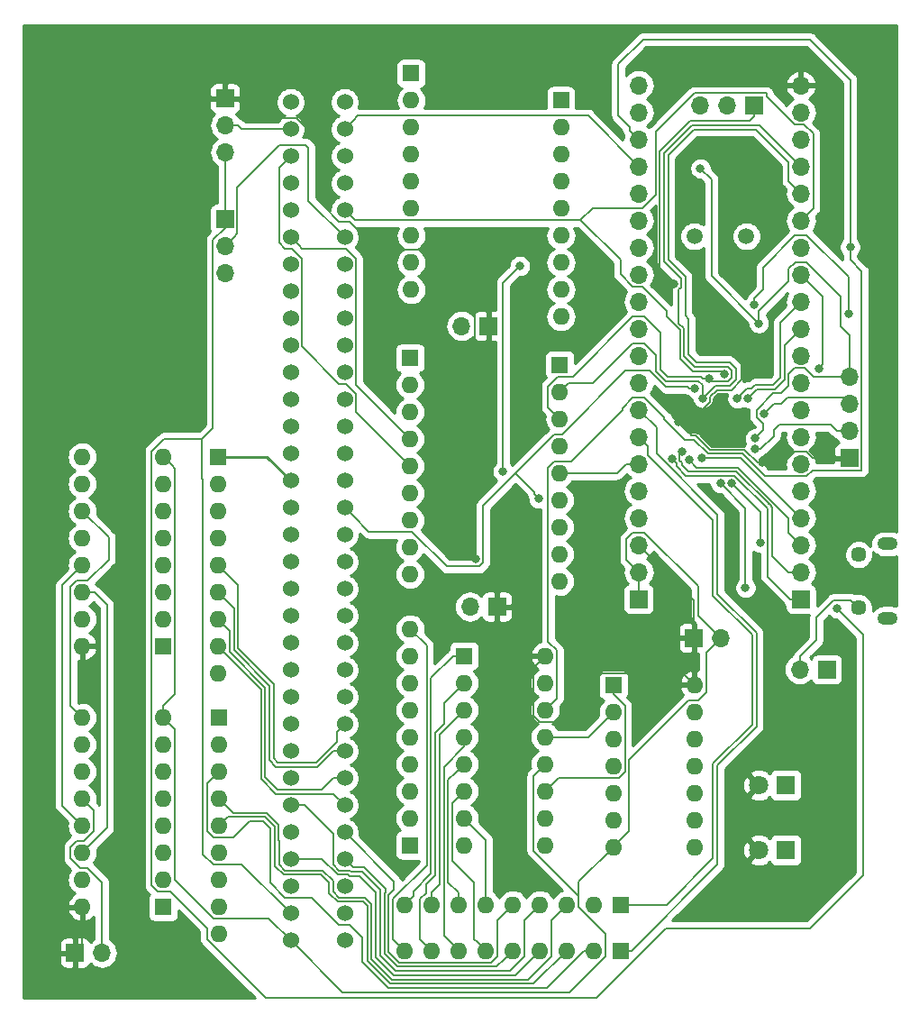
<source format=gbr>
G04 #@! TF.GenerationSoftware,KiCad,Pcbnew,(5.1.4)-1*
G04 #@! TF.CreationDate,2021-02-25T01:00:24-03:00*
G04 #@! TF.ProjectId,Flash,466c6173-682e-46b6-9963-61645f706362,rev?*
G04 #@! TF.SameCoordinates,Original*
G04 #@! TF.FileFunction,Copper,L2,Bot*
G04 #@! TF.FilePolarity,Positive*
%FSLAX46Y46*%
G04 Gerber Fmt 4.6, Leading zero omitted, Abs format (unit mm)*
G04 Created by KiCad (PCBNEW (5.1.4)-1) date 2021-02-25 01:00:24*
%MOMM*%
%LPD*%
G04 APERTURE LIST*
%ADD10O,1.700000X1.700000*%
%ADD11R,1.700000X1.700000*%
%ADD12C,1.800000*%
%ADD13R,1.800000X1.800000*%
%ADD14R,1.600000X1.600000*%
%ADD15O,1.600000X1.600000*%
%ADD16C,1.524000*%
%ADD17C,1.450000*%
%ADD18O,1.900000X1.200000*%
%ADD19C,1.500000*%
%ADD20C,0.800000*%
%ADD21C,0.200000*%
%ADD22C,0.250000*%
%ADD23C,0.254000*%
G04 APERTURE END LIST*
D10*
X152760800Y-22809200D03*
X152760800Y-25349200D03*
X152760800Y-27889200D03*
X152760800Y-30429200D03*
X152760800Y-32969200D03*
X152760800Y-35509200D03*
X152760800Y-38049200D03*
X152760800Y-40589200D03*
X152760800Y-43129200D03*
X152760800Y-45669200D03*
X152760800Y-48209200D03*
X152760800Y-50749200D03*
X152760800Y-53289200D03*
X152760800Y-55829200D03*
X152760800Y-58369200D03*
X152760800Y-60909200D03*
X152760800Y-63449200D03*
X152760800Y-65989200D03*
X152760800Y-68529200D03*
D11*
X152760800Y-71069200D03*
D10*
X137515600Y-22809200D03*
X137515600Y-25349200D03*
X137515600Y-27889200D03*
X137515600Y-30429200D03*
X137515600Y-32969200D03*
X137515600Y-35509200D03*
X137515600Y-38049200D03*
X137515600Y-40589200D03*
X137515600Y-43129200D03*
X137515600Y-45669200D03*
X137515600Y-48209200D03*
X137515600Y-50749200D03*
X137515600Y-53289200D03*
X137515600Y-55829200D03*
X137515600Y-58369200D03*
X137515600Y-60909200D03*
X137515600Y-63449200D03*
X137515600Y-65989200D03*
X137515600Y-68529200D03*
D11*
X137515600Y-71069200D03*
D10*
X98653600Y-29108400D03*
X98653600Y-26568400D03*
D11*
X98653600Y-24028400D03*
D10*
X152654000Y-77673200D03*
D11*
X155194000Y-77673200D03*
D10*
X87071200Y-104292400D03*
D11*
X84531200Y-104292400D03*
D10*
X121666000Y-71780400D03*
D11*
X124206000Y-71780400D03*
D10*
X120853200Y-45415200D03*
D11*
X123393200Y-45415200D03*
D10*
X145237200Y-74726800D03*
D11*
X142697200Y-74726800D03*
D10*
X143306800Y-24688800D03*
X145846800Y-24688800D03*
D11*
X148386800Y-24688800D03*
D10*
X98653600Y-40436800D03*
X98653600Y-37896800D03*
D11*
X98653600Y-35356800D03*
D12*
X148793200Y-94640400D03*
D13*
X151333200Y-94640400D03*
D12*
X148793200Y-88544400D03*
D13*
X151333200Y-88544400D03*
D14*
X130200400Y-24231600D03*
D15*
X130200400Y-26771600D03*
X130200400Y-29311600D03*
X130200400Y-31851600D03*
X130200400Y-34391600D03*
X130200400Y-36931600D03*
X130200400Y-39471600D03*
X130200400Y-42011600D03*
X130200400Y-44551600D03*
X115519200Y-104089200D03*
X118059200Y-104089200D03*
X120599200Y-104089200D03*
X123139200Y-104089200D03*
X125679200Y-104089200D03*
X128219200Y-104089200D03*
X130759200Y-104089200D03*
X133299200Y-104089200D03*
D14*
X135839200Y-104089200D03*
D16*
X104800400Y-39624000D03*
X104800400Y-42164000D03*
X104800400Y-44704000D03*
X104800400Y-47244000D03*
X104800400Y-24384000D03*
X104800400Y-26924000D03*
X104800400Y-29464000D03*
X104800400Y-32004000D03*
X104800400Y-34544000D03*
X104800400Y-37084000D03*
X109880400Y-24384000D03*
X109880400Y-26924000D03*
X109880400Y-29464000D03*
X109880400Y-32004000D03*
X109880400Y-34544000D03*
X109880400Y-37084000D03*
X109880400Y-39624000D03*
X109880400Y-42164000D03*
X109880400Y-44704000D03*
X109880400Y-47244000D03*
X109880400Y-103124000D03*
X109880400Y-100584000D03*
X109880400Y-98044000D03*
X109880400Y-95504000D03*
X109880400Y-92964000D03*
X109880400Y-90424000D03*
X109880400Y-87884000D03*
X109880400Y-85344000D03*
X109880400Y-82804000D03*
X109880400Y-80264000D03*
X109880400Y-77724000D03*
X109880400Y-75184000D03*
X109880400Y-72644000D03*
X109880400Y-70104000D03*
X109880400Y-67564000D03*
X109880400Y-65024000D03*
X109880400Y-62484000D03*
X109880400Y-59944000D03*
X109880400Y-57404000D03*
X109880400Y-54864000D03*
X109880400Y-52324000D03*
X109880400Y-49784000D03*
X104800400Y-103124000D03*
X104800400Y-100584000D03*
X104800400Y-98044000D03*
X104800400Y-95504000D03*
X104800400Y-92964000D03*
X104800400Y-90424000D03*
X104800400Y-87884000D03*
X104800400Y-85344000D03*
X104800400Y-82804000D03*
X104800400Y-80264000D03*
X104800400Y-77724000D03*
X104800400Y-75184000D03*
X104800400Y-72644000D03*
X104800400Y-70104000D03*
X104800400Y-67564000D03*
X104800400Y-65024000D03*
X104800400Y-62484000D03*
X104800400Y-59944000D03*
X104800400Y-57404000D03*
X104800400Y-54864000D03*
X104800400Y-52324000D03*
X104800400Y-49784000D03*
D17*
X158183600Y-71876800D03*
X158183600Y-66876800D03*
D18*
X160883600Y-72876800D03*
X160883600Y-65876800D03*
D14*
X130098800Y-49072800D03*
D15*
X130098800Y-51612800D03*
X130098800Y-54152800D03*
X130098800Y-56692800D03*
X130098800Y-59232800D03*
X130098800Y-61772800D03*
X130098800Y-64312800D03*
X130098800Y-66852800D03*
X130098800Y-69392800D03*
X116027200Y-73863200D03*
X116027200Y-76403200D03*
X116027200Y-78943200D03*
X116027200Y-81483200D03*
X116027200Y-84023200D03*
X116027200Y-86563200D03*
X116027200Y-89103200D03*
X116027200Y-91643200D03*
D14*
X116027200Y-94183200D03*
D15*
X116027200Y-68732400D03*
X116027200Y-66192400D03*
X116027200Y-63652400D03*
X116027200Y-61112400D03*
X116027200Y-58572400D03*
X116027200Y-56032400D03*
X116027200Y-53492400D03*
X116027200Y-50952400D03*
D14*
X116027200Y-48412400D03*
X98069400Y-82194400D03*
D15*
X98069400Y-84734400D03*
X98069400Y-87274400D03*
X98069400Y-89814400D03*
X98069400Y-92354400D03*
X98069400Y-94894400D03*
X98069400Y-97434400D03*
X98069400Y-99974400D03*
X98069400Y-102514400D03*
D14*
X135839200Y-99771200D03*
D15*
X133299200Y-99771200D03*
X130759200Y-99771200D03*
X128219200Y-99771200D03*
X125679200Y-99771200D03*
X123139200Y-99771200D03*
X120599200Y-99771200D03*
X118059200Y-99771200D03*
X115519200Y-99771200D03*
D14*
X97967800Y-57708800D03*
D15*
X97967800Y-60248800D03*
X97967800Y-62788800D03*
X97967800Y-65328800D03*
X97967800Y-67868800D03*
X97967800Y-70408800D03*
X97967800Y-72948800D03*
X97967800Y-75488800D03*
X97967800Y-78028800D03*
X116128800Y-42011600D03*
X116128800Y-39471600D03*
X116128800Y-36931600D03*
X116128800Y-34391600D03*
X116128800Y-31851600D03*
X116128800Y-29311600D03*
X116128800Y-26771600D03*
X116128800Y-24231600D03*
D14*
X116128800Y-21691600D03*
D11*
X157327600Y-57810400D03*
D10*
X157327600Y-55270400D03*
X157327600Y-52730400D03*
X157327600Y-50190400D03*
D14*
X135128000Y-79121000D03*
D15*
X142748000Y-94361000D03*
X135128000Y-81661000D03*
X142748000Y-91821000D03*
X135128000Y-84201000D03*
X142748000Y-89281000D03*
X135128000Y-86741000D03*
X142748000Y-86741000D03*
X135128000Y-89281000D03*
X142748000Y-84201000D03*
X135128000Y-91821000D03*
X142748000Y-81661000D03*
X135128000Y-94361000D03*
X142748000Y-79121000D03*
X128727200Y-76403200D03*
X121107200Y-94183200D03*
X128727200Y-78943200D03*
X121107200Y-91643200D03*
X128727200Y-81483200D03*
X121107200Y-89103200D03*
X128727200Y-84023200D03*
X121107200Y-86563200D03*
X128727200Y-86563200D03*
X121107200Y-84023200D03*
X128727200Y-89103200D03*
X121107200Y-81483200D03*
X128727200Y-91643200D03*
X121107200Y-78943200D03*
X128727200Y-94183200D03*
D14*
X121107200Y-76403200D03*
X92837000Y-99974400D03*
D15*
X85217000Y-82194400D03*
X92837000Y-97434400D03*
X85217000Y-84734400D03*
X92837000Y-94894400D03*
X85217000Y-87274400D03*
X92837000Y-92354400D03*
X85217000Y-89814400D03*
X92837000Y-89814400D03*
X85217000Y-92354400D03*
X92837000Y-87274400D03*
X85217000Y-94894400D03*
X92837000Y-84734400D03*
X85217000Y-97434400D03*
X92837000Y-82194400D03*
X85217000Y-99974400D03*
D14*
X92837000Y-75488800D03*
D15*
X85217000Y-57708800D03*
X92837000Y-72948800D03*
X85217000Y-60248800D03*
X92837000Y-70408800D03*
X85217000Y-62788800D03*
X92837000Y-67868800D03*
X85217000Y-65328800D03*
X92837000Y-65328800D03*
X85217000Y-67868800D03*
X92837000Y-62788800D03*
X85217000Y-70408800D03*
X92837000Y-60248800D03*
X85217000Y-72948800D03*
X92837000Y-57708800D03*
X85217000Y-75488800D03*
D19*
X147624800Y-36982400D03*
X142744800Y-36982400D03*
D20*
X122072400Y-38252400D03*
X141274800Y-54457600D03*
X147167600Y-47904400D03*
X122174000Y-67310000D03*
X140799600Y-41452800D03*
X149148800Y-58216800D03*
X143306800Y-30614400D03*
X148789758Y-45164642D03*
X148448800Y-55976530D03*
X156108400Y-71932800D03*
X147789191Y-52178996D03*
X145542000Y-49936400D03*
X157378400Y-37998400D03*
X148386800Y-43383200D03*
X157226000Y-44297600D03*
X148927600Y-65753200D03*
X146202400Y-60200586D03*
X145202397Y-60200586D03*
X147556000Y-70002400D03*
X143408400Y-57810400D03*
X142228109Y-58000741D03*
X141556540Y-57188375D03*
X140638025Y-57888375D03*
X144118494Y-50384599D03*
X143553375Y-52190225D03*
X148408674Y-56975726D03*
X149301200Y-53644800D03*
X124758975Y-59074575D03*
X126339600Y-39776400D03*
X146790682Y-52233600D03*
X154419625Y-49440775D03*
X142810768Y-51272811D03*
X128117600Y-61629400D03*
D21*
X122072400Y-65024000D02*
X122072400Y-38252400D01*
X141948001Y-78321001D02*
X142748000Y-79121000D01*
X141647999Y-78020999D02*
X141948001Y-78321001D01*
X129525797Y-82583201D02*
X134087999Y-78020999D01*
X128199199Y-82583201D02*
X129525797Y-82583201D01*
X127627199Y-82011201D02*
X128199199Y-82583201D01*
X127627199Y-77503201D02*
X127627199Y-82011201D01*
X128727200Y-76403200D02*
X127627199Y-77503201D01*
X122072400Y-67208400D02*
X122174000Y-67310000D01*
X122072400Y-65024000D02*
X122072400Y-67208400D01*
X113023101Y-38252400D02*
X122072400Y-38252400D01*
X110376702Y-35606001D02*
X113023101Y-38252400D01*
X109370639Y-35606001D02*
X110376702Y-35606001D01*
X107849919Y-34085281D02*
X109370639Y-35606001D01*
X85217000Y-103606600D02*
X84531200Y-104292400D01*
X85217000Y-99974400D02*
X85217000Y-103606600D01*
X134087999Y-78020999D02*
X140504999Y-78020999D01*
X107849919Y-28401757D02*
X107849919Y-28906719D01*
X105310161Y-25861999D02*
X107849919Y-28401757D01*
X107849919Y-28906719D02*
X107849919Y-34085281D01*
X98653600Y-24028400D02*
X99703600Y-24028400D01*
X100524800Y-24893198D02*
X101493601Y-25861999D01*
X100524800Y-24849600D02*
X100524800Y-24893198D01*
X101493601Y-25861999D02*
X105310161Y-25861999D01*
X99703600Y-24028400D02*
X100524800Y-24849600D01*
X157327600Y-57810400D02*
X153873200Y-57810400D01*
X142379599Y-26149199D02*
X139496800Y-29031998D01*
X147976401Y-26149199D02*
X148386800Y-25738800D01*
X148386800Y-25738800D02*
X148386800Y-24688800D01*
X142379599Y-26149199D02*
X147976401Y-26149199D01*
X139496800Y-29031998D02*
X139496800Y-40607200D01*
X139719028Y-40829428D02*
X139496800Y-40607200D01*
X140176228Y-40829428D02*
X139719028Y-40829428D01*
X140799600Y-41452800D02*
X140176228Y-40829428D01*
X142697200Y-76301600D02*
X142697200Y-74726800D01*
X140977801Y-78020999D02*
X142697200Y-76301600D01*
X140977801Y-78020999D02*
X141647999Y-78020999D01*
X140504999Y-78020999D02*
X140977801Y-78020999D01*
X141274800Y-54457600D02*
X142443200Y-55626000D01*
X142449590Y-55683190D02*
X142882890Y-55683190D01*
X142443200Y-55626000D02*
X142443200Y-55676800D01*
X142443200Y-55676800D02*
X142449590Y-55683190D01*
X142882890Y-55683190D02*
X144210080Y-57010380D01*
X147453378Y-57010380D02*
X148659798Y-58216800D01*
X146951620Y-57010380D02*
X147453378Y-57010380D01*
X144210080Y-57010380D02*
X146951620Y-57010380D01*
X153281999Y-57219199D02*
X153416000Y-57353200D01*
X152178401Y-57219199D02*
X153281999Y-57219199D01*
X151180800Y-58216800D02*
X152178401Y-57219199D01*
X153873200Y-57810400D02*
X153416000Y-57353200D01*
X148659798Y-58216800D02*
X149148800Y-58216800D01*
X149148800Y-58216800D02*
X151180800Y-58216800D01*
X141840485Y-54457600D02*
X141274800Y-54457600D01*
X142322002Y-54457600D02*
X141840485Y-54457600D01*
X147167600Y-47904400D02*
X147167600Y-50478199D01*
X147167600Y-50478199D02*
X146209379Y-51436421D01*
X146209379Y-51436421D02*
X144872877Y-51436421D01*
X144872877Y-51436421D02*
X144253376Y-52055922D01*
X144253376Y-52055922D02*
X144253376Y-52526226D01*
X144253376Y-52526226D02*
X142322002Y-54457600D01*
X142697200Y-71170800D02*
X142697200Y-74726800D01*
X137515600Y-65989200D02*
X142697200Y-71170800D01*
X93636999Y-58508799D02*
X92837000Y-57708800D01*
X93937001Y-58808801D02*
X93636999Y-58508799D01*
X93937001Y-79963029D02*
X93937001Y-58808801D01*
X92837000Y-81063030D02*
X93937001Y-79963029D01*
X92837000Y-82194400D02*
X92837000Y-81063030D01*
X127627199Y-87663201D02*
X127927201Y-87363199D01*
X127627199Y-94711201D02*
X127627199Y-87663201D01*
X131859201Y-98943203D02*
X127627199Y-94711201D01*
X131859201Y-99959203D02*
X131859201Y-98943203D01*
X134399201Y-102499203D02*
X131859201Y-99959203D01*
X134399201Y-104617201D02*
X134399201Y-102499203D01*
X127927201Y-87363199D02*
X128727200Y-86563200D01*
X131021992Y-107994410D02*
X134399201Y-104617201D01*
X109670810Y-107994410D02*
X131021992Y-107994410D01*
X104800400Y-103124000D02*
X109670810Y-107994410D01*
X144353601Y-31661201D02*
X143306800Y-30614400D01*
X144353601Y-40728486D02*
X144353601Y-31661201D01*
X131859201Y-97629799D02*
X131859201Y-99959203D01*
X135128000Y-94361000D02*
X131859201Y-97629799D01*
X102750801Y-101074401D02*
X104800400Y-103124000D01*
X97541399Y-101074401D02*
X102750801Y-101074401D01*
X93937001Y-97470003D02*
X97541399Y-101074401D01*
X92837000Y-82194400D02*
X93937001Y-83294401D01*
X93937001Y-83294401D02*
X93937001Y-97470003D01*
D22*
X102565200Y-57708800D02*
X104800400Y-59944000D01*
X97967800Y-57708800D02*
X102565200Y-57708800D01*
D21*
X87071200Y-103090319D02*
X87071200Y-104292400D01*
X85028997Y-96334399D02*
X85745001Y-96334399D01*
X84116999Y-95422401D02*
X85028997Y-96334399D01*
X87071200Y-97660598D02*
X87071200Y-103090319D01*
X85745001Y-96334399D02*
X87071200Y-97660598D01*
X84116999Y-94366399D02*
X84116999Y-95422401D01*
X84688999Y-93794399D02*
X84116999Y-94366399D01*
X85405003Y-93794399D02*
X84688999Y-93794399D01*
X86317001Y-92882401D02*
X85405003Y-93794399D01*
X86317001Y-90914401D02*
X86317001Y-92882401D01*
X85217000Y-89814400D02*
X86317001Y-90914401D01*
X135927999Y-93561001D02*
X135128000Y-94361000D01*
X136628011Y-86152987D02*
X136628011Y-92860989D01*
X142219999Y-80560999D02*
X136628011Y-86152987D01*
X136628011Y-92860989D02*
X135927999Y-93561001D01*
X143111401Y-80560999D02*
X142219999Y-80560999D01*
X143848001Y-79824399D02*
X143111401Y-80560999D01*
X157458601Y-71151801D02*
X158183600Y-71876800D01*
X155853397Y-71151801D02*
X157458601Y-71151801D01*
X143848001Y-76115999D02*
X145237200Y-74726800D01*
X143848001Y-77284399D02*
X143848001Y-76115999D01*
X143848001Y-77284399D02*
X143848001Y-79824399D01*
X137515600Y-70019200D02*
X137515600Y-68529200D01*
X137515600Y-71069200D02*
X137515600Y-70019200D01*
X148789758Y-45164642D02*
X144353601Y-40728486D01*
X156525999Y-45477199D02*
X157327600Y-46278800D01*
X156525999Y-42652397D02*
X156525999Y-45477199D01*
X157327600Y-46278800D02*
X157327600Y-50190400D01*
X148789758Y-44016244D02*
X151610799Y-41195203D01*
X151610799Y-41195203D02*
X151610799Y-40057601D01*
X151610799Y-40057601D02*
X152229201Y-39439199D01*
X152229201Y-39439199D02*
X153312801Y-39439199D01*
X148789758Y-45164642D02*
X148789758Y-44016244D01*
X153312801Y-39439199D02*
X156525999Y-42652397D01*
X153917600Y-50190400D02*
X157327600Y-50190400D01*
X153910801Y-50197199D02*
X153917600Y-50190400D01*
X153072803Y-49359201D02*
X153910801Y-50197199D01*
X152208799Y-49359201D02*
X153072803Y-49359201D01*
X151610799Y-51030401D02*
X151610799Y-49957201D01*
X150902011Y-51739189D02*
X151610799Y-51030401D01*
X149205730Y-55219600D02*
X149205730Y-54585332D01*
X148448800Y-55976530D02*
X149205730Y-55219600D01*
X149205730Y-54585332D02*
X148601199Y-53980801D01*
X148601199Y-53980801D02*
X148601199Y-53308799D01*
X151610799Y-49957201D02*
X152208799Y-49359201D01*
X148601199Y-53308799D02*
X150170809Y-51739189D01*
X150170809Y-51739189D02*
X150902011Y-51739189D01*
X136365599Y-67379199D02*
X136665601Y-67679201D01*
X136365599Y-65437199D02*
X136365599Y-67379199D01*
X136665601Y-67679201D02*
X137515600Y-68529200D01*
X136963599Y-64839199D02*
X136365599Y-65437199D01*
X138067601Y-64839199D02*
X136963599Y-64839199D01*
X143097210Y-69868808D02*
X138067601Y-64839199D01*
X143097210Y-72586810D02*
X143097210Y-69868808D01*
X145237200Y-74726800D02*
X143097210Y-72586810D01*
X154193399Y-74931720D02*
X154193399Y-72811799D01*
X152654000Y-76471119D02*
X154193399Y-74931720D01*
X152654000Y-77673200D02*
X152654000Y-76471119D01*
X154193399Y-72811799D02*
X155853397Y-71151801D01*
X97541399Y-95994401D02*
X96569389Y-95022391D01*
X104800400Y-100584000D02*
X100210801Y-95994401D01*
X97541399Y-95994401D02*
X100210801Y-95994401D01*
X158597600Y-74422000D02*
X156108400Y-71932800D01*
X158597600Y-97028000D02*
X158597600Y-74422000D01*
X153615999Y-102009601D02*
X158597600Y-97028000D01*
X140058801Y-102009601D02*
X153615999Y-102009601D01*
X133559602Y-108508800D02*
X140058801Y-102009601D01*
X93517401Y-98534401D02*
X96969399Y-101986399D01*
X91736999Y-58335999D02*
X91736999Y-97962401D01*
X91736999Y-97962401D02*
X92308999Y-98534401D01*
X102435798Y-108508800D02*
X133559602Y-108508800D01*
X96969399Y-103042401D02*
X102435798Y-108508800D01*
X92308999Y-98534401D02*
X93517401Y-98534401D01*
X96969399Y-101986399D02*
X96969399Y-103042401D01*
X96487599Y-59762021D02*
X96569389Y-59843811D01*
X96569389Y-95022391D02*
X96569389Y-59843811D01*
X92903797Y-56014001D02*
X96487599Y-56014001D01*
X91736999Y-57180799D02*
X92903797Y-56014001D01*
X91736999Y-58335999D02*
X91736999Y-57180799D01*
X97503599Y-37344799D02*
X97503599Y-54983999D01*
X98653600Y-35356800D02*
X98653600Y-36194798D01*
X98653600Y-36194798D02*
X97503599Y-37344799D01*
X96487599Y-55999999D02*
X96487599Y-56725201D01*
X97503599Y-54983999D02*
X96487599Y-55999999D01*
X96487599Y-56014001D02*
X96487599Y-56725201D01*
X96487599Y-56725201D02*
X96487599Y-59762021D01*
X98653600Y-31377281D02*
X98653600Y-35356800D01*
X98653600Y-30276800D02*
X98653600Y-29108400D01*
X98653600Y-30276800D02*
X98653600Y-31377281D01*
X98653600Y-30175200D02*
X98653600Y-30276800D01*
X114419199Y-99243199D02*
X117607139Y-96055259D01*
X115519200Y-104089200D02*
X114419199Y-102989199D01*
X114419199Y-102989199D02*
X114419199Y-99243199D01*
X117607139Y-75443139D02*
X116027200Y-73863200D01*
X117607139Y-96055259D02*
X117607139Y-75443139D01*
X116319199Y-98971201D02*
X115519200Y-99771200D01*
X116319199Y-98507103D02*
X116319199Y-98971201D01*
X118007149Y-96819153D02*
X116319199Y-98507103D01*
X118007149Y-78503251D02*
X118007149Y-96819153D01*
X120107200Y-76403200D02*
X118007149Y-78503251D01*
X121107200Y-76403200D02*
X120107200Y-76403200D01*
X119224151Y-80826249D02*
X121107200Y-78943200D01*
X119224151Y-82800551D02*
X119224151Y-80826249D01*
X118407159Y-83617542D02*
X119224151Y-82800551D01*
X118059200Y-104089200D02*
X116959199Y-102989199D01*
X116959199Y-102989199D02*
X116959199Y-99243199D01*
X117524599Y-98677799D02*
X117524599Y-97867401D01*
X116959199Y-99243199D02*
X117524599Y-98677799D01*
X117524599Y-97867401D02*
X118407159Y-96984841D01*
X118407159Y-96984841D02*
X118407159Y-83617542D01*
X96969399Y-88374401D02*
X98069400Y-87274400D01*
X100920590Y-91941610D02*
X99407799Y-93454401D01*
X111506000Y-105098195D02*
X111506000Y-102819200D01*
X102882780Y-92634976D02*
X102189414Y-91941610D01*
X114002205Y-107594400D02*
X111506000Y-105098195D01*
X128882002Y-107594400D02*
X114002205Y-107594400D01*
X133299200Y-104089200D02*
X132387202Y-104089200D01*
X96969399Y-92882401D02*
X96969399Y-88374401D01*
X110332801Y-101646001D02*
X109370639Y-101646001D01*
X97541399Y-93454401D02*
X96969399Y-92882401D01*
X132387202Y-104089200D02*
X128882002Y-107594400D01*
X109370639Y-101646001D02*
X106830639Y-99106001D01*
X111506000Y-102819200D02*
X110332801Y-101646001D01*
X106830639Y-99106001D02*
X104290639Y-99106001D01*
X104290639Y-99106001D02*
X102882780Y-97698142D01*
X102882780Y-97698142D02*
X102882780Y-92634976D01*
X99407799Y-93454401D02*
X97541399Y-93454401D01*
X100920590Y-91941610D02*
X102189414Y-91941610D01*
X118059200Y-98639830D02*
X118807169Y-97891861D01*
X118059200Y-99771200D02*
X118059200Y-98639830D01*
X118807169Y-83783231D02*
X121107200Y-81483200D01*
X118807169Y-97891861D02*
X118807169Y-83783231D01*
X102469992Y-91141592D02*
X102463600Y-91135200D01*
X103682800Y-92303600D02*
X102520792Y-91141592D01*
X130759200Y-99771200D02*
X129319201Y-101211199D01*
X129319201Y-101211199D02*
X129319201Y-104617201D01*
X129319201Y-104617201D02*
X127147161Y-106789241D01*
X114328444Y-106789241D02*
X112419149Y-104879947D01*
X127147161Y-106789241D02*
X114328444Y-106789241D01*
X112419149Y-104879947D02*
X112419149Y-99719149D01*
X104290639Y-96566001D02*
X103738399Y-96013761D01*
X112419149Y-99719149D02*
X111806001Y-99106001D01*
X109370639Y-99106001D02*
X108818399Y-98553761D01*
X108818399Y-98553761D02*
X108818399Y-97540799D01*
X111806001Y-99106001D02*
X109370639Y-99106001D01*
X107843601Y-96566001D02*
X104290639Y-96566001D01*
X108818399Y-97540799D02*
X107843601Y-96566001D01*
X103738399Y-96013761D02*
X103738399Y-93721201D01*
X102520792Y-91141592D02*
X102469992Y-91141592D01*
X103738399Y-93721201D02*
X103682800Y-93665602D01*
X99390200Y-91135200D02*
X98069400Y-89814400D01*
X103682800Y-93665602D02*
X103682800Y-92303600D01*
X100031592Y-91141592D02*
X102520792Y-91141592D01*
X100025200Y-91135200D02*
X100031592Y-91141592D01*
X99390200Y-91135200D02*
X100025200Y-91135200D01*
X119799201Y-103289201D02*
X120599200Y-104089200D01*
X119207179Y-102697179D02*
X119799201Y-103289201D01*
X119207179Y-86835219D02*
X119207179Y-102697179D01*
X121107200Y-84935198D02*
X119207179Y-86835219D01*
X121107200Y-84023200D02*
X121107200Y-84935198D01*
X104124950Y-96966011D02*
X107677913Y-96966011D01*
X103282790Y-96123851D02*
X104124950Y-96966011D01*
X114162755Y-107189251D02*
X127659149Y-107189251D01*
X103282790Y-92469288D02*
X103282790Y-96123851D01*
X102355102Y-91541600D02*
X103282790Y-92469288D01*
X127659149Y-107189251D02*
X130759200Y-104089200D01*
X98069400Y-92354400D02*
X98882200Y-91541600D01*
X107677913Y-96966011D02*
X108418389Y-97706487D01*
X108418389Y-97706487D02*
X108418389Y-98719450D01*
X109920009Y-99506009D02*
X109920011Y-99506011D01*
X108418389Y-98719450D02*
X109204949Y-99506009D01*
X109204949Y-99506009D02*
X109920009Y-99506009D01*
X109920011Y-99506011D02*
X111640313Y-99506011D01*
X111640313Y-99506011D02*
X112019139Y-99884837D01*
X112019139Y-99884837D02*
X112019139Y-105045636D01*
X112019139Y-105045636D02*
X114162755Y-107189251D01*
X98882200Y-91541600D02*
X102355102Y-91541600D01*
X120307201Y-87363199D02*
X121107200Y-86563200D01*
X119607189Y-88063211D02*
X120307201Y-87363199D01*
X119607189Y-97647819D02*
X119607189Y-88063211D01*
X120599200Y-98639830D02*
X119607189Y-97647819D01*
X120599200Y-99771200D02*
X120599200Y-98639830D01*
X126779201Y-101211199D02*
X128219200Y-99771200D01*
X126779201Y-104617201D02*
X126779201Y-101211199D01*
X114659821Y-105989221D02*
X125407181Y-105989221D01*
X125407181Y-105989221D02*
X126779201Y-104617201D01*
X113219169Y-98392467D02*
X113219169Y-104548569D01*
X113219169Y-104548569D02*
X114659821Y-105989221D01*
X111492711Y-96666009D02*
X113219169Y-98392467D01*
X110476710Y-96666009D02*
X111492711Y-96666009D01*
X104800400Y-90424000D02*
X106121200Y-90424000D01*
X106121200Y-90424000D02*
X108818399Y-93121199D01*
X108818399Y-93121199D02*
X108818399Y-96013761D01*
X108818399Y-96013761D02*
X109370639Y-96566001D01*
X109370639Y-96566001D02*
X110376702Y-96566001D01*
X110376702Y-96566001D02*
X110476710Y-96666009D01*
X120007199Y-90203201D02*
X120007199Y-95673999D01*
X121107200Y-89103200D02*
X120007199Y-90203201D01*
X122339201Y-103289201D02*
X123139200Y-104089200D01*
X122039199Y-102989199D02*
X122339201Y-103289201D01*
X122039199Y-97705999D02*
X122039199Y-102989199D01*
X120007199Y-95673999D02*
X122039199Y-97705999D01*
X110311021Y-97066019D02*
X110211013Y-96966011D01*
X111290019Y-97066019D02*
X110311021Y-97066019D01*
X112819159Y-98595159D02*
X111290019Y-97066019D01*
X112819159Y-104714258D02*
X112819159Y-98595159D01*
X114494132Y-106389231D02*
X112819159Y-104714258D01*
X125919169Y-106389231D02*
X114494132Y-106389231D01*
X128219200Y-104089200D02*
X125919169Y-106389231D01*
X109204951Y-96966011D02*
X110211013Y-96966011D01*
X107742940Y-95504000D02*
X109204951Y-96966011D01*
X104800400Y-95504000D02*
X107742940Y-95504000D01*
X151210789Y-47219211D02*
X152760800Y-45669200D01*
X151210789Y-50465211D02*
X151210789Y-47219211D01*
X150336821Y-51339179D02*
X151210789Y-50465211D01*
X147789191Y-52178996D02*
X148629008Y-51339179D01*
X148629008Y-51339179D02*
X150336821Y-51339179D01*
X99885420Y-75709325D02*
X99885420Y-69786420D01*
X109880400Y-82804000D02*
X109118401Y-83565999D01*
X109118401Y-83565999D02*
X109118401Y-84462671D01*
X103219210Y-79043115D02*
X99885420Y-75709325D01*
X109118401Y-84462671D02*
X107175071Y-86406001D01*
X107175071Y-86406001D02*
X103583299Y-86406001D01*
X103583299Y-86406001D02*
X103219210Y-86041912D01*
X99885420Y-69786420D02*
X97967800Y-67868800D01*
X103219210Y-86041912D02*
X103219210Y-79043115D01*
X99485410Y-75875013D02*
X99485410Y-71926410D01*
X102819200Y-85350560D02*
X102819200Y-79208803D01*
X108802770Y-85344000D02*
X107324771Y-86821999D01*
X109880400Y-85344000D02*
X108802770Y-85344000D01*
X107324771Y-86821999D02*
X103433599Y-86821999D01*
X103433599Y-86821999D02*
X102806420Y-86194820D01*
X102819200Y-79208803D02*
X99485410Y-75875013D01*
X102806420Y-86194820D02*
X102806420Y-85363340D01*
X99485410Y-71926410D02*
X97967800Y-70408800D01*
X102806420Y-85363340D02*
X102819200Y-85350560D01*
X99085400Y-74066400D02*
X99085400Y-76040701D01*
X107740769Y-88946001D02*
X108802770Y-87884000D01*
X97967800Y-72948800D02*
X99085400Y-74066400D01*
X102406410Y-79361711D02*
X102406410Y-87819912D01*
X108802770Y-87884000D02*
X109880400Y-87884000D01*
X99085400Y-76040701D02*
X102406410Y-79361711D01*
X102406410Y-87819912D02*
X103532499Y-88946001D01*
X103532499Y-88946001D02*
X107740769Y-88946001D01*
X102006400Y-79527400D02*
X97967800Y-75488800D01*
X102006400Y-87985600D02*
X102006400Y-79527400D01*
X103382799Y-89361999D02*
X102006400Y-87985600D01*
X109880400Y-90424000D02*
X108818399Y-89361999D01*
X108818399Y-89361999D02*
X103382799Y-89361999D01*
X114019189Y-104217191D02*
X114019189Y-98832811D01*
X114991199Y-105189201D02*
X114019189Y-104217191D01*
X123667201Y-105189201D02*
X114991199Y-105189201D01*
X124239201Y-104617201D02*
X123667201Y-105189201D01*
X125679200Y-99771200D02*
X124239201Y-101211199D01*
X124239201Y-101211199D02*
X124239201Y-104617201D01*
X114019189Y-98832811D02*
X114503200Y-98348800D01*
X114503200Y-97586800D02*
X109880400Y-92964000D01*
X114503200Y-98348800D02*
X114503200Y-97586800D01*
X110642399Y-96265999D02*
X111658399Y-96265999D01*
X109880400Y-95504000D02*
X110642399Y-96265999D01*
X113690400Y-98595901D02*
X113619179Y-98667122D01*
X111658399Y-96265999D02*
X113690400Y-98298000D01*
X113690400Y-98298000D02*
X113690400Y-98595901D01*
X124879201Y-104889199D02*
X125679200Y-104089200D01*
X124179189Y-105589211D02*
X124879201Y-104889199D01*
X114825510Y-105589211D02*
X124179189Y-105589211D01*
X113619179Y-104382880D02*
X114825510Y-105589211D01*
X113619179Y-98667122D02*
X113619179Y-104382880D01*
X135788400Y-39217600D02*
X132062401Y-35491601D01*
X135788400Y-40564002D02*
X135788400Y-39217600D01*
X136963599Y-41739201D02*
X135788400Y-40564002D01*
X137827603Y-41739201D02*
X136963599Y-41739201D01*
X140106602Y-44018200D02*
X137827603Y-41739201D01*
X145542000Y-49936400D02*
X145290198Y-49684598D01*
X145290198Y-49684598D02*
X142597798Y-49684598D01*
X142597798Y-49684598D02*
X141376400Y-48463200D01*
X132062401Y-35491601D02*
X110828001Y-35491601D01*
X110828001Y-35491601D02*
X109880400Y-34544000D01*
X140106602Y-44551802D02*
X141376400Y-45821600D01*
X140106602Y-44018200D02*
X140106602Y-44551802D01*
X141376400Y-48463200D02*
X141376400Y-45821600D01*
X149476801Y-23538799D02*
X142754799Y-23538799D01*
X142754799Y-23538799D02*
X139096790Y-27196808D01*
X153910801Y-34359199D02*
X153910801Y-27368001D01*
X152760800Y-35509200D02*
X153910801Y-34359199D01*
X149536801Y-23598799D02*
X149476801Y-23538799D01*
X153910801Y-27368001D02*
X153042001Y-26499201D01*
X153042001Y-26499201D02*
X152208799Y-26499201D01*
X152208799Y-26499201D02*
X149536801Y-23827203D01*
X149536801Y-23827203D02*
X149536801Y-23598799D01*
X133194803Y-34359199D02*
X132062401Y-35491601D01*
X137827603Y-34359199D02*
X133194803Y-34359199D01*
X139096790Y-33090012D02*
X137827603Y-34359199D01*
X139096790Y-27196808D02*
X139096790Y-33090012D01*
X110642399Y-26162001D02*
X109880400Y-26924000D01*
X111132801Y-25671599D02*
X110642399Y-26162001D01*
X132757999Y-25671599D02*
X111132801Y-25671599D01*
X137515600Y-30429200D02*
X132757999Y-25671599D01*
X105562399Y-37845999D02*
X104800400Y-37084000D01*
X105862401Y-38146001D02*
X105562399Y-37845999D01*
X109974163Y-38146001D02*
X105862401Y-38146001D01*
X110942401Y-39114239D02*
X109974163Y-38146001D01*
X110942401Y-50947601D02*
X110942401Y-39114239D01*
X116027200Y-56032400D02*
X110942401Y-50947601D01*
X104038401Y-30225999D02*
X104800400Y-29464000D01*
X103738399Y-30526001D02*
X104038401Y-30225999D01*
X103738399Y-37593761D02*
X103738399Y-30526001D01*
X104894163Y-38146001D02*
X104290639Y-38146001D01*
X105862401Y-47337763D02*
X105862401Y-39114239D01*
X109370639Y-50846001D02*
X105862401Y-47337763D01*
X109974163Y-50846001D02*
X109370639Y-50846001D01*
X104290639Y-38146001D02*
X103738399Y-37593761D01*
X110942401Y-51814239D02*
X109974163Y-50846001D01*
X110942401Y-53487601D02*
X110942401Y-51814239D01*
X105862401Y-39114239D02*
X104894163Y-38146001D01*
X116027200Y-58572400D02*
X110942401Y-53487601D01*
X86348370Y-70408800D02*
X87553800Y-71614230D01*
X85217000Y-70408800D02*
X86348370Y-70408800D01*
X87553800Y-92557600D02*
X85217000Y-94894400D01*
X87553800Y-71614230D02*
X87553800Y-92557600D01*
X157378400Y-37998400D02*
X157378400Y-22301200D01*
X157378400Y-22301200D02*
X153568400Y-18491200D01*
X153568400Y-18491200D02*
X137922000Y-18491200D01*
X137922000Y-18491200D02*
X135585200Y-20828000D01*
X136665601Y-26734401D02*
X135585200Y-25654000D01*
X136665601Y-27039201D02*
X136665601Y-26734401D01*
X137515600Y-27889200D02*
X136665601Y-27039201D01*
X135585200Y-20828000D02*
X135585200Y-25654000D01*
X129387600Y-80822800D02*
X128727200Y-81483200D01*
X129827201Y-80383199D02*
X129387600Y-80822800D01*
X129827201Y-75875199D02*
X129827201Y-80383199D01*
X128998799Y-75046797D02*
X129827201Y-75875199D01*
X128998799Y-58704799D02*
X128998799Y-75046797D01*
X131189179Y-58132799D02*
X129570799Y-58132799D01*
X135961389Y-53360589D02*
X131189179Y-58132799D01*
X135961389Y-53141409D02*
X135961389Y-53360589D01*
X153871601Y-58960401D02*
X153312801Y-59519201D01*
X129570799Y-58132799D02*
X128998799Y-58704799D01*
X158417601Y-58960401D02*
X153871601Y-58960401D01*
X136963599Y-52139199D02*
X135961389Y-53141409D01*
X158477601Y-58900401D02*
X158417601Y-58960401D01*
X158477601Y-40299682D02*
X158477601Y-58900401D01*
X157378400Y-37998400D02*
X157378400Y-39200481D01*
X157378400Y-39200481D02*
X158477601Y-40299682D01*
X147287689Y-57410390D02*
X144044392Y-57410390D01*
X153312801Y-59519201D02*
X149396499Y-59519201D01*
X149396499Y-59519201D02*
X147287689Y-57410390D01*
X144044392Y-57410390D02*
X142717202Y-56083200D01*
X142717202Y-56083200D02*
X141864398Y-56083200D01*
X141864398Y-56083200D02*
X139935591Y-54154393D01*
X139935591Y-54154393D02*
X139935591Y-54007189D01*
X139935591Y-54007189D02*
X138067601Y-52139199D01*
X138067601Y-52139199D02*
X136963599Y-52139199D01*
X157226000Y-43731915D02*
X157226000Y-44297600D01*
X157226000Y-40812398D02*
X157226000Y-43731915D01*
X148386800Y-43383200D02*
X148386800Y-42817515D01*
X148386800Y-42817515D02*
X149199600Y-42004715D01*
X149199600Y-42004715D02*
X149199600Y-39908398D01*
X149199600Y-39908398D02*
X152208799Y-36899199D01*
X152208799Y-36899199D02*
X153312801Y-36899199D01*
X153312801Y-36899199D02*
X157226000Y-40812398D01*
X148927600Y-65753200D02*
X148927600Y-62925786D01*
X148927600Y-62925786D02*
X146202400Y-60200586D01*
X145202397Y-60200586D02*
X147556000Y-62554189D01*
X147556000Y-62554189D02*
X147556000Y-70002400D01*
X147122000Y-57810400D02*
X143408400Y-57810400D01*
X152760800Y-63449200D02*
X147122000Y-57810400D01*
X151910801Y-65139201D02*
X152760800Y-65989200D01*
X151610799Y-64839199D02*
X151910801Y-65139201D01*
X151610799Y-63441586D02*
X151610799Y-64839199D01*
X146869779Y-58700565D02*
X151610799Y-63441586D01*
X142927933Y-58700565D02*
X146869779Y-58700565D01*
X142228109Y-58000741D02*
X142927933Y-58700565D01*
X151558719Y-68529200D02*
X150027611Y-66998092D01*
X152760800Y-68529200D02*
X151558719Y-68529200D01*
X150027611Y-66998092D02*
X150027611Y-62424096D01*
X149846757Y-62243243D02*
X149731914Y-62128400D01*
X150027611Y-62424096D02*
X149846757Y-62243243D01*
X149846757Y-62243242D02*
X149846757Y-62243243D01*
X146704090Y-59100575D02*
X149846757Y-62243242D01*
X141556540Y-57188375D02*
X141338026Y-57406889D01*
X141338026Y-57406889D02*
X141338026Y-58022677D01*
X141338026Y-58022677D02*
X141579600Y-58264251D01*
X141579600Y-58264251D02*
X141579600Y-58521600D01*
X141579600Y-58521600D02*
X142158575Y-59100575D01*
X142158575Y-59100575D02*
X146704090Y-59100575D01*
X151710800Y-71069200D02*
X152760800Y-71069200D01*
X149627601Y-68986001D02*
X151710800Y-71069200D01*
X141038024Y-58288374D02*
X141038024Y-58589624D01*
X140638025Y-57888375D02*
X141038024Y-58288374D01*
X141038024Y-58589624D02*
X141948985Y-59500585D01*
X146538401Y-59500585D02*
X149627601Y-62589785D01*
X141948985Y-59500585D02*
X146538401Y-59500585D01*
X149627601Y-62589785D02*
X149627601Y-68986001D01*
X131230170Y-59232800D02*
X130098800Y-59232800D01*
X135449919Y-59232800D02*
X131230170Y-59232800D01*
X136313519Y-58369200D02*
X135449919Y-59232800D01*
X137515600Y-58369200D02*
X136313519Y-58369200D01*
X143552809Y-50384599D02*
X144118494Y-50384599D01*
X140241201Y-50172801D02*
X143341011Y-50172801D01*
X139573000Y-46024598D02*
X139573000Y-49504600D01*
X143341011Y-50172801D02*
X143552809Y-50384599D01*
X138067601Y-44519199D02*
X139573000Y-46024598D01*
X136963599Y-44519199D02*
X138067601Y-44519199D01*
X131309997Y-50172801D02*
X136963599Y-44519199D01*
X129910797Y-50172801D02*
X131309997Y-50172801D01*
X128998799Y-51084799D02*
X129910797Y-50172801D01*
X128998799Y-53052799D02*
X128998799Y-51084799D01*
X139573000Y-49504600D02*
X140241201Y-50172801D01*
X130098800Y-54152800D02*
X128998799Y-53052799D01*
X148880809Y-26549209D02*
X152760800Y-30429200D01*
X145878001Y-49236399D02*
X142787601Y-49236399D01*
X141274800Y-45154302D02*
X141274800Y-42013602D01*
X146242001Y-49600399D02*
X145878001Y-49236399D01*
X146242001Y-50272401D02*
X146242001Y-49600399D01*
X139896810Y-39363610D02*
X139896810Y-29197686D01*
X145878001Y-50636401D02*
X146242001Y-50272401D01*
X144118494Y-50384599D02*
X144370296Y-50636401D01*
X139896810Y-29197686D02*
X142545287Y-26549209D01*
X144370296Y-50636401D02*
X145878001Y-50636401D01*
X141274800Y-42013602D02*
X141499601Y-41788801D01*
X142787601Y-49236399D02*
X141776410Y-48225208D01*
X142545287Y-26549209D02*
X148880809Y-26549209D01*
X141776410Y-48225208D02*
X141776410Y-45655911D01*
X141776410Y-45655911D02*
X141274800Y-45154302D01*
X141499601Y-41788801D02*
X141499601Y-40966401D01*
X141499601Y-40966401D02*
X139896810Y-39363610D01*
X143553375Y-51624540D02*
X143553375Y-52190225D01*
X143553375Y-50979416D02*
X143553375Y-51624540D01*
X143146769Y-50572810D02*
X143553375Y-50979416D01*
X140075511Y-50572810D02*
X143146769Y-50572810D01*
X139172990Y-49670289D02*
X140075511Y-50572810D01*
X139172990Y-48164588D02*
X139172990Y-49670289D01*
X136963599Y-47059199D02*
X138067601Y-47059199D01*
X138067601Y-47059199D02*
X139172990Y-48164588D01*
X133209997Y-50812801D02*
X136963599Y-47059199D01*
X130898799Y-50812801D02*
X133209997Y-50812801D01*
X130098800Y-51612800D02*
X130898799Y-50812801D01*
X146043690Y-51036411D02*
X144707189Y-51036411D01*
X146642011Y-50438090D02*
X146043690Y-51036411D01*
X140296820Y-29363374D02*
X140296820Y-39197922D01*
X144707189Y-51036411D02*
X143553375Y-52190225D01*
X142710975Y-26949219D02*
X140296820Y-29363374D01*
X142176420Y-44742020D02*
X142176420Y-48059520D01*
X148513619Y-26949219D02*
X142710975Y-26949219D01*
X151610799Y-30046399D02*
X148513619Y-26949219D01*
X141899611Y-40800712D02*
X141899611Y-44465211D01*
X151610799Y-31819199D02*
X151610799Y-30046399D01*
X141899611Y-44465211D02*
X142176420Y-44742020D01*
X142935700Y-48818800D02*
X143967200Y-48818800D01*
X143967200Y-48818800D02*
X143984789Y-48836389D01*
X146043690Y-48836389D02*
X146642011Y-49434711D01*
X152760800Y-32969200D02*
X151610799Y-31819199D01*
X140296820Y-39197922D02*
X141899611Y-40800712D01*
X142176420Y-48059520D02*
X142935700Y-48818800D01*
X143984789Y-48836389D02*
X146043690Y-48836389D01*
X146642011Y-49434711D02*
X146642011Y-50438090D01*
X123139200Y-93675200D02*
X121107200Y-91643200D01*
X123139200Y-99771200D02*
X123139200Y-93675200D01*
X138365599Y-56679199D02*
X137515600Y-55829200D01*
X138365599Y-57517197D02*
X138365599Y-56679199D01*
X144508401Y-70753699D02*
X144508401Y-63659999D01*
X135839200Y-99771200D02*
X140112802Y-99771200D01*
X140112802Y-99771200D02*
X144508401Y-95375601D01*
X144508401Y-95375601D02*
X144508401Y-86523100D01*
X144508401Y-86523100D02*
X148189990Y-82841512D01*
X148189990Y-82841512D02*
X148189990Y-74435288D01*
X144508401Y-63659999D02*
X138365599Y-57517197D01*
X148189990Y-74435288D02*
X144508401Y-70753699D01*
X136839200Y-104089200D02*
X135839200Y-104089200D01*
X144908411Y-86688789D02*
X144908411Y-96019989D01*
X148590000Y-83007200D02*
X144908411Y-86688789D01*
X137515600Y-53289200D02*
X139185610Y-54959210D01*
X144908411Y-63148711D02*
X144908411Y-70588011D01*
X144908411Y-96019989D02*
X136839200Y-104089200D01*
X139185610Y-54959210D02*
X139185610Y-57425910D01*
X144908411Y-70588011D02*
X148590000Y-74269600D01*
X139185610Y-57425910D02*
X144908411Y-63148711D01*
X148590000Y-74269600D02*
X148590000Y-83007200D01*
X156125519Y-55270400D02*
X157327600Y-55270400D01*
X155534318Y-54679199D02*
X156125519Y-55270400D01*
X150705201Y-54679199D02*
X155534318Y-54679199D01*
X148974359Y-56975726D02*
X150215600Y-55734485D01*
X148408674Y-56975726D02*
X148974359Y-56975726D01*
X150215600Y-55168800D02*
X150241000Y-55143400D01*
X150215600Y-55734485D02*
X150215600Y-55168800D01*
X150241000Y-55143400D02*
X150705201Y-54679199D01*
X150215600Y-52730400D02*
X149301200Y-53644800D01*
X151467201Y-52139199D02*
X150876000Y-52730400D01*
X156736399Y-52139199D02*
X151467201Y-52139199D01*
X157327600Y-52730400D02*
X156736399Y-52139199D01*
X150876000Y-52730400D02*
X150215600Y-52730400D01*
X124758975Y-59074575D02*
X124758975Y-41357025D01*
X124758975Y-41357025D02*
X126339600Y-39776400D01*
X147674985Y-51257200D02*
X148145289Y-51257200D01*
X147089190Y-51842995D02*
X147674985Y-51257200D01*
X147089190Y-52097610D02*
X147089190Y-51842995D01*
X146790682Y-52233600D02*
X146953200Y-52233600D01*
X146953200Y-52233600D02*
X147089190Y-52097610D01*
X148145289Y-51257200D02*
X148463319Y-50939169D01*
X148463319Y-50939169D02*
X150171133Y-50939169D01*
X151910801Y-43979199D02*
X152760800Y-43129200D01*
X150810779Y-45079221D02*
X151910801Y-43979199D01*
X150810779Y-50299523D02*
X150810779Y-45079221D01*
X150171133Y-50939169D02*
X150810779Y-50299523D01*
X129989399Y-87841001D02*
X128727200Y-89103200D01*
X135656001Y-87841001D02*
X129989399Y-87841001D01*
X136228001Y-87269001D02*
X135656001Y-87841001D01*
X136228001Y-81132999D02*
X136228001Y-87269001D01*
X135128000Y-80032998D02*
X136228001Y-81132999D01*
X135128000Y-79121000D02*
X135128000Y-80032998D01*
X153610799Y-41439199D02*
X152760800Y-40589200D01*
X154819624Y-42648024D02*
X153610799Y-41439199D01*
X154819624Y-49040776D02*
X154819624Y-42648024D01*
X154419625Y-49440775D02*
X154819624Y-49040776D01*
X85217000Y-67868800D02*
X83337400Y-69748400D01*
X83337400Y-90474800D02*
X85217000Y-92354400D01*
X83337400Y-69748400D02*
X83337400Y-90474800D01*
X132765800Y-84023200D02*
X135128000Y-81661000D01*
X128727200Y-84023200D02*
X132765800Y-84023200D01*
X84417001Y-81394401D02*
X85217000Y-82194400D01*
X84116999Y-81094399D02*
X84417001Y-81394401D01*
X84116999Y-69880799D02*
X84116999Y-81094399D01*
X84688999Y-69308799D02*
X84116999Y-69880799D01*
X85745001Y-69308799D02*
X84688999Y-69308799D01*
X87706200Y-67347600D02*
X85745001Y-69308799D01*
X87706200Y-65278000D02*
X87706200Y-67347600D01*
X85217000Y-62788800D02*
X87706200Y-65278000D01*
X100211281Y-26924000D02*
X100482400Y-26924000D01*
X99855681Y-26568400D02*
X100211281Y-26924000D01*
X98653600Y-26568400D02*
X99855681Y-26568400D01*
X104800400Y-26924000D02*
X100482400Y-26924000D01*
X110642399Y-63245999D02*
X109880400Y-62484000D01*
X112148801Y-64752401D02*
X110642399Y-63245999D01*
X116215203Y-64752401D02*
X112148801Y-64752401D01*
X122874001Y-62289597D02*
X122874001Y-67646001D01*
X122510001Y-68010001D02*
X119472803Y-68010001D01*
X130286803Y-55592799D02*
X129570799Y-55592799D01*
X136280403Y-49599199D02*
X130286803Y-55592799D01*
X138536201Y-49599199D02*
X136280403Y-49599199D01*
X140059391Y-51122389D02*
X138536201Y-49599199D01*
X142094661Y-51122389D02*
X140059391Y-51122389D01*
X122874001Y-67646001D02*
X122510001Y-68010001D01*
X142245083Y-51272811D02*
X142094661Y-51122389D01*
X119472803Y-68010001D02*
X116215203Y-64752401D01*
X142810768Y-51272811D02*
X142245083Y-51272811D01*
X127717601Y-61017201D02*
X125931999Y-59231599D01*
X127717601Y-61229401D02*
X127717601Y-61017201D01*
X128117600Y-61629400D02*
X127717601Y-61229401D01*
X129570799Y-55592799D02*
X125931999Y-59231599D01*
X125931999Y-59231599D02*
X122874001Y-62289597D01*
X99503599Y-37046801D02*
X98653600Y-37896800D01*
X99803601Y-36746799D02*
X99503599Y-37046801D01*
X106227599Y-28401999D02*
X103779601Y-28401999D01*
X106476800Y-28651200D02*
X106227599Y-28401999D01*
X106476800Y-33680400D02*
X106476800Y-28651200D01*
X109880400Y-37084000D02*
X106476800Y-33680400D01*
X99803601Y-32377999D02*
X100177600Y-32004000D01*
X99803601Y-34322401D02*
X99803601Y-32377999D01*
X103779601Y-28401999D02*
X100177600Y-32004000D01*
X99803601Y-34322401D02*
X99803601Y-36746799D01*
X99803601Y-33495599D02*
X99803601Y-34322401D01*
D23*
G36*
X161696801Y-64726740D02*
G01*
X161475702Y-64659670D01*
X161294265Y-64641800D01*
X160472935Y-64641800D01*
X160291498Y-64659670D01*
X160058699Y-64730289D01*
X159844151Y-64844967D01*
X159656098Y-64999298D01*
X159501767Y-65187351D01*
X159387089Y-65401899D01*
X159316470Y-65634698D01*
X159292625Y-65876800D01*
X159316470Y-66118902D01*
X159319483Y-66128835D01*
X159239981Y-66009851D01*
X159050549Y-65820419D01*
X158827801Y-65671584D01*
X158580297Y-65569064D01*
X158317548Y-65516800D01*
X158049652Y-65516800D01*
X157786903Y-65569064D01*
X157539399Y-65671584D01*
X157316651Y-65820419D01*
X157127219Y-66009851D01*
X156978384Y-66232599D01*
X156875864Y-66480103D01*
X156823600Y-66742852D01*
X156823600Y-67010748D01*
X156875864Y-67273497D01*
X156978384Y-67521001D01*
X157127219Y-67743749D01*
X157316651Y-67933181D01*
X157539399Y-68082016D01*
X157786903Y-68184536D01*
X158049652Y-68236800D01*
X158317548Y-68236800D01*
X158580297Y-68184536D01*
X158827801Y-68082016D01*
X159050549Y-67933181D01*
X159239981Y-67743749D01*
X159388816Y-67521001D01*
X159491336Y-67273497D01*
X159543600Y-67010748D01*
X159543600Y-66742852D01*
X159510616Y-66577032D01*
X159656098Y-66754302D01*
X159844151Y-66908633D01*
X160058699Y-67023311D01*
X160291498Y-67093930D01*
X160472935Y-67111800D01*
X161294265Y-67111800D01*
X161475702Y-67093930D01*
X161696801Y-67026860D01*
X161696801Y-71726740D01*
X161475702Y-71659670D01*
X161294265Y-71641800D01*
X160472935Y-71641800D01*
X160291498Y-71659670D01*
X160058699Y-71730289D01*
X159844151Y-71844967D01*
X159656098Y-71999298D01*
X159510616Y-72176568D01*
X159543600Y-72010748D01*
X159543600Y-71742852D01*
X159491336Y-71480103D01*
X159388816Y-71232599D01*
X159239981Y-71009851D01*
X159050549Y-70820419D01*
X158827801Y-70671584D01*
X158580297Y-70569064D01*
X158317548Y-70516800D01*
X158049652Y-70516800D01*
X157883668Y-70549816D01*
X157868921Y-70537714D01*
X157741234Y-70469464D01*
X157602686Y-70427436D01*
X157494706Y-70416801D01*
X157458601Y-70413245D01*
X157422496Y-70416801D01*
X155889502Y-70416801D01*
X155853397Y-70413245D01*
X155709312Y-70427436D01*
X155570763Y-70469464D01*
X155466910Y-70524975D01*
X155443077Y-70537714D01*
X155331159Y-70629563D01*
X155308143Y-70657608D01*
X154248872Y-71716880D01*
X154248872Y-70219200D01*
X154236612Y-70094718D01*
X154200302Y-69975020D01*
X154141337Y-69864706D01*
X154061985Y-69768015D01*
X153965294Y-69688663D01*
X153854980Y-69629698D01*
X153786113Y-69608807D01*
X153815934Y-69584334D01*
X154001506Y-69358214D01*
X154139399Y-69100234D01*
X154224313Y-68820311D01*
X154252985Y-68529200D01*
X154224313Y-68238089D01*
X154139399Y-67958166D01*
X154001506Y-67700186D01*
X153815934Y-67474066D01*
X153589814Y-67288494D01*
X153535009Y-67259200D01*
X153589814Y-67229906D01*
X153815934Y-67044334D01*
X154001506Y-66818214D01*
X154139399Y-66560234D01*
X154224313Y-66280311D01*
X154252985Y-65989200D01*
X154224313Y-65698089D01*
X154139399Y-65418166D01*
X154001506Y-65160186D01*
X153815934Y-64934066D01*
X153589814Y-64748494D01*
X153535009Y-64719200D01*
X153589814Y-64689906D01*
X153815934Y-64504334D01*
X154001506Y-64278214D01*
X154139399Y-64020234D01*
X154224313Y-63740311D01*
X154252985Y-63449200D01*
X154224313Y-63158089D01*
X154139399Y-62878166D01*
X154001506Y-62620186D01*
X153815934Y-62394066D01*
X153589814Y-62208494D01*
X153535009Y-62179200D01*
X153589814Y-62149906D01*
X153815934Y-61964334D01*
X154001506Y-61738214D01*
X154139399Y-61480234D01*
X154224313Y-61200311D01*
X154252985Y-60909200D01*
X154224313Y-60618089D01*
X154139399Y-60338166D01*
X154001506Y-60080186D01*
X153906738Y-59964711D01*
X154176048Y-59695401D01*
X158381496Y-59695401D01*
X158417601Y-59698957D01*
X158453706Y-59695401D01*
X158561686Y-59684766D01*
X158700234Y-59642738D01*
X158827921Y-59574488D01*
X158939839Y-59482639D01*
X158962860Y-59454588D01*
X158971788Y-59445660D01*
X158999839Y-59422639D01*
X159091688Y-59310721D01*
X159159938Y-59183034D01*
X159201966Y-59044486D01*
X159212601Y-58936506D01*
X159216157Y-58900401D01*
X159212601Y-58864296D01*
X159212601Y-40335787D01*
X159216157Y-40299682D01*
X159201966Y-40155596D01*
X159181453Y-40087975D01*
X159159938Y-40017049D01*
X159091688Y-39889362D01*
X159039233Y-39825446D01*
X159022854Y-39805488D01*
X159022851Y-39805485D01*
X158999838Y-39777444D01*
X158971798Y-39754432D01*
X158113400Y-38896035D01*
X158113400Y-38727111D01*
X158182337Y-38658174D01*
X158295605Y-38488656D01*
X158373626Y-38300298D01*
X158413400Y-38100339D01*
X158413400Y-37896461D01*
X158373626Y-37696502D01*
X158295605Y-37508144D01*
X158182337Y-37338626D01*
X158113400Y-37269689D01*
X158113400Y-22337305D01*
X158116956Y-22301200D01*
X158102765Y-22157115D01*
X158060737Y-22018566D01*
X157992487Y-21890880D01*
X157923653Y-21807006D01*
X157900638Y-21778962D01*
X157872593Y-21755946D01*
X154113659Y-17997013D01*
X154090638Y-17968962D01*
X153978720Y-17877113D01*
X153851033Y-17808863D01*
X153712485Y-17766835D01*
X153604505Y-17756200D01*
X153568400Y-17752644D01*
X153532295Y-17756200D01*
X137958094Y-17756200D01*
X137921999Y-17752645D01*
X137885904Y-17756200D01*
X137885895Y-17756200D01*
X137777915Y-17766835D01*
X137639367Y-17808863D01*
X137511680Y-17877113D01*
X137399762Y-17968962D01*
X137376746Y-17997007D01*
X135091008Y-20282746D01*
X135062962Y-20305763D01*
X134971113Y-20417681D01*
X134902863Y-20545368D01*
X134873584Y-20641887D01*
X134860835Y-20683915D01*
X134846644Y-20828000D01*
X134850200Y-20864105D01*
X134850201Y-25617885D01*
X134846644Y-25654000D01*
X134860835Y-25798085D01*
X134887524Y-25886064D01*
X134902864Y-25936633D01*
X134971114Y-26064320D01*
X135062963Y-26176238D01*
X135091008Y-26199254D01*
X135927395Y-27035642D01*
X135927045Y-27039201D01*
X135941236Y-27183286D01*
X135953455Y-27223566D01*
X135983264Y-27321833D01*
X136051514Y-27449520D01*
X136084838Y-27490125D01*
X136052087Y-27598089D01*
X136023415Y-27889200D01*
X136024329Y-27898483D01*
X133303258Y-25177412D01*
X133280237Y-25149361D01*
X133168319Y-25057512D01*
X133040632Y-24989262D01*
X132902084Y-24947234D01*
X132794104Y-24936599D01*
X132757999Y-24933043D01*
X132721894Y-24936599D01*
X131638472Y-24936599D01*
X131638472Y-23431600D01*
X131626212Y-23307118D01*
X131589902Y-23187420D01*
X131530937Y-23077106D01*
X131451585Y-22980415D01*
X131354894Y-22901063D01*
X131244580Y-22842098D01*
X131124882Y-22805788D01*
X131000400Y-22793528D01*
X129400400Y-22793528D01*
X129275918Y-22805788D01*
X129156220Y-22842098D01*
X129045906Y-22901063D01*
X128949215Y-22980415D01*
X128869863Y-23077106D01*
X128810898Y-23187420D01*
X128774588Y-23307118D01*
X128762328Y-23431600D01*
X128762328Y-24936599D01*
X117379100Y-24936599D01*
X117460982Y-24783408D01*
X117543036Y-24512909D01*
X117570743Y-24231600D01*
X117543036Y-23950291D01*
X117460982Y-23679792D01*
X117327732Y-23430499D01*
X117148408Y-23211992D01*
X117035318Y-23119181D01*
X117053282Y-23117412D01*
X117172980Y-23081102D01*
X117283294Y-23022137D01*
X117379985Y-22942785D01*
X117459337Y-22846094D01*
X117518302Y-22735780D01*
X117554612Y-22616082D01*
X117566872Y-22491600D01*
X117566872Y-20891600D01*
X117554612Y-20767118D01*
X117518302Y-20647420D01*
X117459337Y-20537106D01*
X117379985Y-20440415D01*
X117283294Y-20361063D01*
X117172980Y-20302098D01*
X117053282Y-20265788D01*
X116928800Y-20253528D01*
X115328800Y-20253528D01*
X115204318Y-20265788D01*
X115084620Y-20302098D01*
X114974306Y-20361063D01*
X114877615Y-20440415D01*
X114798263Y-20537106D01*
X114739298Y-20647420D01*
X114702988Y-20767118D01*
X114690728Y-20891600D01*
X114690728Y-22491600D01*
X114702988Y-22616082D01*
X114739298Y-22735780D01*
X114798263Y-22846094D01*
X114877615Y-22942785D01*
X114974306Y-23022137D01*
X115084620Y-23081102D01*
X115204318Y-23117412D01*
X115222282Y-23119181D01*
X115109192Y-23211992D01*
X114929868Y-23430499D01*
X114796618Y-23679792D01*
X114714564Y-23950291D01*
X114686857Y-24231600D01*
X114714564Y-24512909D01*
X114796618Y-24783408D01*
X114878500Y-24936599D01*
X111168897Y-24936599D01*
X111163815Y-24936098D01*
X111223714Y-24791490D01*
X111277400Y-24521592D01*
X111277400Y-24246408D01*
X111223714Y-23976510D01*
X111118405Y-23722273D01*
X110965520Y-23493465D01*
X110770935Y-23298880D01*
X110542127Y-23145995D01*
X110287890Y-23040686D01*
X110017992Y-22987000D01*
X109742808Y-22987000D01*
X109472910Y-23040686D01*
X109218673Y-23145995D01*
X108989865Y-23298880D01*
X108795280Y-23493465D01*
X108642395Y-23722273D01*
X108537086Y-23976510D01*
X108483400Y-24246408D01*
X108483400Y-24521592D01*
X108537086Y-24791490D01*
X108642395Y-25045727D01*
X108795280Y-25274535D01*
X108989865Y-25469120D01*
X109218673Y-25622005D01*
X109295915Y-25654000D01*
X109218673Y-25685995D01*
X108989865Y-25838880D01*
X108795280Y-26033465D01*
X108642395Y-26262273D01*
X108537086Y-26516510D01*
X108483400Y-26786408D01*
X108483400Y-27061592D01*
X108537086Y-27331490D01*
X108642395Y-27585727D01*
X108795280Y-27814535D01*
X108989865Y-28009120D01*
X109218673Y-28162005D01*
X109295915Y-28194000D01*
X109218673Y-28225995D01*
X108989865Y-28378880D01*
X108795280Y-28573465D01*
X108642395Y-28802273D01*
X108537086Y-29056510D01*
X108483400Y-29326408D01*
X108483400Y-29601592D01*
X108537086Y-29871490D01*
X108642395Y-30125727D01*
X108795280Y-30354535D01*
X108989865Y-30549120D01*
X109218673Y-30702005D01*
X109295915Y-30734000D01*
X109218673Y-30765995D01*
X108989865Y-30918880D01*
X108795280Y-31113465D01*
X108642395Y-31342273D01*
X108537086Y-31596510D01*
X108483400Y-31866408D01*
X108483400Y-32141592D01*
X108537086Y-32411490D01*
X108642395Y-32665727D01*
X108795280Y-32894535D01*
X108989865Y-33089120D01*
X109218673Y-33242005D01*
X109295915Y-33274000D01*
X109218673Y-33305995D01*
X108989865Y-33458880D01*
X108795280Y-33653465D01*
X108642395Y-33882273D01*
X108537086Y-34136510D01*
X108483400Y-34406408D01*
X108483400Y-34647554D01*
X107211800Y-33375954D01*
X107211800Y-28687294D01*
X107215355Y-28651199D01*
X107211800Y-28615104D01*
X107211800Y-28615095D01*
X107201165Y-28507115D01*
X107159137Y-28368567D01*
X107090887Y-28240880D01*
X106999038Y-28128962D01*
X106970987Y-28105941D01*
X106772858Y-27907812D01*
X106749837Y-27879761D01*
X106637919Y-27787912D01*
X106510232Y-27719662D01*
X106371684Y-27677634D01*
X106263704Y-27666999D01*
X106227599Y-27663443D01*
X106191494Y-27666999D01*
X105984101Y-27666999D01*
X106038405Y-27585727D01*
X106143714Y-27331490D01*
X106197400Y-27061592D01*
X106197400Y-26786408D01*
X106143714Y-26516510D01*
X106038405Y-26262273D01*
X105885520Y-26033465D01*
X105690935Y-25838880D01*
X105462127Y-25685995D01*
X105384885Y-25654000D01*
X105462127Y-25622005D01*
X105690935Y-25469120D01*
X105885520Y-25274535D01*
X106038405Y-25045727D01*
X106143714Y-24791490D01*
X106197400Y-24521592D01*
X106197400Y-24246408D01*
X106143714Y-23976510D01*
X106038405Y-23722273D01*
X105885520Y-23493465D01*
X105690935Y-23298880D01*
X105462127Y-23145995D01*
X105207890Y-23040686D01*
X104937992Y-22987000D01*
X104662808Y-22987000D01*
X104392910Y-23040686D01*
X104138673Y-23145995D01*
X103909865Y-23298880D01*
X103715280Y-23493465D01*
X103562395Y-23722273D01*
X103457086Y-23976510D01*
X103403400Y-24246408D01*
X103403400Y-24521592D01*
X103457086Y-24791490D01*
X103562395Y-25045727D01*
X103715280Y-25274535D01*
X103909865Y-25469120D01*
X104138673Y-25622005D01*
X104215915Y-25654000D01*
X104138673Y-25685995D01*
X103909865Y-25838880D01*
X103715280Y-26033465D01*
X103611355Y-26189000D01*
X100515727Y-26189000D01*
X100400940Y-26074213D01*
X100377919Y-26046162D01*
X100266001Y-25954313D01*
X100138314Y-25886063D01*
X99999766Y-25844035D01*
X99947490Y-25838886D01*
X99894306Y-25739386D01*
X99708734Y-25513266D01*
X99678913Y-25488793D01*
X99747780Y-25467902D01*
X99858094Y-25408937D01*
X99954785Y-25329585D01*
X100034137Y-25232894D01*
X100093102Y-25122580D01*
X100129412Y-25002882D01*
X100141672Y-24878400D01*
X100138600Y-24314150D01*
X99979850Y-24155400D01*
X98780600Y-24155400D01*
X98780600Y-24175400D01*
X98526600Y-24175400D01*
X98526600Y-24155400D01*
X97327350Y-24155400D01*
X97168600Y-24314150D01*
X97165528Y-24878400D01*
X97177788Y-25002882D01*
X97214098Y-25122580D01*
X97273063Y-25232894D01*
X97352415Y-25329585D01*
X97449106Y-25408937D01*
X97559420Y-25467902D01*
X97628287Y-25488793D01*
X97598466Y-25513266D01*
X97412894Y-25739386D01*
X97275001Y-25997366D01*
X97190087Y-26277289D01*
X97161415Y-26568400D01*
X97190087Y-26859511D01*
X97275001Y-27139434D01*
X97412894Y-27397414D01*
X97598466Y-27623534D01*
X97824586Y-27809106D01*
X97879391Y-27838400D01*
X97824586Y-27867694D01*
X97598466Y-28053266D01*
X97412894Y-28279386D01*
X97275001Y-28537366D01*
X97190087Y-28817289D01*
X97161415Y-29108400D01*
X97190087Y-29399511D01*
X97275001Y-29679434D01*
X97412894Y-29937414D01*
X97598466Y-30163534D01*
X97824586Y-30349106D01*
X97918600Y-30399358D01*
X97918601Y-31341167D01*
X97918600Y-31341177D01*
X97918601Y-33868728D01*
X97803600Y-33868728D01*
X97679118Y-33880988D01*
X97559420Y-33917298D01*
X97449106Y-33976263D01*
X97352415Y-34055615D01*
X97273063Y-34152306D01*
X97214098Y-34262620D01*
X97177788Y-34382318D01*
X97165528Y-34506800D01*
X97165528Y-36206800D01*
X97177788Y-36331282D01*
X97214098Y-36450980D01*
X97264214Y-36544738D01*
X97009407Y-36799545D01*
X96981361Y-36822562D01*
X96889512Y-36934480D01*
X96821262Y-37062167D01*
X96803223Y-37121634D01*
X96779234Y-37200714D01*
X96765043Y-37344799D01*
X96768599Y-37380904D01*
X96768600Y-54679551D01*
X96169151Y-55279001D01*
X92939902Y-55279001D01*
X92903797Y-55275445D01*
X92759712Y-55289636D01*
X92621163Y-55331664D01*
X92493477Y-55399914D01*
X92381559Y-55491763D01*
X92358543Y-55519808D01*
X91242807Y-56635545D01*
X91214762Y-56658561D01*
X91122913Y-56770479D01*
X91089227Y-56833501D01*
X91054663Y-56898166D01*
X91012634Y-57036714D01*
X90998443Y-57180799D01*
X91002000Y-57216914D01*
X91001999Y-58299894D01*
X91001999Y-58299895D01*
X91002000Y-97926286D01*
X90998443Y-97962401D01*
X91012634Y-98106486D01*
X91049954Y-98229510D01*
X91054663Y-98245034D01*
X91122913Y-98372721D01*
X91214762Y-98484639D01*
X91242807Y-98507655D01*
X91528367Y-98793216D01*
X91506463Y-98819906D01*
X91447498Y-98930220D01*
X91411188Y-99049918D01*
X91398928Y-99174400D01*
X91398928Y-100774400D01*
X91411188Y-100898882D01*
X91447498Y-101018580D01*
X91506463Y-101128894D01*
X91585815Y-101225585D01*
X91682506Y-101304937D01*
X91792820Y-101363902D01*
X91912518Y-101400212D01*
X92037000Y-101412472D01*
X93637000Y-101412472D01*
X93761482Y-101400212D01*
X93881180Y-101363902D01*
X93991494Y-101304937D01*
X94088185Y-101225585D01*
X94167537Y-101128894D01*
X94226502Y-101018580D01*
X94262812Y-100898882D01*
X94275072Y-100774400D01*
X94275072Y-100331518D01*
X96234399Y-102290846D01*
X96234400Y-103006286D01*
X96230843Y-103042401D01*
X96245034Y-103186486D01*
X96284171Y-103315501D01*
X96287063Y-103325034D01*
X96355313Y-103452721D01*
X96447162Y-103564639D01*
X96475207Y-103587655D01*
X101447551Y-108560000D01*
X79679470Y-108560000D01*
X79680872Y-105142400D01*
X83043128Y-105142400D01*
X83055388Y-105266882D01*
X83091698Y-105386580D01*
X83150663Y-105496894D01*
X83230015Y-105593585D01*
X83326706Y-105672937D01*
X83437020Y-105731902D01*
X83556718Y-105768212D01*
X83681200Y-105780472D01*
X84245450Y-105777400D01*
X84404200Y-105618650D01*
X84404200Y-104419400D01*
X83204950Y-104419400D01*
X83046200Y-104578150D01*
X83043128Y-105142400D01*
X79680872Y-105142400D01*
X79681569Y-103442400D01*
X83043128Y-103442400D01*
X83046200Y-104006650D01*
X83204950Y-104165400D01*
X84404200Y-104165400D01*
X84404200Y-102966150D01*
X84245450Y-102807400D01*
X83681200Y-102804328D01*
X83556718Y-102816588D01*
X83437020Y-102852898D01*
X83326706Y-102911863D01*
X83230015Y-102991215D01*
X83150663Y-103087906D01*
X83091698Y-103198220D01*
X83055388Y-103317918D01*
X83043128Y-103442400D01*
X79681569Y-103442400D01*
X79682849Y-100323439D01*
X83825096Y-100323439D01*
X83865754Y-100457487D01*
X83985963Y-100711820D01*
X84153481Y-100937814D01*
X84361869Y-101126785D01*
X84603119Y-101271470D01*
X84867960Y-101366309D01*
X85090000Y-101245024D01*
X85090000Y-100101400D01*
X83947085Y-100101400D01*
X83825096Y-100323439D01*
X79682849Y-100323439D01*
X79695397Y-69748400D01*
X82598844Y-69748400D01*
X82602400Y-69784505D01*
X82602401Y-90438685D01*
X82598844Y-90474800D01*
X82613035Y-90618885D01*
X82639654Y-90706633D01*
X82655064Y-90757433D01*
X82723314Y-90885120D01*
X82815163Y-90997038D01*
X82843208Y-91020054D01*
X83824521Y-92001367D01*
X83802764Y-92073091D01*
X83775057Y-92354400D01*
X83802764Y-92635709D01*
X83884818Y-92906208D01*
X84018068Y-93155501D01*
X84139944Y-93304007D01*
X83622807Y-93821145D01*
X83594761Y-93844162D01*
X83502912Y-93956080D01*
X83434662Y-94083767D01*
X83411599Y-94159795D01*
X83392634Y-94222314D01*
X83378443Y-94366399D01*
X83381999Y-94402505D01*
X83382000Y-95386286D01*
X83378443Y-95422401D01*
X83392634Y-95566486D01*
X83431068Y-95693182D01*
X83434663Y-95705034D01*
X83502913Y-95832721D01*
X83594762Y-95944639D01*
X83622807Y-95967655D01*
X84139944Y-96484793D01*
X84018068Y-96633299D01*
X83884818Y-96882592D01*
X83802764Y-97153091D01*
X83775057Y-97434400D01*
X83802764Y-97715709D01*
X83884818Y-97986208D01*
X84018068Y-98235501D01*
X84197392Y-98454008D01*
X84415899Y-98633332D01*
X84553682Y-98706979D01*
X84361869Y-98822015D01*
X84153481Y-99010986D01*
X83985963Y-99236980D01*
X83865754Y-99491313D01*
X83825096Y-99625361D01*
X83947085Y-99847400D01*
X85090000Y-99847400D01*
X85090000Y-99827400D01*
X85344000Y-99827400D01*
X85344000Y-99847400D01*
X85364000Y-99847400D01*
X85364000Y-100101400D01*
X85344000Y-100101400D01*
X85344000Y-101245024D01*
X85566040Y-101366309D01*
X85830881Y-101271470D01*
X86072131Y-101126785D01*
X86280519Y-100937814D01*
X86336201Y-100862695D01*
X86336201Y-103001442D01*
X86242186Y-103051694D01*
X86016066Y-103237266D01*
X85991593Y-103267087D01*
X85970702Y-103198220D01*
X85911737Y-103087906D01*
X85832385Y-102991215D01*
X85735694Y-102911863D01*
X85625380Y-102852898D01*
X85505682Y-102816588D01*
X85381200Y-102804328D01*
X84816950Y-102807400D01*
X84658200Y-102966150D01*
X84658200Y-104165400D01*
X84678200Y-104165400D01*
X84678200Y-104419400D01*
X84658200Y-104419400D01*
X84658200Y-105618650D01*
X84816950Y-105777400D01*
X85381200Y-105780472D01*
X85505682Y-105768212D01*
X85625380Y-105731902D01*
X85735694Y-105672937D01*
X85832385Y-105593585D01*
X85911737Y-105496894D01*
X85970702Y-105386580D01*
X85991593Y-105317713D01*
X86016066Y-105347534D01*
X86242186Y-105533106D01*
X86500166Y-105670999D01*
X86780089Y-105755913D01*
X86998250Y-105777400D01*
X87144150Y-105777400D01*
X87362311Y-105755913D01*
X87642234Y-105670999D01*
X87900214Y-105533106D01*
X88126334Y-105347534D01*
X88311906Y-105121414D01*
X88449799Y-104863434D01*
X88534713Y-104583511D01*
X88563385Y-104292400D01*
X88534713Y-104001289D01*
X88449799Y-103721366D01*
X88311906Y-103463386D01*
X88126334Y-103237266D01*
X87900214Y-103051694D01*
X87806200Y-103001443D01*
X87806200Y-97696703D01*
X87809756Y-97660598D01*
X87795565Y-97516513D01*
X87753537Y-97377964D01*
X87685287Y-97250278D01*
X87616453Y-97166404D01*
X87616450Y-97166401D01*
X87593437Y-97138360D01*
X87565397Y-97115348D01*
X86294056Y-95844008D01*
X86415932Y-95695501D01*
X86549182Y-95446208D01*
X86631236Y-95175709D01*
X86658943Y-94894400D01*
X86631236Y-94613091D01*
X86609479Y-94541367D01*
X88047993Y-93102854D01*
X88076038Y-93079838D01*
X88167887Y-92967920D01*
X88236137Y-92840233D01*
X88278165Y-92701685D01*
X88288800Y-92593705D01*
X88288800Y-92593696D01*
X88292355Y-92557601D01*
X88288800Y-92521506D01*
X88288800Y-71650324D01*
X88292355Y-71614229D01*
X88288800Y-71578134D01*
X88288800Y-71578125D01*
X88278165Y-71470145D01*
X88236137Y-71331597D01*
X88167887Y-71203910D01*
X88125122Y-71151801D01*
X88099053Y-71120036D01*
X88099050Y-71120033D01*
X88076037Y-71091992D01*
X88047997Y-71068980D01*
X86893628Y-69914612D01*
X86870608Y-69886562D01*
X86758690Y-69794713D01*
X86631003Y-69726463D01*
X86492455Y-69684435D01*
X86454975Y-69680744D01*
X86440181Y-69653065D01*
X88200393Y-67892854D01*
X88228438Y-67869838D01*
X88320287Y-67757920D01*
X88388537Y-67630233D01*
X88430565Y-67491685D01*
X88441200Y-67383705D01*
X88441200Y-67383696D01*
X88444755Y-67347601D01*
X88441200Y-67311506D01*
X88441200Y-65314094D01*
X88444755Y-65277999D01*
X88441200Y-65241904D01*
X88441200Y-65241895D01*
X88430565Y-65133915D01*
X88388537Y-64995367D01*
X88320287Y-64867680D01*
X88296913Y-64839199D01*
X88251453Y-64783806D01*
X88251450Y-64783803D01*
X88228437Y-64755762D01*
X88200397Y-64732750D01*
X86609479Y-63141833D01*
X86631236Y-63070109D01*
X86658943Y-62788800D01*
X86631236Y-62507491D01*
X86549182Y-62236992D01*
X86415932Y-61987699D01*
X86236608Y-61769192D01*
X86018101Y-61589868D01*
X85885142Y-61518800D01*
X86018101Y-61447732D01*
X86236608Y-61268408D01*
X86415932Y-61049901D01*
X86549182Y-60800608D01*
X86631236Y-60530109D01*
X86658943Y-60248800D01*
X86631236Y-59967491D01*
X86549182Y-59696992D01*
X86415932Y-59447699D01*
X86236608Y-59229192D01*
X86018101Y-59049868D01*
X85885142Y-58978800D01*
X86018101Y-58907732D01*
X86236608Y-58728408D01*
X86415932Y-58509901D01*
X86549182Y-58260608D01*
X86631236Y-57990109D01*
X86658943Y-57708800D01*
X86631236Y-57427491D01*
X86549182Y-57156992D01*
X86415932Y-56907699D01*
X86236608Y-56689192D01*
X86018101Y-56509868D01*
X85768808Y-56376618D01*
X85498309Y-56294564D01*
X85287492Y-56273800D01*
X85146508Y-56273800D01*
X84935691Y-56294564D01*
X84665192Y-56376618D01*
X84415899Y-56509868D01*
X84197392Y-56689192D01*
X84018068Y-56907699D01*
X83884818Y-57156992D01*
X83802764Y-57427491D01*
X83775057Y-57708800D01*
X83802764Y-57990109D01*
X83884818Y-58260608D01*
X84018068Y-58509901D01*
X84197392Y-58728408D01*
X84415899Y-58907732D01*
X84548858Y-58978800D01*
X84415899Y-59049868D01*
X84197392Y-59229192D01*
X84018068Y-59447699D01*
X83884818Y-59696992D01*
X83802764Y-59967491D01*
X83775057Y-60248800D01*
X83802764Y-60530109D01*
X83884818Y-60800608D01*
X84018068Y-61049901D01*
X84197392Y-61268408D01*
X84415899Y-61447732D01*
X84548858Y-61518800D01*
X84415899Y-61589868D01*
X84197392Y-61769192D01*
X84018068Y-61987699D01*
X83884818Y-62236992D01*
X83802764Y-62507491D01*
X83775057Y-62788800D01*
X83802764Y-63070109D01*
X83884818Y-63340608D01*
X84018068Y-63589901D01*
X84197392Y-63808408D01*
X84415899Y-63987732D01*
X84548858Y-64058800D01*
X84415899Y-64129868D01*
X84197392Y-64309192D01*
X84018068Y-64527699D01*
X83884818Y-64776992D01*
X83802764Y-65047491D01*
X83775057Y-65328800D01*
X83802764Y-65610109D01*
X83884818Y-65880608D01*
X84018068Y-66129901D01*
X84197392Y-66348408D01*
X84415899Y-66527732D01*
X84548858Y-66598800D01*
X84415899Y-66669868D01*
X84197392Y-66849192D01*
X84018068Y-67067699D01*
X83884818Y-67316992D01*
X83802764Y-67587491D01*
X83775057Y-67868800D01*
X83802764Y-68150109D01*
X83824521Y-68221833D01*
X82843208Y-69203146D01*
X82815162Y-69226163D01*
X82723313Y-69338081D01*
X82655063Y-69465768D01*
X82625784Y-69562287D01*
X82613035Y-69604315D01*
X82598844Y-69748400D01*
X79695397Y-69748400D01*
X79704786Y-46870157D01*
X79704800Y-46870019D01*
X79704800Y-46836510D01*
X79704813Y-46805453D01*
X79704800Y-46805320D01*
X79704800Y-23178400D01*
X97165528Y-23178400D01*
X97168600Y-23742650D01*
X97327350Y-23901400D01*
X98526600Y-23901400D01*
X98526600Y-22702150D01*
X98780600Y-22702150D01*
X98780600Y-23901400D01*
X99979850Y-23901400D01*
X100138600Y-23742650D01*
X100141672Y-23178400D01*
X100129412Y-23053918D01*
X100093102Y-22934220D01*
X100034137Y-22823906D01*
X99954785Y-22727215D01*
X99858094Y-22647863D01*
X99747780Y-22588898D01*
X99628082Y-22552588D01*
X99503600Y-22540328D01*
X98939350Y-22543400D01*
X98780600Y-22702150D01*
X98526600Y-22702150D01*
X98367850Y-22543400D01*
X97803600Y-22540328D01*
X97679118Y-22552588D01*
X97559420Y-22588898D01*
X97449106Y-22647863D01*
X97352415Y-22727215D01*
X97273063Y-22823906D01*
X97214098Y-22934220D01*
X97177788Y-23053918D01*
X97165528Y-23178400D01*
X79704800Y-23178400D01*
X79704800Y-17170000D01*
X161696800Y-17170000D01*
X161696801Y-64726740D01*
X161696801Y-64726740D01*
G37*
X161696801Y-64726740D02*
X161475702Y-64659670D01*
X161294265Y-64641800D01*
X160472935Y-64641800D01*
X160291498Y-64659670D01*
X160058699Y-64730289D01*
X159844151Y-64844967D01*
X159656098Y-64999298D01*
X159501767Y-65187351D01*
X159387089Y-65401899D01*
X159316470Y-65634698D01*
X159292625Y-65876800D01*
X159316470Y-66118902D01*
X159319483Y-66128835D01*
X159239981Y-66009851D01*
X159050549Y-65820419D01*
X158827801Y-65671584D01*
X158580297Y-65569064D01*
X158317548Y-65516800D01*
X158049652Y-65516800D01*
X157786903Y-65569064D01*
X157539399Y-65671584D01*
X157316651Y-65820419D01*
X157127219Y-66009851D01*
X156978384Y-66232599D01*
X156875864Y-66480103D01*
X156823600Y-66742852D01*
X156823600Y-67010748D01*
X156875864Y-67273497D01*
X156978384Y-67521001D01*
X157127219Y-67743749D01*
X157316651Y-67933181D01*
X157539399Y-68082016D01*
X157786903Y-68184536D01*
X158049652Y-68236800D01*
X158317548Y-68236800D01*
X158580297Y-68184536D01*
X158827801Y-68082016D01*
X159050549Y-67933181D01*
X159239981Y-67743749D01*
X159388816Y-67521001D01*
X159491336Y-67273497D01*
X159543600Y-67010748D01*
X159543600Y-66742852D01*
X159510616Y-66577032D01*
X159656098Y-66754302D01*
X159844151Y-66908633D01*
X160058699Y-67023311D01*
X160291498Y-67093930D01*
X160472935Y-67111800D01*
X161294265Y-67111800D01*
X161475702Y-67093930D01*
X161696801Y-67026860D01*
X161696801Y-71726740D01*
X161475702Y-71659670D01*
X161294265Y-71641800D01*
X160472935Y-71641800D01*
X160291498Y-71659670D01*
X160058699Y-71730289D01*
X159844151Y-71844967D01*
X159656098Y-71999298D01*
X159510616Y-72176568D01*
X159543600Y-72010748D01*
X159543600Y-71742852D01*
X159491336Y-71480103D01*
X159388816Y-71232599D01*
X159239981Y-71009851D01*
X159050549Y-70820419D01*
X158827801Y-70671584D01*
X158580297Y-70569064D01*
X158317548Y-70516800D01*
X158049652Y-70516800D01*
X157883668Y-70549816D01*
X157868921Y-70537714D01*
X157741234Y-70469464D01*
X157602686Y-70427436D01*
X157494706Y-70416801D01*
X157458601Y-70413245D01*
X157422496Y-70416801D01*
X155889502Y-70416801D01*
X155853397Y-70413245D01*
X155709312Y-70427436D01*
X155570763Y-70469464D01*
X155466910Y-70524975D01*
X155443077Y-70537714D01*
X155331159Y-70629563D01*
X155308143Y-70657608D01*
X154248872Y-71716880D01*
X154248872Y-70219200D01*
X154236612Y-70094718D01*
X154200302Y-69975020D01*
X154141337Y-69864706D01*
X154061985Y-69768015D01*
X153965294Y-69688663D01*
X153854980Y-69629698D01*
X153786113Y-69608807D01*
X153815934Y-69584334D01*
X154001506Y-69358214D01*
X154139399Y-69100234D01*
X154224313Y-68820311D01*
X154252985Y-68529200D01*
X154224313Y-68238089D01*
X154139399Y-67958166D01*
X154001506Y-67700186D01*
X153815934Y-67474066D01*
X153589814Y-67288494D01*
X153535009Y-67259200D01*
X153589814Y-67229906D01*
X153815934Y-67044334D01*
X154001506Y-66818214D01*
X154139399Y-66560234D01*
X154224313Y-66280311D01*
X154252985Y-65989200D01*
X154224313Y-65698089D01*
X154139399Y-65418166D01*
X154001506Y-65160186D01*
X153815934Y-64934066D01*
X153589814Y-64748494D01*
X153535009Y-64719200D01*
X153589814Y-64689906D01*
X153815934Y-64504334D01*
X154001506Y-64278214D01*
X154139399Y-64020234D01*
X154224313Y-63740311D01*
X154252985Y-63449200D01*
X154224313Y-63158089D01*
X154139399Y-62878166D01*
X154001506Y-62620186D01*
X153815934Y-62394066D01*
X153589814Y-62208494D01*
X153535009Y-62179200D01*
X153589814Y-62149906D01*
X153815934Y-61964334D01*
X154001506Y-61738214D01*
X154139399Y-61480234D01*
X154224313Y-61200311D01*
X154252985Y-60909200D01*
X154224313Y-60618089D01*
X154139399Y-60338166D01*
X154001506Y-60080186D01*
X153906738Y-59964711D01*
X154176048Y-59695401D01*
X158381496Y-59695401D01*
X158417601Y-59698957D01*
X158453706Y-59695401D01*
X158561686Y-59684766D01*
X158700234Y-59642738D01*
X158827921Y-59574488D01*
X158939839Y-59482639D01*
X158962860Y-59454588D01*
X158971788Y-59445660D01*
X158999839Y-59422639D01*
X159091688Y-59310721D01*
X159159938Y-59183034D01*
X159201966Y-59044486D01*
X159212601Y-58936506D01*
X159216157Y-58900401D01*
X159212601Y-58864296D01*
X159212601Y-40335787D01*
X159216157Y-40299682D01*
X159201966Y-40155596D01*
X159181453Y-40087975D01*
X159159938Y-40017049D01*
X159091688Y-39889362D01*
X159039233Y-39825446D01*
X159022854Y-39805488D01*
X159022851Y-39805485D01*
X158999838Y-39777444D01*
X158971798Y-39754432D01*
X158113400Y-38896035D01*
X158113400Y-38727111D01*
X158182337Y-38658174D01*
X158295605Y-38488656D01*
X158373626Y-38300298D01*
X158413400Y-38100339D01*
X158413400Y-37896461D01*
X158373626Y-37696502D01*
X158295605Y-37508144D01*
X158182337Y-37338626D01*
X158113400Y-37269689D01*
X158113400Y-22337305D01*
X158116956Y-22301200D01*
X158102765Y-22157115D01*
X158060737Y-22018566D01*
X157992487Y-21890880D01*
X157923653Y-21807006D01*
X157900638Y-21778962D01*
X157872593Y-21755946D01*
X154113659Y-17997013D01*
X154090638Y-17968962D01*
X153978720Y-17877113D01*
X153851033Y-17808863D01*
X153712485Y-17766835D01*
X153604505Y-17756200D01*
X153568400Y-17752644D01*
X153532295Y-17756200D01*
X137958094Y-17756200D01*
X137921999Y-17752645D01*
X137885904Y-17756200D01*
X137885895Y-17756200D01*
X137777915Y-17766835D01*
X137639367Y-17808863D01*
X137511680Y-17877113D01*
X137399762Y-17968962D01*
X137376746Y-17997007D01*
X135091008Y-20282746D01*
X135062962Y-20305763D01*
X134971113Y-20417681D01*
X134902863Y-20545368D01*
X134873584Y-20641887D01*
X134860835Y-20683915D01*
X134846644Y-20828000D01*
X134850200Y-20864105D01*
X134850201Y-25617885D01*
X134846644Y-25654000D01*
X134860835Y-25798085D01*
X134887524Y-25886064D01*
X134902864Y-25936633D01*
X134971114Y-26064320D01*
X135062963Y-26176238D01*
X135091008Y-26199254D01*
X135927395Y-27035642D01*
X135927045Y-27039201D01*
X135941236Y-27183286D01*
X135953455Y-27223566D01*
X135983264Y-27321833D01*
X136051514Y-27449520D01*
X136084838Y-27490125D01*
X136052087Y-27598089D01*
X136023415Y-27889200D01*
X136024329Y-27898483D01*
X133303258Y-25177412D01*
X133280237Y-25149361D01*
X133168319Y-25057512D01*
X133040632Y-24989262D01*
X132902084Y-24947234D01*
X132794104Y-24936599D01*
X132757999Y-24933043D01*
X132721894Y-24936599D01*
X131638472Y-24936599D01*
X131638472Y-23431600D01*
X131626212Y-23307118D01*
X131589902Y-23187420D01*
X131530937Y-23077106D01*
X131451585Y-22980415D01*
X131354894Y-22901063D01*
X131244580Y-22842098D01*
X131124882Y-22805788D01*
X131000400Y-22793528D01*
X129400400Y-22793528D01*
X129275918Y-22805788D01*
X129156220Y-22842098D01*
X129045906Y-22901063D01*
X128949215Y-22980415D01*
X128869863Y-23077106D01*
X128810898Y-23187420D01*
X128774588Y-23307118D01*
X128762328Y-23431600D01*
X128762328Y-24936599D01*
X117379100Y-24936599D01*
X117460982Y-24783408D01*
X117543036Y-24512909D01*
X117570743Y-24231600D01*
X117543036Y-23950291D01*
X117460982Y-23679792D01*
X117327732Y-23430499D01*
X117148408Y-23211992D01*
X117035318Y-23119181D01*
X117053282Y-23117412D01*
X117172980Y-23081102D01*
X117283294Y-23022137D01*
X117379985Y-22942785D01*
X117459337Y-22846094D01*
X117518302Y-22735780D01*
X117554612Y-22616082D01*
X117566872Y-22491600D01*
X117566872Y-20891600D01*
X117554612Y-20767118D01*
X117518302Y-20647420D01*
X117459337Y-20537106D01*
X117379985Y-20440415D01*
X117283294Y-20361063D01*
X117172980Y-20302098D01*
X117053282Y-20265788D01*
X116928800Y-20253528D01*
X115328800Y-20253528D01*
X115204318Y-20265788D01*
X115084620Y-20302098D01*
X114974306Y-20361063D01*
X114877615Y-20440415D01*
X114798263Y-20537106D01*
X114739298Y-20647420D01*
X114702988Y-20767118D01*
X114690728Y-20891600D01*
X114690728Y-22491600D01*
X114702988Y-22616082D01*
X114739298Y-22735780D01*
X114798263Y-22846094D01*
X114877615Y-22942785D01*
X114974306Y-23022137D01*
X115084620Y-23081102D01*
X115204318Y-23117412D01*
X115222282Y-23119181D01*
X115109192Y-23211992D01*
X114929868Y-23430499D01*
X114796618Y-23679792D01*
X114714564Y-23950291D01*
X114686857Y-24231600D01*
X114714564Y-24512909D01*
X114796618Y-24783408D01*
X114878500Y-24936599D01*
X111168897Y-24936599D01*
X111163815Y-24936098D01*
X111223714Y-24791490D01*
X111277400Y-24521592D01*
X111277400Y-24246408D01*
X111223714Y-23976510D01*
X111118405Y-23722273D01*
X110965520Y-23493465D01*
X110770935Y-23298880D01*
X110542127Y-23145995D01*
X110287890Y-23040686D01*
X110017992Y-22987000D01*
X109742808Y-22987000D01*
X109472910Y-23040686D01*
X109218673Y-23145995D01*
X108989865Y-23298880D01*
X108795280Y-23493465D01*
X108642395Y-23722273D01*
X108537086Y-23976510D01*
X108483400Y-24246408D01*
X108483400Y-24521592D01*
X108537086Y-24791490D01*
X108642395Y-25045727D01*
X108795280Y-25274535D01*
X108989865Y-25469120D01*
X109218673Y-25622005D01*
X109295915Y-25654000D01*
X109218673Y-25685995D01*
X108989865Y-25838880D01*
X108795280Y-26033465D01*
X108642395Y-26262273D01*
X108537086Y-26516510D01*
X108483400Y-26786408D01*
X108483400Y-27061592D01*
X108537086Y-27331490D01*
X108642395Y-27585727D01*
X108795280Y-27814535D01*
X108989865Y-28009120D01*
X109218673Y-28162005D01*
X109295915Y-28194000D01*
X109218673Y-28225995D01*
X108989865Y-28378880D01*
X108795280Y-28573465D01*
X108642395Y-28802273D01*
X108537086Y-29056510D01*
X108483400Y-29326408D01*
X108483400Y-29601592D01*
X108537086Y-29871490D01*
X108642395Y-30125727D01*
X108795280Y-30354535D01*
X108989865Y-30549120D01*
X109218673Y-30702005D01*
X109295915Y-30734000D01*
X109218673Y-30765995D01*
X108989865Y-30918880D01*
X108795280Y-31113465D01*
X108642395Y-31342273D01*
X108537086Y-31596510D01*
X108483400Y-31866408D01*
X108483400Y-32141592D01*
X108537086Y-32411490D01*
X108642395Y-32665727D01*
X108795280Y-32894535D01*
X108989865Y-33089120D01*
X109218673Y-33242005D01*
X109295915Y-33274000D01*
X109218673Y-33305995D01*
X108989865Y-33458880D01*
X108795280Y-33653465D01*
X108642395Y-33882273D01*
X108537086Y-34136510D01*
X108483400Y-34406408D01*
X108483400Y-34647554D01*
X107211800Y-33375954D01*
X107211800Y-28687294D01*
X107215355Y-28651199D01*
X107211800Y-28615104D01*
X107211800Y-28615095D01*
X107201165Y-28507115D01*
X107159137Y-28368567D01*
X107090887Y-28240880D01*
X106999038Y-28128962D01*
X106970987Y-28105941D01*
X106772858Y-27907812D01*
X106749837Y-27879761D01*
X106637919Y-27787912D01*
X106510232Y-27719662D01*
X106371684Y-27677634D01*
X106263704Y-27666999D01*
X106227599Y-27663443D01*
X106191494Y-27666999D01*
X105984101Y-27666999D01*
X106038405Y-27585727D01*
X106143714Y-27331490D01*
X106197400Y-27061592D01*
X106197400Y-26786408D01*
X106143714Y-26516510D01*
X106038405Y-26262273D01*
X105885520Y-26033465D01*
X105690935Y-25838880D01*
X105462127Y-25685995D01*
X105384885Y-25654000D01*
X105462127Y-25622005D01*
X105690935Y-25469120D01*
X105885520Y-25274535D01*
X106038405Y-25045727D01*
X106143714Y-24791490D01*
X106197400Y-24521592D01*
X106197400Y-24246408D01*
X106143714Y-23976510D01*
X106038405Y-23722273D01*
X105885520Y-23493465D01*
X105690935Y-23298880D01*
X105462127Y-23145995D01*
X105207890Y-23040686D01*
X104937992Y-22987000D01*
X104662808Y-22987000D01*
X104392910Y-23040686D01*
X104138673Y-23145995D01*
X103909865Y-23298880D01*
X103715280Y-23493465D01*
X103562395Y-23722273D01*
X103457086Y-23976510D01*
X103403400Y-24246408D01*
X103403400Y-24521592D01*
X103457086Y-24791490D01*
X103562395Y-25045727D01*
X103715280Y-25274535D01*
X103909865Y-25469120D01*
X104138673Y-25622005D01*
X104215915Y-25654000D01*
X104138673Y-25685995D01*
X103909865Y-25838880D01*
X103715280Y-26033465D01*
X103611355Y-26189000D01*
X100515727Y-26189000D01*
X100400940Y-26074213D01*
X100377919Y-26046162D01*
X100266001Y-25954313D01*
X100138314Y-25886063D01*
X99999766Y-25844035D01*
X99947490Y-25838886D01*
X99894306Y-25739386D01*
X99708734Y-25513266D01*
X99678913Y-25488793D01*
X99747780Y-25467902D01*
X99858094Y-25408937D01*
X99954785Y-25329585D01*
X100034137Y-25232894D01*
X100093102Y-25122580D01*
X100129412Y-25002882D01*
X100141672Y-24878400D01*
X100138600Y-24314150D01*
X99979850Y-24155400D01*
X98780600Y-24155400D01*
X98780600Y-24175400D01*
X98526600Y-24175400D01*
X98526600Y-24155400D01*
X97327350Y-24155400D01*
X97168600Y-24314150D01*
X97165528Y-24878400D01*
X97177788Y-25002882D01*
X97214098Y-25122580D01*
X97273063Y-25232894D01*
X97352415Y-25329585D01*
X97449106Y-25408937D01*
X97559420Y-25467902D01*
X97628287Y-25488793D01*
X97598466Y-25513266D01*
X97412894Y-25739386D01*
X97275001Y-25997366D01*
X97190087Y-26277289D01*
X97161415Y-26568400D01*
X97190087Y-26859511D01*
X97275001Y-27139434D01*
X97412894Y-27397414D01*
X97598466Y-27623534D01*
X97824586Y-27809106D01*
X97879391Y-27838400D01*
X97824586Y-27867694D01*
X97598466Y-28053266D01*
X97412894Y-28279386D01*
X97275001Y-28537366D01*
X97190087Y-28817289D01*
X97161415Y-29108400D01*
X97190087Y-29399511D01*
X97275001Y-29679434D01*
X97412894Y-29937414D01*
X97598466Y-30163534D01*
X97824586Y-30349106D01*
X97918600Y-30399358D01*
X97918601Y-31341167D01*
X97918600Y-31341177D01*
X97918601Y-33868728D01*
X97803600Y-33868728D01*
X97679118Y-33880988D01*
X97559420Y-33917298D01*
X97449106Y-33976263D01*
X97352415Y-34055615D01*
X97273063Y-34152306D01*
X97214098Y-34262620D01*
X97177788Y-34382318D01*
X97165528Y-34506800D01*
X97165528Y-36206800D01*
X97177788Y-36331282D01*
X97214098Y-36450980D01*
X97264214Y-36544738D01*
X97009407Y-36799545D01*
X96981361Y-36822562D01*
X96889512Y-36934480D01*
X96821262Y-37062167D01*
X96803223Y-37121634D01*
X96779234Y-37200714D01*
X96765043Y-37344799D01*
X96768599Y-37380904D01*
X96768600Y-54679551D01*
X96169151Y-55279001D01*
X92939902Y-55279001D01*
X92903797Y-55275445D01*
X92759712Y-55289636D01*
X92621163Y-55331664D01*
X92493477Y-55399914D01*
X92381559Y-55491763D01*
X92358543Y-55519808D01*
X91242807Y-56635545D01*
X91214762Y-56658561D01*
X91122913Y-56770479D01*
X91089227Y-56833501D01*
X91054663Y-56898166D01*
X91012634Y-57036714D01*
X90998443Y-57180799D01*
X91002000Y-57216914D01*
X91001999Y-58299894D01*
X91001999Y-58299895D01*
X91002000Y-97926286D01*
X90998443Y-97962401D01*
X91012634Y-98106486D01*
X91049954Y-98229510D01*
X91054663Y-98245034D01*
X91122913Y-98372721D01*
X91214762Y-98484639D01*
X91242807Y-98507655D01*
X91528367Y-98793216D01*
X91506463Y-98819906D01*
X91447498Y-98930220D01*
X91411188Y-99049918D01*
X91398928Y-99174400D01*
X91398928Y-100774400D01*
X91411188Y-100898882D01*
X91447498Y-101018580D01*
X91506463Y-101128894D01*
X91585815Y-101225585D01*
X91682506Y-101304937D01*
X91792820Y-101363902D01*
X91912518Y-101400212D01*
X92037000Y-101412472D01*
X93637000Y-101412472D01*
X93761482Y-101400212D01*
X93881180Y-101363902D01*
X93991494Y-101304937D01*
X94088185Y-101225585D01*
X94167537Y-101128894D01*
X94226502Y-101018580D01*
X94262812Y-100898882D01*
X94275072Y-100774400D01*
X94275072Y-100331518D01*
X96234399Y-102290846D01*
X96234400Y-103006286D01*
X96230843Y-103042401D01*
X96245034Y-103186486D01*
X96284171Y-103315501D01*
X96287063Y-103325034D01*
X96355313Y-103452721D01*
X96447162Y-103564639D01*
X96475207Y-103587655D01*
X101447551Y-108560000D01*
X79679470Y-108560000D01*
X79680872Y-105142400D01*
X83043128Y-105142400D01*
X83055388Y-105266882D01*
X83091698Y-105386580D01*
X83150663Y-105496894D01*
X83230015Y-105593585D01*
X83326706Y-105672937D01*
X83437020Y-105731902D01*
X83556718Y-105768212D01*
X83681200Y-105780472D01*
X84245450Y-105777400D01*
X84404200Y-105618650D01*
X84404200Y-104419400D01*
X83204950Y-104419400D01*
X83046200Y-104578150D01*
X83043128Y-105142400D01*
X79680872Y-105142400D01*
X79681569Y-103442400D01*
X83043128Y-103442400D01*
X83046200Y-104006650D01*
X83204950Y-104165400D01*
X84404200Y-104165400D01*
X84404200Y-102966150D01*
X84245450Y-102807400D01*
X83681200Y-102804328D01*
X83556718Y-102816588D01*
X83437020Y-102852898D01*
X83326706Y-102911863D01*
X83230015Y-102991215D01*
X83150663Y-103087906D01*
X83091698Y-103198220D01*
X83055388Y-103317918D01*
X83043128Y-103442400D01*
X79681569Y-103442400D01*
X79682849Y-100323439D01*
X83825096Y-100323439D01*
X83865754Y-100457487D01*
X83985963Y-100711820D01*
X84153481Y-100937814D01*
X84361869Y-101126785D01*
X84603119Y-101271470D01*
X84867960Y-101366309D01*
X85090000Y-101245024D01*
X85090000Y-100101400D01*
X83947085Y-100101400D01*
X83825096Y-100323439D01*
X79682849Y-100323439D01*
X79695397Y-69748400D01*
X82598844Y-69748400D01*
X82602400Y-69784505D01*
X82602401Y-90438685D01*
X82598844Y-90474800D01*
X82613035Y-90618885D01*
X82639654Y-90706633D01*
X82655064Y-90757433D01*
X82723314Y-90885120D01*
X82815163Y-90997038D01*
X82843208Y-91020054D01*
X83824521Y-92001367D01*
X83802764Y-92073091D01*
X83775057Y-92354400D01*
X83802764Y-92635709D01*
X83884818Y-92906208D01*
X84018068Y-93155501D01*
X84139944Y-93304007D01*
X83622807Y-93821145D01*
X83594761Y-93844162D01*
X83502912Y-93956080D01*
X83434662Y-94083767D01*
X83411599Y-94159795D01*
X83392634Y-94222314D01*
X83378443Y-94366399D01*
X83381999Y-94402505D01*
X83382000Y-95386286D01*
X83378443Y-95422401D01*
X83392634Y-95566486D01*
X83431068Y-95693182D01*
X83434663Y-95705034D01*
X83502913Y-95832721D01*
X83594762Y-95944639D01*
X83622807Y-95967655D01*
X84139944Y-96484793D01*
X84018068Y-96633299D01*
X83884818Y-96882592D01*
X83802764Y-97153091D01*
X83775057Y-97434400D01*
X83802764Y-97715709D01*
X83884818Y-97986208D01*
X84018068Y-98235501D01*
X84197392Y-98454008D01*
X84415899Y-98633332D01*
X84553682Y-98706979D01*
X84361869Y-98822015D01*
X84153481Y-99010986D01*
X83985963Y-99236980D01*
X83865754Y-99491313D01*
X83825096Y-99625361D01*
X83947085Y-99847400D01*
X85090000Y-99847400D01*
X85090000Y-99827400D01*
X85344000Y-99827400D01*
X85344000Y-99847400D01*
X85364000Y-99847400D01*
X85364000Y-100101400D01*
X85344000Y-100101400D01*
X85344000Y-101245024D01*
X85566040Y-101366309D01*
X85830881Y-101271470D01*
X86072131Y-101126785D01*
X86280519Y-100937814D01*
X86336201Y-100862695D01*
X86336201Y-103001442D01*
X86242186Y-103051694D01*
X86016066Y-103237266D01*
X85991593Y-103267087D01*
X85970702Y-103198220D01*
X85911737Y-103087906D01*
X85832385Y-102991215D01*
X85735694Y-102911863D01*
X85625380Y-102852898D01*
X85505682Y-102816588D01*
X85381200Y-102804328D01*
X84816950Y-102807400D01*
X84658200Y-102966150D01*
X84658200Y-104165400D01*
X84678200Y-104165400D01*
X84678200Y-104419400D01*
X84658200Y-104419400D01*
X84658200Y-105618650D01*
X84816950Y-105777400D01*
X85381200Y-105780472D01*
X85505682Y-105768212D01*
X85625380Y-105731902D01*
X85735694Y-105672937D01*
X85832385Y-105593585D01*
X85911737Y-105496894D01*
X85970702Y-105386580D01*
X85991593Y-105317713D01*
X86016066Y-105347534D01*
X86242186Y-105533106D01*
X86500166Y-105670999D01*
X86780089Y-105755913D01*
X86998250Y-105777400D01*
X87144150Y-105777400D01*
X87362311Y-105755913D01*
X87642234Y-105670999D01*
X87900214Y-105533106D01*
X88126334Y-105347534D01*
X88311906Y-105121414D01*
X88449799Y-104863434D01*
X88534713Y-104583511D01*
X88563385Y-104292400D01*
X88534713Y-104001289D01*
X88449799Y-103721366D01*
X88311906Y-103463386D01*
X88126334Y-103237266D01*
X87900214Y-103051694D01*
X87806200Y-103001443D01*
X87806200Y-97696703D01*
X87809756Y-97660598D01*
X87795565Y-97516513D01*
X87753537Y-97377964D01*
X87685287Y-97250278D01*
X87616453Y-97166404D01*
X87616450Y-97166401D01*
X87593437Y-97138360D01*
X87565397Y-97115348D01*
X86294056Y-95844008D01*
X86415932Y-95695501D01*
X86549182Y-95446208D01*
X86631236Y-95175709D01*
X86658943Y-94894400D01*
X86631236Y-94613091D01*
X86609479Y-94541367D01*
X88047993Y-93102854D01*
X88076038Y-93079838D01*
X88167887Y-92967920D01*
X88236137Y-92840233D01*
X88278165Y-92701685D01*
X88288800Y-92593705D01*
X88288800Y-92593696D01*
X88292355Y-92557601D01*
X88288800Y-92521506D01*
X88288800Y-71650324D01*
X88292355Y-71614229D01*
X88288800Y-71578134D01*
X88288800Y-71578125D01*
X88278165Y-71470145D01*
X88236137Y-71331597D01*
X88167887Y-71203910D01*
X88125122Y-71151801D01*
X88099053Y-71120036D01*
X88099050Y-71120033D01*
X88076037Y-71091992D01*
X88047997Y-71068980D01*
X86893628Y-69914612D01*
X86870608Y-69886562D01*
X86758690Y-69794713D01*
X86631003Y-69726463D01*
X86492455Y-69684435D01*
X86454975Y-69680744D01*
X86440181Y-69653065D01*
X88200393Y-67892854D01*
X88228438Y-67869838D01*
X88320287Y-67757920D01*
X88388537Y-67630233D01*
X88430565Y-67491685D01*
X88441200Y-67383705D01*
X88441200Y-67383696D01*
X88444755Y-67347601D01*
X88441200Y-67311506D01*
X88441200Y-65314094D01*
X88444755Y-65277999D01*
X88441200Y-65241904D01*
X88441200Y-65241895D01*
X88430565Y-65133915D01*
X88388537Y-64995367D01*
X88320287Y-64867680D01*
X88296913Y-64839199D01*
X88251453Y-64783806D01*
X88251450Y-64783803D01*
X88228437Y-64755762D01*
X88200397Y-64732750D01*
X86609479Y-63141833D01*
X86631236Y-63070109D01*
X86658943Y-62788800D01*
X86631236Y-62507491D01*
X86549182Y-62236992D01*
X86415932Y-61987699D01*
X86236608Y-61769192D01*
X86018101Y-61589868D01*
X85885142Y-61518800D01*
X86018101Y-61447732D01*
X86236608Y-61268408D01*
X86415932Y-61049901D01*
X86549182Y-60800608D01*
X86631236Y-60530109D01*
X86658943Y-60248800D01*
X86631236Y-59967491D01*
X86549182Y-59696992D01*
X86415932Y-59447699D01*
X86236608Y-59229192D01*
X86018101Y-59049868D01*
X85885142Y-58978800D01*
X86018101Y-58907732D01*
X86236608Y-58728408D01*
X86415932Y-58509901D01*
X86549182Y-58260608D01*
X86631236Y-57990109D01*
X86658943Y-57708800D01*
X86631236Y-57427491D01*
X86549182Y-57156992D01*
X86415932Y-56907699D01*
X86236608Y-56689192D01*
X86018101Y-56509868D01*
X85768808Y-56376618D01*
X85498309Y-56294564D01*
X85287492Y-56273800D01*
X85146508Y-56273800D01*
X84935691Y-56294564D01*
X84665192Y-56376618D01*
X84415899Y-56509868D01*
X84197392Y-56689192D01*
X84018068Y-56907699D01*
X83884818Y-57156992D01*
X83802764Y-57427491D01*
X83775057Y-57708800D01*
X83802764Y-57990109D01*
X83884818Y-58260608D01*
X84018068Y-58509901D01*
X84197392Y-58728408D01*
X84415899Y-58907732D01*
X84548858Y-58978800D01*
X84415899Y-59049868D01*
X84197392Y-59229192D01*
X84018068Y-59447699D01*
X83884818Y-59696992D01*
X83802764Y-59967491D01*
X83775057Y-60248800D01*
X83802764Y-60530109D01*
X83884818Y-60800608D01*
X84018068Y-61049901D01*
X84197392Y-61268408D01*
X84415899Y-61447732D01*
X84548858Y-61518800D01*
X84415899Y-61589868D01*
X84197392Y-61769192D01*
X84018068Y-61987699D01*
X83884818Y-62236992D01*
X83802764Y-62507491D01*
X83775057Y-62788800D01*
X83802764Y-63070109D01*
X83884818Y-63340608D01*
X84018068Y-63589901D01*
X84197392Y-63808408D01*
X84415899Y-63987732D01*
X84548858Y-64058800D01*
X84415899Y-64129868D01*
X84197392Y-64309192D01*
X84018068Y-64527699D01*
X83884818Y-64776992D01*
X83802764Y-65047491D01*
X83775057Y-65328800D01*
X83802764Y-65610109D01*
X83884818Y-65880608D01*
X84018068Y-66129901D01*
X84197392Y-66348408D01*
X84415899Y-66527732D01*
X84548858Y-66598800D01*
X84415899Y-66669868D01*
X84197392Y-66849192D01*
X84018068Y-67067699D01*
X83884818Y-67316992D01*
X83802764Y-67587491D01*
X83775057Y-67868800D01*
X83802764Y-68150109D01*
X83824521Y-68221833D01*
X82843208Y-69203146D01*
X82815162Y-69226163D01*
X82723313Y-69338081D01*
X82655063Y-69465768D01*
X82625784Y-69562287D01*
X82613035Y-69604315D01*
X82598844Y-69748400D01*
X79695397Y-69748400D01*
X79704786Y-46870157D01*
X79704800Y-46870019D01*
X79704800Y-46836510D01*
X79704813Y-46805453D01*
X79704800Y-46805320D01*
X79704800Y-23178400D01*
X97165528Y-23178400D01*
X97168600Y-23742650D01*
X97327350Y-23901400D01*
X98526600Y-23901400D01*
X98526600Y-22702150D01*
X98780600Y-22702150D01*
X98780600Y-23901400D01*
X99979850Y-23901400D01*
X100138600Y-23742650D01*
X100141672Y-23178400D01*
X100129412Y-23053918D01*
X100093102Y-22934220D01*
X100034137Y-22823906D01*
X99954785Y-22727215D01*
X99858094Y-22647863D01*
X99747780Y-22588898D01*
X99628082Y-22552588D01*
X99503600Y-22540328D01*
X98939350Y-22543400D01*
X98780600Y-22702150D01*
X98526600Y-22702150D01*
X98367850Y-22543400D01*
X97803600Y-22540328D01*
X97679118Y-22552588D01*
X97559420Y-22588898D01*
X97449106Y-22647863D01*
X97352415Y-22727215D01*
X97273063Y-22823906D01*
X97214098Y-22934220D01*
X97177788Y-23053918D01*
X97165528Y-23178400D01*
X79704800Y-23178400D01*
X79704800Y-17170000D01*
X161696800Y-17170000D01*
X161696801Y-64726740D01*
G36*
X86818800Y-71918677D02*
G01*
X86818801Y-90375391D01*
X86811198Y-90369151D01*
X86609479Y-90167432D01*
X86631236Y-90095709D01*
X86658943Y-89814400D01*
X86631236Y-89533091D01*
X86549182Y-89262592D01*
X86415932Y-89013299D01*
X86236608Y-88794792D01*
X86018101Y-88615468D01*
X85885142Y-88544400D01*
X86018101Y-88473332D01*
X86236608Y-88294008D01*
X86415932Y-88075501D01*
X86549182Y-87826208D01*
X86631236Y-87555709D01*
X86658943Y-87274400D01*
X86631236Y-86993091D01*
X86549182Y-86722592D01*
X86415932Y-86473299D01*
X86236608Y-86254792D01*
X86018101Y-86075468D01*
X85885142Y-86004400D01*
X86018101Y-85933332D01*
X86236608Y-85754008D01*
X86415932Y-85535501D01*
X86549182Y-85286208D01*
X86631236Y-85015709D01*
X86658943Y-84734400D01*
X86631236Y-84453091D01*
X86549182Y-84182592D01*
X86415932Y-83933299D01*
X86236608Y-83714792D01*
X86018101Y-83535468D01*
X85885142Y-83464400D01*
X86018101Y-83393332D01*
X86236608Y-83214008D01*
X86415932Y-82995501D01*
X86549182Y-82746208D01*
X86631236Y-82475709D01*
X86658943Y-82194400D01*
X86631236Y-81913091D01*
X86549182Y-81642592D01*
X86415932Y-81393299D01*
X86236608Y-81174792D01*
X86018101Y-80995468D01*
X85768808Y-80862218D01*
X85498309Y-80780164D01*
X85287492Y-80759400D01*
X85146508Y-80759400D01*
X84935691Y-80780164D01*
X84863967Y-80801921D01*
X84851999Y-80789953D01*
X84851999Y-76874993D01*
X84867960Y-76880709D01*
X85090000Y-76759424D01*
X85090000Y-75615800D01*
X85344000Y-75615800D01*
X85344000Y-76759424D01*
X85566040Y-76880709D01*
X85830881Y-76785870D01*
X86072131Y-76641185D01*
X86280519Y-76452214D01*
X86448037Y-76226220D01*
X86568246Y-75971887D01*
X86608904Y-75837839D01*
X86486915Y-75615800D01*
X85344000Y-75615800D01*
X85090000Y-75615800D01*
X85070000Y-75615800D01*
X85070000Y-75361800D01*
X85090000Y-75361800D01*
X85090000Y-75341800D01*
X85344000Y-75341800D01*
X85344000Y-75361800D01*
X86486915Y-75361800D01*
X86608904Y-75139761D01*
X86568246Y-75005713D01*
X86448037Y-74751380D01*
X86280519Y-74525386D01*
X86072131Y-74336415D01*
X85880318Y-74221379D01*
X86018101Y-74147732D01*
X86236608Y-73968408D01*
X86415932Y-73749901D01*
X86549182Y-73500608D01*
X86631236Y-73230109D01*
X86658943Y-72948800D01*
X86631236Y-72667491D01*
X86549182Y-72396992D01*
X86415932Y-72147699D01*
X86236608Y-71929192D01*
X86018101Y-71749868D01*
X85885142Y-71678800D01*
X86018101Y-71607732D01*
X86236608Y-71428408D01*
X86278043Y-71377919D01*
X86818800Y-71918677D01*
X86818800Y-71918677D01*
G37*
X86818800Y-71918677D02*
X86818801Y-90375391D01*
X86811198Y-90369151D01*
X86609479Y-90167432D01*
X86631236Y-90095709D01*
X86658943Y-89814400D01*
X86631236Y-89533091D01*
X86549182Y-89262592D01*
X86415932Y-89013299D01*
X86236608Y-88794792D01*
X86018101Y-88615468D01*
X85885142Y-88544400D01*
X86018101Y-88473332D01*
X86236608Y-88294008D01*
X86415932Y-88075501D01*
X86549182Y-87826208D01*
X86631236Y-87555709D01*
X86658943Y-87274400D01*
X86631236Y-86993091D01*
X86549182Y-86722592D01*
X86415932Y-86473299D01*
X86236608Y-86254792D01*
X86018101Y-86075468D01*
X85885142Y-86004400D01*
X86018101Y-85933332D01*
X86236608Y-85754008D01*
X86415932Y-85535501D01*
X86549182Y-85286208D01*
X86631236Y-85015709D01*
X86658943Y-84734400D01*
X86631236Y-84453091D01*
X86549182Y-84182592D01*
X86415932Y-83933299D01*
X86236608Y-83714792D01*
X86018101Y-83535468D01*
X85885142Y-83464400D01*
X86018101Y-83393332D01*
X86236608Y-83214008D01*
X86415932Y-82995501D01*
X86549182Y-82746208D01*
X86631236Y-82475709D01*
X86658943Y-82194400D01*
X86631236Y-81913091D01*
X86549182Y-81642592D01*
X86415932Y-81393299D01*
X86236608Y-81174792D01*
X86018101Y-80995468D01*
X85768808Y-80862218D01*
X85498309Y-80780164D01*
X85287492Y-80759400D01*
X85146508Y-80759400D01*
X84935691Y-80780164D01*
X84863967Y-80801921D01*
X84851999Y-80789953D01*
X84851999Y-76874993D01*
X84867960Y-76880709D01*
X85090000Y-76759424D01*
X85090000Y-75615800D01*
X85344000Y-75615800D01*
X85344000Y-76759424D01*
X85566040Y-76880709D01*
X85830881Y-76785870D01*
X86072131Y-76641185D01*
X86280519Y-76452214D01*
X86448037Y-76226220D01*
X86568246Y-75971887D01*
X86608904Y-75837839D01*
X86486915Y-75615800D01*
X85344000Y-75615800D01*
X85090000Y-75615800D01*
X85070000Y-75615800D01*
X85070000Y-75361800D01*
X85090000Y-75361800D01*
X85090000Y-75341800D01*
X85344000Y-75341800D01*
X85344000Y-75361800D01*
X86486915Y-75361800D01*
X86608904Y-75139761D01*
X86568246Y-75005713D01*
X86448037Y-74751380D01*
X86280519Y-74525386D01*
X86072131Y-74336415D01*
X85880318Y-74221379D01*
X86018101Y-74147732D01*
X86236608Y-73968408D01*
X86415932Y-73749901D01*
X86549182Y-73500608D01*
X86631236Y-73230109D01*
X86658943Y-72948800D01*
X86631236Y-72667491D01*
X86549182Y-72396992D01*
X86415932Y-72147699D01*
X86236608Y-71929192D01*
X86018101Y-71749868D01*
X85885142Y-71678800D01*
X86018101Y-71607732D01*
X86236608Y-71428408D01*
X86278043Y-71377919D01*
X86818800Y-71918677D01*
G36*
X144167397Y-60302525D02*
G01*
X144207171Y-60502484D01*
X144285192Y-60690842D01*
X144398460Y-60860360D01*
X144542623Y-61004523D01*
X144712141Y-61117791D01*
X144900499Y-61195812D01*
X145100458Y-61235586D01*
X145197951Y-61235586D01*
X146821000Y-62858636D01*
X146821001Y-69273688D01*
X146752063Y-69342626D01*
X146638795Y-69512144D01*
X146560774Y-69700502D01*
X146521000Y-69900461D01*
X146521000Y-70104339D01*
X146560774Y-70304298D01*
X146638795Y-70492656D01*
X146752063Y-70662174D01*
X146896226Y-70806337D01*
X147065744Y-70919605D01*
X147254102Y-70997626D01*
X147454061Y-71037400D01*
X147657939Y-71037400D01*
X147857898Y-70997626D01*
X148046256Y-70919605D01*
X148215774Y-70806337D01*
X148359937Y-70662174D01*
X148473205Y-70492656D01*
X148551226Y-70304298D01*
X148591000Y-70104339D01*
X148591000Y-69900461D01*
X148551226Y-69700502D01*
X148473205Y-69512144D01*
X148359937Y-69342626D01*
X148291000Y-69273689D01*
X148291000Y-66572621D01*
X148437344Y-66670405D01*
X148625702Y-66748426D01*
X148825661Y-66788200D01*
X148892602Y-66788200D01*
X148892602Y-68949886D01*
X148889045Y-68986001D01*
X148903236Y-69130086D01*
X148943920Y-69264200D01*
X148945265Y-69268634D01*
X149013515Y-69396321D01*
X149105364Y-69508239D01*
X149133409Y-69531255D01*
X151165546Y-71563393D01*
X151188562Y-71591438D01*
X151272728Y-71660511D01*
X151272728Y-71919200D01*
X151284988Y-72043682D01*
X151321298Y-72163380D01*
X151380263Y-72273694D01*
X151459615Y-72370385D01*
X151556306Y-72449737D01*
X151666620Y-72508702D01*
X151786318Y-72545012D01*
X151910800Y-72557272D01*
X153502537Y-72557272D01*
X153469034Y-72667714D01*
X153454843Y-72811799D01*
X153458400Y-72847914D01*
X153458399Y-74627273D01*
X152159808Y-75925865D01*
X152131763Y-75948881D01*
X152039914Y-76060799D01*
X152007260Y-76121891D01*
X151971664Y-76188486D01*
X151929635Y-76327034D01*
X151924486Y-76379310D01*
X151824986Y-76432494D01*
X151598866Y-76618066D01*
X151413294Y-76844186D01*
X151275401Y-77102166D01*
X151190487Y-77382089D01*
X151161815Y-77673200D01*
X151190487Y-77964311D01*
X151275401Y-78244234D01*
X151413294Y-78502214D01*
X151598866Y-78728334D01*
X151824986Y-78913906D01*
X152082966Y-79051799D01*
X152362889Y-79136713D01*
X152581050Y-79158200D01*
X152726950Y-79158200D01*
X152945111Y-79136713D01*
X153225034Y-79051799D01*
X153483014Y-78913906D01*
X153709134Y-78728334D01*
X153733607Y-78698513D01*
X153754498Y-78767380D01*
X153813463Y-78877694D01*
X153892815Y-78974385D01*
X153989506Y-79053737D01*
X154099820Y-79112702D01*
X154219518Y-79149012D01*
X154344000Y-79161272D01*
X156044000Y-79161272D01*
X156168482Y-79149012D01*
X156288180Y-79112702D01*
X156398494Y-79053737D01*
X156495185Y-78974385D01*
X156574537Y-78877694D01*
X156633502Y-78767380D01*
X156669812Y-78647682D01*
X156682072Y-78523200D01*
X156682072Y-76823200D01*
X156669812Y-76698718D01*
X156633502Y-76579020D01*
X156574537Y-76468706D01*
X156495185Y-76372015D01*
X156398494Y-76292663D01*
X156288180Y-76233698D01*
X156168482Y-76197388D01*
X156044000Y-76185128D01*
X154344000Y-76185128D01*
X154219518Y-76197388D01*
X154099820Y-76233698D01*
X153989506Y-76292663D01*
X153892815Y-76372015D01*
X153813463Y-76468706D01*
X153754498Y-76579020D01*
X153733607Y-76647887D01*
X153709134Y-76618066D01*
X153619808Y-76544758D01*
X154687596Y-75476970D01*
X154715636Y-75453958D01*
X154738649Y-75425917D01*
X154738652Y-75425914D01*
X154766785Y-75391634D01*
X154807486Y-75342040D01*
X154875736Y-75214353D01*
X154917764Y-75075805D01*
X154928399Y-74967825D01*
X154928399Y-74967824D01*
X154931955Y-74931720D01*
X154928399Y-74895615D01*
X154928399Y-73116245D01*
X155378267Y-72666378D01*
X155448626Y-72736737D01*
X155618144Y-72850005D01*
X155806502Y-72928026D01*
X156006461Y-72967800D01*
X156103954Y-72967800D01*
X157862601Y-74726448D01*
X157862600Y-96723553D01*
X153311553Y-101274601D01*
X140693245Y-101274601D01*
X145402604Y-96565243D01*
X145430649Y-96542227D01*
X145522498Y-96430309D01*
X145531988Y-96412555D01*
X145590748Y-96302623D01*
X145632776Y-96164074D01*
X145646967Y-96019989D01*
X145643411Y-95983884D01*
X145643411Y-94706953D01*
X147252209Y-94706953D01*
X147294803Y-95006307D01*
X147394978Y-95291599D01*
X147474939Y-95441192D01*
X147729120Y-95524875D01*
X148613595Y-94640400D01*
X147729120Y-93755925D01*
X147474939Y-93839608D01*
X147344042Y-94112175D01*
X147268835Y-94405042D01*
X147252209Y-94706953D01*
X145643411Y-94706953D01*
X145643411Y-93576320D01*
X147908725Y-93576320D01*
X148793200Y-94460795D01*
X148807343Y-94446653D01*
X148986948Y-94626258D01*
X148972805Y-94640400D01*
X148986948Y-94654543D01*
X148807343Y-94834148D01*
X148793200Y-94820005D01*
X147908725Y-95704480D01*
X147992408Y-95958661D01*
X148264975Y-96089558D01*
X148557842Y-96164765D01*
X148859753Y-96181391D01*
X149159107Y-96138797D01*
X149444399Y-96038622D01*
X149593992Y-95958661D01*
X149677674Y-95704482D01*
X149793622Y-95820430D01*
X149840387Y-95773665D01*
X149843698Y-95784580D01*
X149902663Y-95894894D01*
X149982015Y-95991585D01*
X150078706Y-96070937D01*
X150189020Y-96129902D01*
X150308718Y-96166212D01*
X150433200Y-96178472D01*
X152233200Y-96178472D01*
X152357682Y-96166212D01*
X152477380Y-96129902D01*
X152587694Y-96070937D01*
X152684385Y-95991585D01*
X152763737Y-95894894D01*
X152822702Y-95784580D01*
X152859012Y-95664882D01*
X152871272Y-95540400D01*
X152871272Y-93740400D01*
X152859012Y-93615918D01*
X152822702Y-93496220D01*
X152763737Y-93385906D01*
X152684385Y-93289215D01*
X152587694Y-93209863D01*
X152477380Y-93150898D01*
X152357682Y-93114588D01*
X152233200Y-93102328D01*
X150433200Y-93102328D01*
X150308718Y-93114588D01*
X150189020Y-93150898D01*
X150078706Y-93209863D01*
X149982015Y-93289215D01*
X149902663Y-93385906D01*
X149843698Y-93496220D01*
X149840387Y-93507135D01*
X149793622Y-93460370D01*
X149677674Y-93576318D01*
X149593992Y-93322139D01*
X149321425Y-93191242D01*
X149028558Y-93116035D01*
X148726647Y-93099409D01*
X148427293Y-93142003D01*
X148142001Y-93242178D01*
X147992408Y-93322139D01*
X147908725Y-93576320D01*
X145643411Y-93576320D01*
X145643411Y-88610953D01*
X147252209Y-88610953D01*
X147294803Y-88910307D01*
X147394978Y-89195599D01*
X147474939Y-89345192D01*
X147729120Y-89428875D01*
X148613595Y-88544400D01*
X147729120Y-87659925D01*
X147474939Y-87743608D01*
X147344042Y-88016175D01*
X147268835Y-88309042D01*
X147252209Y-88610953D01*
X145643411Y-88610953D01*
X145643411Y-87480320D01*
X147908725Y-87480320D01*
X148793200Y-88364795D01*
X148807343Y-88350653D01*
X148986948Y-88530258D01*
X148972805Y-88544400D01*
X148986948Y-88558543D01*
X148807343Y-88738148D01*
X148793200Y-88724005D01*
X147908725Y-89608480D01*
X147992408Y-89862661D01*
X148264975Y-89993558D01*
X148557842Y-90068765D01*
X148859753Y-90085391D01*
X149159107Y-90042797D01*
X149444399Y-89942622D01*
X149593992Y-89862661D01*
X149677674Y-89608482D01*
X149793622Y-89724430D01*
X149840387Y-89677665D01*
X149843698Y-89688580D01*
X149902663Y-89798894D01*
X149982015Y-89895585D01*
X150078706Y-89974937D01*
X150189020Y-90033902D01*
X150308718Y-90070212D01*
X150433200Y-90082472D01*
X152233200Y-90082472D01*
X152357682Y-90070212D01*
X152477380Y-90033902D01*
X152587694Y-89974937D01*
X152684385Y-89895585D01*
X152763737Y-89798894D01*
X152822702Y-89688580D01*
X152859012Y-89568882D01*
X152871272Y-89444400D01*
X152871272Y-87644400D01*
X152859012Y-87519918D01*
X152822702Y-87400220D01*
X152763737Y-87289906D01*
X152684385Y-87193215D01*
X152587694Y-87113863D01*
X152477380Y-87054898D01*
X152357682Y-87018588D01*
X152233200Y-87006328D01*
X150433200Y-87006328D01*
X150308718Y-87018588D01*
X150189020Y-87054898D01*
X150078706Y-87113863D01*
X149982015Y-87193215D01*
X149902663Y-87289906D01*
X149843698Y-87400220D01*
X149840387Y-87411135D01*
X149793622Y-87364370D01*
X149677674Y-87480318D01*
X149593992Y-87226139D01*
X149321425Y-87095242D01*
X149028558Y-87020035D01*
X148726647Y-87003409D01*
X148427293Y-87046003D01*
X148142001Y-87146178D01*
X147992408Y-87226139D01*
X147908725Y-87480320D01*
X145643411Y-87480320D01*
X145643411Y-86993235D01*
X149084193Y-83552454D01*
X149112238Y-83529438D01*
X149204087Y-83417520D01*
X149272337Y-83289833D01*
X149314365Y-83151285D01*
X149314461Y-83150316D01*
X149319810Y-83096000D01*
X149325000Y-83043305D01*
X149325000Y-83043298D01*
X149328555Y-83007201D01*
X149325000Y-82971104D01*
X149325000Y-74305696D01*
X149328555Y-74269599D01*
X149325000Y-74233502D01*
X149325000Y-74233495D01*
X149314365Y-74125515D01*
X149272337Y-73986967D01*
X149204087Y-73859280D01*
X149142115Y-73783768D01*
X149135253Y-73775406D01*
X149135250Y-73775403D01*
X149112237Y-73747362D01*
X149084197Y-73724350D01*
X145643411Y-70283565D01*
X145643411Y-63184816D01*
X145646967Y-63148711D01*
X145632776Y-63004626D01*
X145631405Y-63000105D01*
X145590748Y-62866078D01*
X145522498Y-62738391D01*
X145489574Y-62698273D01*
X145453664Y-62654517D01*
X145453661Y-62654514D01*
X145430648Y-62626473D01*
X145402609Y-62603462D01*
X143034732Y-60235585D01*
X144167397Y-60235585D01*
X144167397Y-60302525D01*
X144167397Y-60302525D01*
G37*
X144167397Y-60302525D02*
X144207171Y-60502484D01*
X144285192Y-60690842D01*
X144398460Y-60860360D01*
X144542623Y-61004523D01*
X144712141Y-61117791D01*
X144900499Y-61195812D01*
X145100458Y-61235586D01*
X145197951Y-61235586D01*
X146821000Y-62858636D01*
X146821001Y-69273688D01*
X146752063Y-69342626D01*
X146638795Y-69512144D01*
X146560774Y-69700502D01*
X146521000Y-69900461D01*
X146521000Y-70104339D01*
X146560774Y-70304298D01*
X146638795Y-70492656D01*
X146752063Y-70662174D01*
X146896226Y-70806337D01*
X147065744Y-70919605D01*
X147254102Y-70997626D01*
X147454061Y-71037400D01*
X147657939Y-71037400D01*
X147857898Y-70997626D01*
X148046256Y-70919605D01*
X148215774Y-70806337D01*
X148359937Y-70662174D01*
X148473205Y-70492656D01*
X148551226Y-70304298D01*
X148591000Y-70104339D01*
X148591000Y-69900461D01*
X148551226Y-69700502D01*
X148473205Y-69512144D01*
X148359937Y-69342626D01*
X148291000Y-69273689D01*
X148291000Y-66572621D01*
X148437344Y-66670405D01*
X148625702Y-66748426D01*
X148825661Y-66788200D01*
X148892602Y-66788200D01*
X148892602Y-68949886D01*
X148889045Y-68986001D01*
X148903236Y-69130086D01*
X148943920Y-69264200D01*
X148945265Y-69268634D01*
X149013515Y-69396321D01*
X149105364Y-69508239D01*
X149133409Y-69531255D01*
X151165546Y-71563393D01*
X151188562Y-71591438D01*
X151272728Y-71660511D01*
X151272728Y-71919200D01*
X151284988Y-72043682D01*
X151321298Y-72163380D01*
X151380263Y-72273694D01*
X151459615Y-72370385D01*
X151556306Y-72449737D01*
X151666620Y-72508702D01*
X151786318Y-72545012D01*
X151910800Y-72557272D01*
X153502537Y-72557272D01*
X153469034Y-72667714D01*
X153454843Y-72811799D01*
X153458400Y-72847914D01*
X153458399Y-74627273D01*
X152159808Y-75925865D01*
X152131763Y-75948881D01*
X152039914Y-76060799D01*
X152007260Y-76121891D01*
X151971664Y-76188486D01*
X151929635Y-76327034D01*
X151924486Y-76379310D01*
X151824986Y-76432494D01*
X151598866Y-76618066D01*
X151413294Y-76844186D01*
X151275401Y-77102166D01*
X151190487Y-77382089D01*
X151161815Y-77673200D01*
X151190487Y-77964311D01*
X151275401Y-78244234D01*
X151413294Y-78502214D01*
X151598866Y-78728334D01*
X151824986Y-78913906D01*
X152082966Y-79051799D01*
X152362889Y-79136713D01*
X152581050Y-79158200D01*
X152726950Y-79158200D01*
X152945111Y-79136713D01*
X153225034Y-79051799D01*
X153483014Y-78913906D01*
X153709134Y-78728334D01*
X153733607Y-78698513D01*
X153754498Y-78767380D01*
X153813463Y-78877694D01*
X153892815Y-78974385D01*
X153989506Y-79053737D01*
X154099820Y-79112702D01*
X154219518Y-79149012D01*
X154344000Y-79161272D01*
X156044000Y-79161272D01*
X156168482Y-79149012D01*
X156288180Y-79112702D01*
X156398494Y-79053737D01*
X156495185Y-78974385D01*
X156574537Y-78877694D01*
X156633502Y-78767380D01*
X156669812Y-78647682D01*
X156682072Y-78523200D01*
X156682072Y-76823200D01*
X156669812Y-76698718D01*
X156633502Y-76579020D01*
X156574537Y-76468706D01*
X156495185Y-76372015D01*
X156398494Y-76292663D01*
X156288180Y-76233698D01*
X156168482Y-76197388D01*
X156044000Y-76185128D01*
X154344000Y-76185128D01*
X154219518Y-76197388D01*
X154099820Y-76233698D01*
X153989506Y-76292663D01*
X153892815Y-76372015D01*
X153813463Y-76468706D01*
X153754498Y-76579020D01*
X153733607Y-76647887D01*
X153709134Y-76618066D01*
X153619808Y-76544758D01*
X154687596Y-75476970D01*
X154715636Y-75453958D01*
X154738649Y-75425917D01*
X154738652Y-75425914D01*
X154766785Y-75391634D01*
X154807486Y-75342040D01*
X154875736Y-75214353D01*
X154917764Y-75075805D01*
X154928399Y-74967825D01*
X154928399Y-74967824D01*
X154931955Y-74931720D01*
X154928399Y-74895615D01*
X154928399Y-73116245D01*
X155378267Y-72666378D01*
X155448626Y-72736737D01*
X155618144Y-72850005D01*
X155806502Y-72928026D01*
X156006461Y-72967800D01*
X156103954Y-72967800D01*
X157862601Y-74726448D01*
X157862600Y-96723553D01*
X153311553Y-101274601D01*
X140693245Y-101274601D01*
X145402604Y-96565243D01*
X145430649Y-96542227D01*
X145522498Y-96430309D01*
X145531988Y-96412555D01*
X145590748Y-96302623D01*
X145632776Y-96164074D01*
X145646967Y-96019989D01*
X145643411Y-95983884D01*
X145643411Y-94706953D01*
X147252209Y-94706953D01*
X147294803Y-95006307D01*
X147394978Y-95291599D01*
X147474939Y-95441192D01*
X147729120Y-95524875D01*
X148613595Y-94640400D01*
X147729120Y-93755925D01*
X147474939Y-93839608D01*
X147344042Y-94112175D01*
X147268835Y-94405042D01*
X147252209Y-94706953D01*
X145643411Y-94706953D01*
X145643411Y-93576320D01*
X147908725Y-93576320D01*
X148793200Y-94460795D01*
X148807343Y-94446653D01*
X148986948Y-94626258D01*
X148972805Y-94640400D01*
X148986948Y-94654543D01*
X148807343Y-94834148D01*
X148793200Y-94820005D01*
X147908725Y-95704480D01*
X147992408Y-95958661D01*
X148264975Y-96089558D01*
X148557842Y-96164765D01*
X148859753Y-96181391D01*
X149159107Y-96138797D01*
X149444399Y-96038622D01*
X149593992Y-95958661D01*
X149677674Y-95704482D01*
X149793622Y-95820430D01*
X149840387Y-95773665D01*
X149843698Y-95784580D01*
X149902663Y-95894894D01*
X149982015Y-95991585D01*
X150078706Y-96070937D01*
X150189020Y-96129902D01*
X150308718Y-96166212D01*
X150433200Y-96178472D01*
X152233200Y-96178472D01*
X152357682Y-96166212D01*
X152477380Y-96129902D01*
X152587694Y-96070937D01*
X152684385Y-95991585D01*
X152763737Y-95894894D01*
X152822702Y-95784580D01*
X152859012Y-95664882D01*
X152871272Y-95540400D01*
X152871272Y-93740400D01*
X152859012Y-93615918D01*
X152822702Y-93496220D01*
X152763737Y-93385906D01*
X152684385Y-93289215D01*
X152587694Y-93209863D01*
X152477380Y-93150898D01*
X152357682Y-93114588D01*
X152233200Y-93102328D01*
X150433200Y-93102328D01*
X150308718Y-93114588D01*
X150189020Y-93150898D01*
X150078706Y-93209863D01*
X149982015Y-93289215D01*
X149902663Y-93385906D01*
X149843698Y-93496220D01*
X149840387Y-93507135D01*
X149793622Y-93460370D01*
X149677674Y-93576318D01*
X149593992Y-93322139D01*
X149321425Y-93191242D01*
X149028558Y-93116035D01*
X148726647Y-93099409D01*
X148427293Y-93142003D01*
X148142001Y-93242178D01*
X147992408Y-93322139D01*
X147908725Y-93576320D01*
X145643411Y-93576320D01*
X145643411Y-88610953D01*
X147252209Y-88610953D01*
X147294803Y-88910307D01*
X147394978Y-89195599D01*
X147474939Y-89345192D01*
X147729120Y-89428875D01*
X148613595Y-88544400D01*
X147729120Y-87659925D01*
X147474939Y-87743608D01*
X147344042Y-88016175D01*
X147268835Y-88309042D01*
X147252209Y-88610953D01*
X145643411Y-88610953D01*
X145643411Y-87480320D01*
X147908725Y-87480320D01*
X148793200Y-88364795D01*
X148807343Y-88350653D01*
X148986948Y-88530258D01*
X148972805Y-88544400D01*
X148986948Y-88558543D01*
X148807343Y-88738148D01*
X148793200Y-88724005D01*
X147908725Y-89608480D01*
X147992408Y-89862661D01*
X148264975Y-89993558D01*
X148557842Y-90068765D01*
X148859753Y-90085391D01*
X149159107Y-90042797D01*
X149444399Y-89942622D01*
X149593992Y-89862661D01*
X149677674Y-89608482D01*
X149793622Y-89724430D01*
X149840387Y-89677665D01*
X149843698Y-89688580D01*
X149902663Y-89798894D01*
X149982015Y-89895585D01*
X150078706Y-89974937D01*
X150189020Y-90033902D01*
X150308718Y-90070212D01*
X150433200Y-90082472D01*
X152233200Y-90082472D01*
X152357682Y-90070212D01*
X152477380Y-90033902D01*
X152587694Y-89974937D01*
X152684385Y-89895585D01*
X152763737Y-89798894D01*
X152822702Y-89688580D01*
X152859012Y-89568882D01*
X152871272Y-89444400D01*
X152871272Y-87644400D01*
X152859012Y-87519918D01*
X152822702Y-87400220D01*
X152763737Y-87289906D01*
X152684385Y-87193215D01*
X152587694Y-87113863D01*
X152477380Y-87054898D01*
X152357682Y-87018588D01*
X152233200Y-87006328D01*
X150433200Y-87006328D01*
X150308718Y-87018588D01*
X150189020Y-87054898D01*
X150078706Y-87113863D01*
X149982015Y-87193215D01*
X149902663Y-87289906D01*
X149843698Y-87400220D01*
X149840387Y-87411135D01*
X149793622Y-87364370D01*
X149677674Y-87480318D01*
X149593992Y-87226139D01*
X149321425Y-87095242D01*
X149028558Y-87020035D01*
X148726647Y-87003409D01*
X148427293Y-87046003D01*
X148142001Y-87146178D01*
X147992408Y-87226139D01*
X147908725Y-87480320D01*
X145643411Y-87480320D01*
X145643411Y-86993235D01*
X149084193Y-83552454D01*
X149112238Y-83529438D01*
X149204087Y-83417520D01*
X149272337Y-83289833D01*
X149314365Y-83151285D01*
X149314461Y-83150316D01*
X149319810Y-83096000D01*
X149325000Y-83043305D01*
X149325000Y-83043298D01*
X149328555Y-83007201D01*
X149325000Y-82971104D01*
X149325000Y-74305696D01*
X149328555Y-74269599D01*
X149325000Y-74233502D01*
X149325000Y-74233495D01*
X149314365Y-74125515D01*
X149272337Y-73986967D01*
X149204087Y-73859280D01*
X149142115Y-73783768D01*
X149135253Y-73775406D01*
X149135250Y-73775403D01*
X149112237Y-73747362D01*
X149084197Y-73724350D01*
X145643411Y-70283565D01*
X145643411Y-63184816D01*
X145646967Y-63148711D01*
X145632776Y-63004626D01*
X145631405Y-63000105D01*
X145590748Y-62866078D01*
X145522498Y-62738391D01*
X145489574Y-62698273D01*
X145453664Y-62654517D01*
X145453661Y-62654514D01*
X145430648Y-62626473D01*
X145402609Y-62603462D01*
X143034732Y-60235585D01*
X144167397Y-60235585D01*
X144167397Y-60302525D01*
G36*
X126988735Y-61327781D02*
G01*
X126990604Y-61346766D01*
X126993236Y-61373485D01*
X127035264Y-61512033D01*
X127082600Y-61600593D01*
X127082600Y-61731339D01*
X127122374Y-61931298D01*
X127200395Y-62119656D01*
X127313663Y-62289174D01*
X127457826Y-62433337D01*
X127627344Y-62546605D01*
X127815702Y-62624626D01*
X128015661Y-62664400D01*
X128219539Y-62664400D01*
X128263799Y-62655596D01*
X128263800Y-75010682D01*
X128260243Y-75046797D01*
X128260882Y-75053288D01*
X128113319Y-75106130D01*
X127872069Y-75250815D01*
X127663681Y-75439786D01*
X127496163Y-75665780D01*
X127375954Y-75920113D01*
X127335296Y-76054161D01*
X127457285Y-76276200D01*
X128600200Y-76276200D01*
X128600200Y-76256200D01*
X128854200Y-76256200D01*
X128854200Y-76276200D01*
X128874200Y-76276200D01*
X128874200Y-76530200D01*
X128854200Y-76530200D01*
X128854200Y-76550200D01*
X128600200Y-76550200D01*
X128600200Y-76530200D01*
X127457285Y-76530200D01*
X127335296Y-76752239D01*
X127375954Y-76886287D01*
X127496163Y-77140620D01*
X127663681Y-77366614D01*
X127872069Y-77555585D01*
X128063882Y-77670621D01*
X127926099Y-77744268D01*
X127707592Y-77923592D01*
X127528268Y-78142099D01*
X127395018Y-78391392D01*
X127312964Y-78661891D01*
X127285257Y-78943200D01*
X127312964Y-79224509D01*
X127395018Y-79495008D01*
X127528268Y-79744301D01*
X127707592Y-79962808D01*
X127926099Y-80142132D01*
X128059058Y-80213200D01*
X127926099Y-80284268D01*
X127707592Y-80463592D01*
X127528268Y-80682099D01*
X127395018Y-80931392D01*
X127312964Y-81201891D01*
X127285257Y-81483200D01*
X127312964Y-81764509D01*
X127395018Y-82035008D01*
X127528268Y-82284301D01*
X127707592Y-82502808D01*
X127926099Y-82682132D01*
X128059058Y-82753200D01*
X127926099Y-82824268D01*
X127707592Y-83003592D01*
X127528268Y-83222099D01*
X127395018Y-83471392D01*
X127312964Y-83741891D01*
X127285257Y-84023200D01*
X127312964Y-84304509D01*
X127395018Y-84575008D01*
X127528268Y-84824301D01*
X127707592Y-85042808D01*
X127926099Y-85222132D01*
X128059058Y-85293200D01*
X127926099Y-85364268D01*
X127707592Y-85543592D01*
X127528268Y-85762099D01*
X127395018Y-86011392D01*
X127312964Y-86281891D01*
X127285257Y-86563200D01*
X127312964Y-86844509D01*
X127334721Y-86916233D01*
X127133007Y-87117947D01*
X127104962Y-87140963D01*
X127013113Y-87252881D01*
X126954147Y-87363199D01*
X126944863Y-87380568D01*
X126902834Y-87519116D01*
X126888643Y-87663201D01*
X126892200Y-87699316D01*
X126892199Y-94675096D01*
X126888643Y-94711201D01*
X126899523Y-94821664D01*
X126902834Y-94855285D01*
X126944862Y-94993833D01*
X127013112Y-95121520D01*
X127104961Y-95233438D01*
X127133007Y-95256455D01*
X130290392Y-98413841D01*
X130207392Y-98439018D01*
X129958099Y-98572268D01*
X129739592Y-98751592D01*
X129560268Y-98970099D01*
X129489200Y-99103058D01*
X129418132Y-98970099D01*
X129238808Y-98751592D01*
X129020301Y-98572268D01*
X128771008Y-98439018D01*
X128500509Y-98356964D01*
X128289692Y-98336200D01*
X128148708Y-98336200D01*
X127937891Y-98356964D01*
X127667392Y-98439018D01*
X127418099Y-98572268D01*
X127199592Y-98751592D01*
X127020268Y-98970099D01*
X126949200Y-99103058D01*
X126878132Y-98970099D01*
X126698808Y-98751592D01*
X126480301Y-98572268D01*
X126231008Y-98439018D01*
X125960509Y-98356964D01*
X125749692Y-98336200D01*
X125608708Y-98336200D01*
X125397891Y-98356964D01*
X125127392Y-98439018D01*
X124878099Y-98572268D01*
X124659592Y-98751592D01*
X124480268Y-98970099D01*
X124409200Y-99103058D01*
X124338132Y-98970099D01*
X124158808Y-98751592D01*
X123940301Y-98572268D01*
X123874200Y-98536936D01*
X123874200Y-93711305D01*
X123877756Y-93675200D01*
X123863565Y-93531115D01*
X123860653Y-93521517D01*
X123821537Y-93392567D01*
X123753287Y-93264880D01*
X123661438Y-93152962D01*
X123633393Y-93129946D01*
X122499679Y-91996233D01*
X122521436Y-91924509D01*
X122549143Y-91643200D01*
X122521436Y-91361891D01*
X122439382Y-91091392D01*
X122306132Y-90842099D01*
X122126808Y-90623592D01*
X121908301Y-90444268D01*
X121775342Y-90373200D01*
X121908301Y-90302132D01*
X122126808Y-90122808D01*
X122306132Y-89904301D01*
X122439382Y-89655008D01*
X122521436Y-89384509D01*
X122549143Y-89103200D01*
X122521436Y-88821891D01*
X122439382Y-88551392D01*
X122306132Y-88302099D01*
X122126808Y-88083592D01*
X121908301Y-87904268D01*
X121775342Y-87833200D01*
X121908301Y-87762132D01*
X122126808Y-87582808D01*
X122306132Y-87364301D01*
X122439382Y-87115008D01*
X122521436Y-86844509D01*
X122549143Y-86563200D01*
X122521436Y-86281891D01*
X122439382Y-86011392D01*
X122306132Y-85762099D01*
X122126808Y-85543592D01*
X121908301Y-85364268D01*
X121775342Y-85293200D01*
X121908301Y-85222132D01*
X122126808Y-85042808D01*
X122306132Y-84824301D01*
X122439382Y-84575008D01*
X122521436Y-84304509D01*
X122549143Y-84023200D01*
X122521436Y-83741891D01*
X122439382Y-83471392D01*
X122306132Y-83222099D01*
X122126808Y-83003592D01*
X121908301Y-82824268D01*
X121775342Y-82753200D01*
X121908301Y-82682132D01*
X122126808Y-82502808D01*
X122306132Y-82284301D01*
X122439382Y-82035008D01*
X122521436Y-81764509D01*
X122549143Y-81483200D01*
X122521436Y-81201891D01*
X122439382Y-80931392D01*
X122306132Y-80682099D01*
X122126808Y-80463592D01*
X121908301Y-80284268D01*
X121775342Y-80213200D01*
X121908301Y-80142132D01*
X122126808Y-79962808D01*
X122306132Y-79744301D01*
X122439382Y-79495008D01*
X122521436Y-79224509D01*
X122549143Y-78943200D01*
X122521436Y-78661891D01*
X122439382Y-78391392D01*
X122306132Y-78142099D01*
X122126808Y-77923592D01*
X122013718Y-77830781D01*
X122031682Y-77829012D01*
X122151380Y-77792702D01*
X122261694Y-77733737D01*
X122358385Y-77654385D01*
X122437737Y-77557694D01*
X122496702Y-77447380D01*
X122533012Y-77327682D01*
X122545272Y-77203200D01*
X122545272Y-75603200D01*
X122533012Y-75478718D01*
X122496702Y-75359020D01*
X122437737Y-75248706D01*
X122358385Y-75152015D01*
X122261694Y-75072663D01*
X122151380Y-75013698D01*
X122031682Y-74977388D01*
X121907200Y-74965128D01*
X120307200Y-74965128D01*
X120182718Y-74977388D01*
X120063020Y-75013698D01*
X119952706Y-75072663D01*
X119856015Y-75152015D01*
X119776663Y-75248706D01*
X119717698Y-75359020D01*
X119681388Y-75478718D01*
X119669128Y-75603200D01*
X119669128Y-75811889D01*
X119584962Y-75880962D01*
X119561946Y-75909007D01*
X118342139Y-77128815D01*
X118342139Y-75479235D01*
X118345694Y-75443138D01*
X118342139Y-75407041D01*
X118342139Y-75407034D01*
X118332904Y-75313271D01*
X118331504Y-75299053D01*
X118307825Y-75220994D01*
X118289476Y-75160506D01*
X118221226Y-75032819D01*
X118129377Y-74920901D01*
X118101332Y-74897885D01*
X117419679Y-74216233D01*
X117441436Y-74144509D01*
X117469143Y-73863200D01*
X117441436Y-73581891D01*
X117359382Y-73311392D01*
X117226132Y-73062099D01*
X117046808Y-72843592D01*
X116828301Y-72664268D01*
X116579008Y-72531018D01*
X116308509Y-72448964D01*
X116097692Y-72428200D01*
X115956708Y-72428200D01*
X115745891Y-72448964D01*
X115475392Y-72531018D01*
X115226099Y-72664268D01*
X115007592Y-72843592D01*
X114828268Y-73062099D01*
X114695018Y-73311392D01*
X114612964Y-73581891D01*
X114585257Y-73863200D01*
X114612964Y-74144509D01*
X114695018Y-74415008D01*
X114828268Y-74664301D01*
X115007592Y-74882808D01*
X115226099Y-75062132D01*
X115359058Y-75133200D01*
X115226099Y-75204268D01*
X115007592Y-75383592D01*
X114828268Y-75602099D01*
X114695018Y-75851392D01*
X114612964Y-76121891D01*
X114585257Y-76403200D01*
X114612964Y-76684509D01*
X114695018Y-76955008D01*
X114828268Y-77204301D01*
X115007592Y-77422808D01*
X115226099Y-77602132D01*
X115359058Y-77673200D01*
X115226099Y-77744268D01*
X115007592Y-77923592D01*
X114828268Y-78142099D01*
X114695018Y-78391392D01*
X114612964Y-78661891D01*
X114585257Y-78943200D01*
X114612964Y-79224509D01*
X114695018Y-79495008D01*
X114828268Y-79744301D01*
X115007592Y-79962808D01*
X115226099Y-80142132D01*
X115359058Y-80213200D01*
X115226099Y-80284268D01*
X115007592Y-80463592D01*
X114828268Y-80682099D01*
X114695018Y-80931392D01*
X114612964Y-81201891D01*
X114585257Y-81483200D01*
X114612964Y-81764509D01*
X114695018Y-82035008D01*
X114828268Y-82284301D01*
X115007592Y-82502808D01*
X115226099Y-82682132D01*
X115359058Y-82753200D01*
X115226099Y-82824268D01*
X115007592Y-83003592D01*
X114828268Y-83222099D01*
X114695018Y-83471392D01*
X114612964Y-83741891D01*
X114585257Y-84023200D01*
X114612964Y-84304509D01*
X114695018Y-84575008D01*
X114828268Y-84824301D01*
X115007592Y-85042808D01*
X115226099Y-85222132D01*
X115359058Y-85293200D01*
X115226099Y-85364268D01*
X115007592Y-85543592D01*
X114828268Y-85762099D01*
X114695018Y-86011392D01*
X114612964Y-86281891D01*
X114585257Y-86563200D01*
X114612964Y-86844509D01*
X114695018Y-87115008D01*
X114828268Y-87364301D01*
X115007592Y-87582808D01*
X115226099Y-87762132D01*
X115359058Y-87833200D01*
X115226099Y-87904268D01*
X115007592Y-88083592D01*
X114828268Y-88302099D01*
X114695018Y-88551392D01*
X114612964Y-88821891D01*
X114585257Y-89103200D01*
X114612964Y-89384509D01*
X114695018Y-89655008D01*
X114828268Y-89904301D01*
X115007592Y-90122808D01*
X115226099Y-90302132D01*
X115359058Y-90373200D01*
X115226099Y-90444268D01*
X115007592Y-90623592D01*
X114828268Y-90842099D01*
X114695018Y-91091392D01*
X114612964Y-91361891D01*
X114585257Y-91643200D01*
X114612964Y-91924509D01*
X114695018Y-92195008D01*
X114828268Y-92444301D01*
X115007592Y-92662808D01*
X115120682Y-92755619D01*
X115102718Y-92757388D01*
X114983020Y-92793698D01*
X114872706Y-92852663D01*
X114776015Y-92932015D01*
X114696663Y-93028706D01*
X114637698Y-93139020D01*
X114601388Y-93258718D01*
X114589128Y-93383200D01*
X114589128Y-94983200D01*
X114601388Y-95107682D01*
X114637698Y-95227380D01*
X114696663Y-95337694D01*
X114776015Y-95434385D01*
X114872706Y-95513737D01*
X114983020Y-95572702D01*
X115102718Y-95609012D01*
X115227200Y-95621272D01*
X116827200Y-95621272D01*
X116872139Y-95616846D01*
X116872139Y-95750812D01*
X115216550Y-97406402D01*
X115185537Y-97304167D01*
X115117287Y-97176480D01*
X115025438Y-97064562D01*
X114997393Y-97041546D01*
X111240906Y-93285060D01*
X111277400Y-93101592D01*
X111277400Y-92826408D01*
X111223714Y-92556510D01*
X111118405Y-92302273D01*
X110965520Y-92073465D01*
X110770935Y-91878880D01*
X110542127Y-91725995D01*
X110464885Y-91694000D01*
X110542127Y-91662005D01*
X110770935Y-91509120D01*
X110965520Y-91314535D01*
X111118405Y-91085727D01*
X111223714Y-90831490D01*
X111277400Y-90561592D01*
X111277400Y-90286408D01*
X111223714Y-90016510D01*
X111118405Y-89762273D01*
X110965520Y-89533465D01*
X110770935Y-89338880D01*
X110542127Y-89185995D01*
X110464885Y-89154000D01*
X110542127Y-89122005D01*
X110770935Y-88969120D01*
X110965520Y-88774535D01*
X111118405Y-88545727D01*
X111223714Y-88291490D01*
X111277400Y-88021592D01*
X111277400Y-87746408D01*
X111223714Y-87476510D01*
X111118405Y-87222273D01*
X110965520Y-86993465D01*
X110770935Y-86798880D01*
X110542127Y-86645995D01*
X110464885Y-86614000D01*
X110542127Y-86582005D01*
X110770935Y-86429120D01*
X110965520Y-86234535D01*
X111118405Y-86005727D01*
X111223714Y-85751490D01*
X111277400Y-85481592D01*
X111277400Y-85206408D01*
X111223714Y-84936510D01*
X111118405Y-84682273D01*
X110965520Y-84453465D01*
X110770935Y-84258880D01*
X110542127Y-84105995D01*
X110464885Y-84074000D01*
X110542127Y-84042005D01*
X110770935Y-83889120D01*
X110965520Y-83694535D01*
X111118405Y-83465727D01*
X111223714Y-83211490D01*
X111277400Y-82941592D01*
X111277400Y-82666408D01*
X111223714Y-82396510D01*
X111118405Y-82142273D01*
X110965520Y-81913465D01*
X110770935Y-81718880D01*
X110542127Y-81565995D01*
X110464885Y-81534000D01*
X110542127Y-81502005D01*
X110770935Y-81349120D01*
X110965520Y-81154535D01*
X111118405Y-80925727D01*
X111223714Y-80671490D01*
X111277400Y-80401592D01*
X111277400Y-80126408D01*
X111223714Y-79856510D01*
X111118405Y-79602273D01*
X110965520Y-79373465D01*
X110770935Y-79178880D01*
X110542127Y-79025995D01*
X110464885Y-78994000D01*
X110542127Y-78962005D01*
X110770935Y-78809120D01*
X110965520Y-78614535D01*
X111118405Y-78385727D01*
X111223714Y-78131490D01*
X111277400Y-77861592D01*
X111277400Y-77586408D01*
X111223714Y-77316510D01*
X111118405Y-77062273D01*
X110965520Y-76833465D01*
X110770935Y-76638880D01*
X110542127Y-76485995D01*
X110464885Y-76454000D01*
X110542127Y-76422005D01*
X110770935Y-76269120D01*
X110965520Y-76074535D01*
X111118405Y-75845727D01*
X111223714Y-75591490D01*
X111277400Y-75321592D01*
X111277400Y-75046408D01*
X111223714Y-74776510D01*
X111118405Y-74522273D01*
X110965520Y-74293465D01*
X110770935Y-74098880D01*
X110542127Y-73945995D01*
X110464885Y-73914000D01*
X110542127Y-73882005D01*
X110770935Y-73729120D01*
X110965520Y-73534535D01*
X111118405Y-73305727D01*
X111223714Y-73051490D01*
X111277400Y-72781592D01*
X111277400Y-72506408D01*
X111223714Y-72236510D01*
X111118405Y-71982273D01*
X110983518Y-71780400D01*
X120173815Y-71780400D01*
X120202487Y-72071511D01*
X120287401Y-72351434D01*
X120425294Y-72609414D01*
X120610866Y-72835534D01*
X120836986Y-73021106D01*
X121094966Y-73158999D01*
X121374889Y-73243913D01*
X121593050Y-73265400D01*
X121738950Y-73265400D01*
X121957111Y-73243913D01*
X122237034Y-73158999D01*
X122495014Y-73021106D01*
X122721134Y-72835534D01*
X122745607Y-72805713D01*
X122766498Y-72874580D01*
X122825463Y-72984894D01*
X122904815Y-73081585D01*
X123001506Y-73160937D01*
X123111820Y-73219902D01*
X123231518Y-73256212D01*
X123356000Y-73268472D01*
X123920250Y-73265400D01*
X124079000Y-73106650D01*
X124079000Y-71907400D01*
X124333000Y-71907400D01*
X124333000Y-73106650D01*
X124491750Y-73265400D01*
X125056000Y-73268472D01*
X125180482Y-73256212D01*
X125300180Y-73219902D01*
X125410494Y-73160937D01*
X125507185Y-73081585D01*
X125586537Y-72984894D01*
X125645502Y-72874580D01*
X125681812Y-72754882D01*
X125694072Y-72630400D01*
X125691000Y-72066150D01*
X125532250Y-71907400D01*
X124333000Y-71907400D01*
X124079000Y-71907400D01*
X124059000Y-71907400D01*
X124059000Y-71653400D01*
X124079000Y-71653400D01*
X124079000Y-70454150D01*
X124333000Y-70454150D01*
X124333000Y-71653400D01*
X125532250Y-71653400D01*
X125691000Y-71494650D01*
X125694072Y-70930400D01*
X125681812Y-70805918D01*
X125645502Y-70686220D01*
X125586537Y-70575906D01*
X125507185Y-70479215D01*
X125410494Y-70399863D01*
X125300180Y-70340898D01*
X125180482Y-70304588D01*
X125056000Y-70292328D01*
X124491750Y-70295400D01*
X124333000Y-70454150D01*
X124079000Y-70454150D01*
X123920250Y-70295400D01*
X123356000Y-70292328D01*
X123231518Y-70304588D01*
X123111820Y-70340898D01*
X123001506Y-70399863D01*
X122904815Y-70479215D01*
X122825463Y-70575906D01*
X122766498Y-70686220D01*
X122745607Y-70755087D01*
X122721134Y-70725266D01*
X122495014Y-70539694D01*
X122237034Y-70401801D01*
X121957111Y-70316887D01*
X121738950Y-70295400D01*
X121593050Y-70295400D01*
X121374889Y-70316887D01*
X121094966Y-70401801D01*
X120836986Y-70539694D01*
X120610866Y-70725266D01*
X120425294Y-70951386D01*
X120287401Y-71209366D01*
X120202487Y-71489289D01*
X120173815Y-71780400D01*
X110983518Y-71780400D01*
X110965520Y-71753465D01*
X110770935Y-71558880D01*
X110542127Y-71405995D01*
X110464885Y-71374000D01*
X110542127Y-71342005D01*
X110770935Y-71189120D01*
X110965520Y-70994535D01*
X111118405Y-70765727D01*
X111223714Y-70511490D01*
X111277400Y-70241592D01*
X111277400Y-69966408D01*
X111223714Y-69696510D01*
X111118405Y-69442273D01*
X110965520Y-69213465D01*
X110770935Y-69018880D01*
X110542127Y-68865995D01*
X110464885Y-68834000D01*
X110542127Y-68802005D01*
X110770935Y-68649120D01*
X110965520Y-68454535D01*
X111118405Y-68225727D01*
X111223714Y-67971490D01*
X111277400Y-67701592D01*
X111277400Y-67426408D01*
X111223714Y-67156510D01*
X111118405Y-66902273D01*
X110965520Y-66673465D01*
X110770935Y-66478880D01*
X110542127Y-66325995D01*
X110464885Y-66294000D01*
X110542127Y-66262005D01*
X110770935Y-66109120D01*
X110965520Y-65914535D01*
X111118405Y-65685727D01*
X111223714Y-65431490D01*
X111277400Y-65161592D01*
X111277400Y-64920447D01*
X111603547Y-65246594D01*
X111626563Y-65274639D01*
X111738481Y-65366488D01*
X111866168Y-65434738D01*
X111962687Y-65464017D01*
X112004715Y-65476766D01*
X112018933Y-65478166D01*
X112112696Y-65487401D01*
X112112703Y-65487401D01*
X112148800Y-65490956D01*
X112184897Y-65487401D01*
X114776900Y-65487401D01*
X114695018Y-65640592D01*
X114612964Y-65911091D01*
X114585257Y-66192400D01*
X114612964Y-66473709D01*
X114695018Y-66744208D01*
X114828268Y-66993501D01*
X115007592Y-67212008D01*
X115226099Y-67391332D01*
X115359058Y-67462400D01*
X115226099Y-67533468D01*
X115007592Y-67712792D01*
X114828268Y-67931299D01*
X114695018Y-68180592D01*
X114612964Y-68451091D01*
X114585257Y-68732400D01*
X114612964Y-69013709D01*
X114695018Y-69284208D01*
X114828268Y-69533501D01*
X115007592Y-69752008D01*
X115226099Y-69931332D01*
X115475392Y-70064582D01*
X115745891Y-70146636D01*
X115956708Y-70167400D01*
X116097692Y-70167400D01*
X116308509Y-70146636D01*
X116579008Y-70064582D01*
X116828301Y-69931332D01*
X117046808Y-69752008D01*
X117226132Y-69533501D01*
X117359382Y-69284208D01*
X117441436Y-69013709D01*
X117469143Y-68732400D01*
X117441436Y-68451091D01*
X117359382Y-68180592D01*
X117226132Y-67931299D01*
X117046808Y-67712792D01*
X116828301Y-67533468D01*
X116695342Y-67462400D01*
X116828301Y-67391332D01*
X117046808Y-67212008D01*
X117226132Y-66993501D01*
X117292566Y-66869211D01*
X118927549Y-68504194D01*
X118950565Y-68532239D01*
X119062483Y-68624088D01*
X119190170Y-68692338D01*
X119286689Y-68721617D01*
X119328717Y-68734366D01*
X119342935Y-68735766D01*
X119436698Y-68745001D01*
X119436705Y-68745001D01*
X119472802Y-68748556D01*
X119508899Y-68745001D01*
X122473896Y-68745001D01*
X122510001Y-68748557D01*
X122546106Y-68745001D01*
X122654086Y-68734366D01*
X122792634Y-68692338D01*
X122920321Y-68624088D01*
X123032239Y-68532239D01*
X123055260Y-68504188D01*
X123368188Y-68191260D01*
X123396239Y-68168239D01*
X123488088Y-68056321D01*
X123533431Y-67971490D01*
X123556338Y-67928635D01*
X123598366Y-67790086D01*
X123612557Y-67646001D01*
X123609001Y-67609896D01*
X123609001Y-62594043D01*
X125931999Y-60271046D01*
X126988735Y-61327781D01*
X126988735Y-61327781D01*
G37*
X126988735Y-61327781D02*
X126990604Y-61346766D01*
X126993236Y-61373485D01*
X127035264Y-61512033D01*
X127082600Y-61600593D01*
X127082600Y-61731339D01*
X127122374Y-61931298D01*
X127200395Y-62119656D01*
X127313663Y-62289174D01*
X127457826Y-62433337D01*
X127627344Y-62546605D01*
X127815702Y-62624626D01*
X128015661Y-62664400D01*
X128219539Y-62664400D01*
X128263799Y-62655596D01*
X128263800Y-75010682D01*
X128260243Y-75046797D01*
X128260882Y-75053288D01*
X128113319Y-75106130D01*
X127872069Y-75250815D01*
X127663681Y-75439786D01*
X127496163Y-75665780D01*
X127375954Y-75920113D01*
X127335296Y-76054161D01*
X127457285Y-76276200D01*
X128600200Y-76276200D01*
X128600200Y-76256200D01*
X128854200Y-76256200D01*
X128854200Y-76276200D01*
X128874200Y-76276200D01*
X128874200Y-76530200D01*
X128854200Y-76530200D01*
X128854200Y-76550200D01*
X128600200Y-76550200D01*
X128600200Y-76530200D01*
X127457285Y-76530200D01*
X127335296Y-76752239D01*
X127375954Y-76886287D01*
X127496163Y-77140620D01*
X127663681Y-77366614D01*
X127872069Y-77555585D01*
X128063882Y-77670621D01*
X127926099Y-77744268D01*
X127707592Y-77923592D01*
X127528268Y-78142099D01*
X127395018Y-78391392D01*
X127312964Y-78661891D01*
X127285257Y-78943200D01*
X127312964Y-79224509D01*
X127395018Y-79495008D01*
X127528268Y-79744301D01*
X127707592Y-79962808D01*
X127926099Y-80142132D01*
X128059058Y-80213200D01*
X127926099Y-80284268D01*
X127707592Y-80463592D01*
X127528268Y-80682099D01*
X127395018Y-80931392D01*
X127312964Y-81201891D01*
X127285257Y-81483200D01*
X127312964Y-81764509D01*
X127395018Y-82035008D01*
X127528268Y-82284301D01*
X127707592Y-82502808D01*
X127926099Y-82682132D01*
X128059058Y-82753200D01*
X127926099Y-82824268D01*
X127707592Y-83003592D01*
X127528268Y-83222099D01*
X127395018Y-83471392D01*
X127312964Y-83741891D01*
X127285257Y-84023200D01*
X127312964Y-84304509D01*
X127395018Y-84575008D01*
X127528268Y-84824301D01*
X127707592Y-85042808D01*
X127926099Y-85222132D01*
X128059058Y-85293200D01*
X127926099Y-85364268D01*
X127707592Y-85543592D01*
X127528268Y-85762099D01*
X127395018Y-86011392D01*
X127312964Y-86281891D01*
X127285257Y-86563200D01*
X127312964Y-86844509D01*
X127334721Y-86916233D01*
X127133007Y-87117947D01*
X127104962Y-87140963D01*
X127013113Y-87252881D01*
X126954147Y-87363199D01*
X126944863Y-87380568D01*
X126902834Y-87519116D01*
X126888643Y-87663201D01*
X126892200Y-87699316D01*
X126892199Y-94675096D01*
X126888643Y-94711201D01*
X126899523Y-94821664D01*
X126902834Y-94855285D01*
X126944862Y-94993833D01*
X127013112Y-95121520D01*
X127104961Y-95233438D01*
X127133007Y-95256455D01*
X130290392Y-98413841D01*
X130207392Y-98439018D01*
X129958099Y-98572268D01*
X129739592Y-98751592D01*
X129560268Y-98970099D01*
X129489200Y-99103058D01*
X129418132Y-98970099D01*
X129238808Y-98751592D01*
X129020301Y-98572268D01*
X128771008Y-98439018D01*
X128500509Y-98356964D01*
X128289692Y-98336200D01*
X128148708Y-98336200D01*
X127937891Y-98356964D01*
X127667392Y-98439018D01*
X127418099Y-98572268D01*
X127199592Y-98751592D01*
X127020268Y-98970099D01*
X126949200Y-99103058D01*
X126878132Y-98970099D01*
X126698808Y-98751592D01*
X126480301Y-98572268D01*
X126231008Y-98439018D01*
X125960509Y-98356964D01*
X125749692Y-98336200D01*
X125608708Y-98336200D01*
X125397891Y-98356964D01*
X125127392Y-98439018D01*
X124878099Y-98572268D01*
X124659592Y-98751592D01*
X124480268Y-98970099D01*
X124409200Y-99103058D01*
X124338132Y-98970099D01*
X124158808Y-98751592D01*
X123940301Y-98572268D01*
X123874200Y-98536936D01*
X123874200Y-93711305D01*
X123877756Y-93675200D01*
X123863565Y-93531115D01*
X123860653Y-93521517D01*
X123821537Y-93392567D01*
X123753287Y-93264880D01*
X123661438Y-93152962D01*
X123633393Y-93129946D01*
X122499679Y-91996233D01*
X122521436Y-91924509D01*
X122549143Y-91643200D01*
X122521436Y-91361891D01*
X122439382Y-91091392D01*
X122306132Y-90842099D01*
X122126808Y-90623592D01*
X121908301Y-90444268D01*
X121775342Y-90373200D01*
X121908301Y-90302132D01*
X122126808Y-90122808D01*
X122306132Y-89904301D01*
X122439382Y-89655008D01*
X122521436Y-89384509D01*
X122549143Y-89103200D01*
X122521436Y-88821891D01*
X122439382Y-88551392D01*
X122306132Y-88302099D01*
X122126808Y-88083592D01*
X121908301Y-87904268D01*
X121775342Y-87833200D01*
X121908301Y-87762132D01*
X122126808Y-87582808D01*
X122306132Y-87364301D01*
X122439382Y-87115008D01*
X122521436Y-86844509D01*
X122549143Y-86563200D01*
X122521436Y-86281891D01*
X122439382Y-86011392D01*
X122306132Y-85762099D01*
X122126808Y-85543592D01*
X121908301Y-85364268D01*
X121775342Y-85293200D01*
X121908301Y-85222132D01*
X122126808Y-85042808D01*
X122306132Y-84824301D01*
X122439382Y-84575008D01*
X122521436Y-84304509D01*
X122549143Y-84023200D01*
X122521436Y-83741891D01*
X122439382Y-83471392D01*
X122306132Y-83222099D01*
X122126808Y-83003592D01*
X121908301Y-82824268D01*
X121775342Y-82753200D01*
X121908301Y-82682132D01*
X122126808Y-82502808D01*
X122306132Y-82284301D01*
X122439382Y-82035008D01*
X122521436Y-81764509D01*
X122549143Y-81483200D01*
X122521436Y-81201891D01*
X122439382Y-80931392D01*
X122306132Y-80682099D01*
X122126808Y-80463592D01*
X121908301Y-80284268D01*
X121775342Y-80213200D01*
X121908301Y-80142132D01*
X122126808Y-79962808D01*
X122306132Y-79744301D01*
X122439382Y-79495008D01*
X122521436Y-79224509D01*
X122549143Y-78943200D01*
X122521436Y-78661891D01*
X122439382Y-78391392D01*
X122306132Y-78142099D01*
X122126808Y-77923592D01*
X122013718Y-77830781D01*
X122031682Y-77829012D01*
X122151380Y-77792702D01*
X122261694Y-77733737D01*
X122358385Y-77654385D01*
X122437737Y-77557694D01*
X122496702Y-77447380D01*
X122533012Y-77327682D01*
X122545272Y-77203200D01*
X122545272Y-75603200D01*
X122533012Y-75478718D01*
X122496702Y-75359020D01*
X122437737Y-75248706D01*
X122358385Y-75152015D01*
X122261694Y-75072663D01*
X122151380Y-75013698D01*
X122031682Y-74977388D01*
X121907200Y-74965128D01*
X120307200Y-74965128D01*
X120182718Y-74977388D01*
X120063020Y-75013698D01*
X119952706Y-75072663D01*
X119856015Y-75152015D01*
X119776663Y-75248706D01*
X119717698Y-75359020D01*
X119681388Y-75478718D01*
X119669128Y-75603200D01*
X119669128Y-75811889D01*
X119584962Y-75880962D01*
X119561946Y-75909007D01*
X118342139Y-77128815D01*
X118342139Y-75479235D01*
X118345694Y-75443138D01*
X118342139Y-75407041D01*
X118342139Y-75407034D01*
X118332904Y-75313271D01*
X118331504Y-75299053D01*
X118307825Y-75220994D01*
X118289476Y-75160506D01*
X118221226Y-75032819D01*
X118129377Y-74920901D01*
X118101332Y-74897885D01*
X117419679Y-74216233D01*
X117441436Y-74144509D01*
X117469143Y-73863200D01*
X117441436Y-73581891D01*
X117359382Y-73311392D01*
X117226132Y-73062099D01*
X117046808Y-72843592D01*
X116828301Y-72664268D01*
X116579008Y-72531018D01*
X116308509Y-72448964D01*
X116097692Y-72428200D01*
X115956708Y-72428200D01*
X115745891Y-72448964D01*
X115475392Y-72531018D01*
X115226099Y-72664268D01*
X115007592Y-72843592D01*
X114828268Y-73062099D01*
X114695018Y-73311392D01*
X114612964Y-73581891D01*
X114585257Y-73863200D01*
X114612964Y-74144509D01*
X114695018Y-74415008D01*
X114828268Y-74664301D01*
X115007592Y-74882808D01*
X115226099Y-75062132D01*
X115359058Y-75133200D01*
X115226099Y-75204268D01*
X115007592Y-75383592D01*
X114828268Y-75602099D01*
X114695018Y-75851392D01*
X114612964Y-76121891D01*
X114585257Y-76403200D01*
X114612964Y-76684509D01*
X114695018Y-76955008D01*
X114828268Y-77204301D01*
X115007592Y-77422808D01*
X115226099Y-77602132D01*
X115359058Y-77673200D01*
X115226099Y-77744268D01*
X115007592Y-77923592D01*
X114828268Y-78142099D01*
X114695018Y-78391392D01*
X114612964Y-78661891D01*
X114585257Y-78943200D01*
X114612964Y-79224509D01*
X114695018Y-79495008D01*
X114828268Y-79744301D01*
X115007592Y-79962808D01*
X115226099Y-80142132D01*
X115359058Y-80213200D01*
X115226099Y-80284268D01*
X115007592Y-80463592D01*
X114828268Y-80682099D01*
X114695018Y-80931392D01*
X114612964Y-81201891D01*
X114585257Y-81483200D01*
X114612964Y-81764509D01*
X114695018Y-82035008D01*
X114828268Y-82284301D01*
X115007592Y-82502808D01*
X115226099Y-82682132D01*
X115359058Y-82753200D01*
X115226099Y-82824268D01*
X115007592Y-83003592D01*
X114828268Y-83222099D01*
X114695018Y-83471392D01*
X114612964Y-83741891D01*
X114585257Y-84023200D01*
X114612964Y-84304509D01*
X114695018Y-84575008D01*
X114828268Y-84824301D01*
X115007592Y-85042808D01*
X115226099Y-85222132D01*
X115359058Y-85293200D01*
X115226099Y-85364268D01*
X115007592Y-85543592D01*
X114828268Y-85762099D01*
X114695018Y-86011392D01*
X114612964Y-86281891D01*
X114585257Y-86563200D01*
X114612964Y-86844509D01*
X114695018Y-87115008D01*
X114828268Y-87364301D01*
X115007592Y-87582808D01*
X115226099Y-87762132D01*
X115359058Y-87833200D01*
X115226099Y-87904268D01*
X115007592Y-88083592D01*
X114828268Y-88302099D01*
X114695018Y-88551392D01*
X114612964Y-88821891D01*
X114585257Y-89103200D01*
X114612964Y-89384509D01*
X114695018Y-89655008D01*
X114828268Y-89904301D01*
X115007592Y-90122808D01*
X115226099Y-90302132D01*
X115359058Y-90373200D01*
X115226099Y-90444268D01*
X115007592Y-90623592D01*
X114828268Y-90842099D01*
X114695018Y-91091392D01*
X114612964Y-91361891D01*
X114585257Y-91643200D01*
X114612964Y-91924509D01*
X114695018Y-92195008D01*
X114828268Y-92444301D01*
X115007592Y-92662808D01*
X115120682Y-92755619D01*
X115102718Y-92757388D01*
X114983020Y-92793698D01*
X114872706Y-92852663D01*
X114776015Y-92932015D01*
X114696663Y-93028706D01*
X114637698Y-93139020D01*
X114601388Y-93258718D01*
X114589128Y-93383200D01*
X114589128Y-94983200D01*
X114601388Y-95107682D01*
X114637698Y-95227380D01*
X114696663Y-95337694D01*
X114776015Y-95434385D01*
X114872706Y-95513737D01*
X114983020Y-95572702D01*
X115102718Y-95609012D01*
X115227200Y-95621272D01*
X116827200Y-95621272D01*
X116872139Y-95616846D01*
X116872139Y-95750812D01*
X115216550Y-97406402D01*
X115185537Y-97304167D01*
X115117287Y-97176480D01*
X115025438Y-97064562D01*
X114997393Y-97041546D01*
X111240906Y-93285060D01*
X111277400Y-93101592D01*
X111277400Y-92826408D01*
X111223714Y-92556510D01*
X111118405Y-92302273D01*
X110965520Y-92073465D01*
X110770935Y-91878880D01*
X110542127Y-91725995D01*
X110464885Y-91694000D01*
X110542127Y-91662005D01*
X110770935Y-91509120D01*
X110965520Y-91314535D01*
X111118405Y-91085727D01*
X111223714Y-90831490D01*
X111277400Y-90561592D01*
X111277400Y-90286408D01*
X111223714Y-90016510D01*
X111118405Y-89762273D01*
X110965520Y-89533465D01*
X110770935Y-89338880D01*
X110542127Y-89185995D01*
X110464885Y-89154000D01*
X110542127Y-89122005D01*
X110770935Y-88969120D01*
X110965520Y-88774535D01*
X111118405Y-88545727D01*
X111223714Y-88291490D01*
X111277400Y-88021592D01*
X111277400Y-87746408D01*
X111223714Y-87476510D01*
X111118405Y-87222273D01*
X110965520Y-86993465D01*
X110770935Y-86798880D01*
X110542127Y-86645995D01*
X110464885Y-86614000D01*
X110542127Y-86582005D01*
X110770935Y-86429120D01*
X110965520Y-86234535D01*
X111118405Y-86005727D01*
X111223714Y-85751490D01*
X111277400Y-85481592D01*
X111277400Y-85206408D01*
X111223714Y-84936510D01*
X111118405Y-84682273D01*
X110965520Y-84453465D01*
X110770935Y-84258880D01*
X110542127Y-84105995D01*
X110464885Y-84074000D01*
X110542127Y-84042005D01*
X110770935Y-83889120D01*
X110965520Y-83694535D01*
X111118405Y-83465727D01*
X111223714Y-83211490D01*
X111277400Y-82941592D01*
X111277400Y-82666408D01*
X111223714Y-82396510D01*
X111118405Y-82142273D01*
X110965520Y-81913465D01*
X110770935Y-81718880D01*
X110542127Y-81565995D01*
X110464885Y-81534000D01*
X110542127Y-81502005D01*
X110770935Y-81349120D01*
X110965520Y-81154535D01*
X111118405Y-80925727D01*
X111223714Y-80671490D01*
X111277400Y-80401592D01*
X111277400Y-80126408D01*
X111223714Y-79856510D01*
X111118405Y-79602273D01*
X110965520Y-79373465D01*
X110770935Y-79178880D01*
X110542127Y-79025995D01*
X110464885Y-78994000D01*
X110542127Y-78962005D01*
X110770935Y-78809120D01*
X110965520Y-78614535D01*
X111118405Y-78385727D01*
X111223714Y-78131490D01*
X111277400Y-77861592D01*
X111277400Y-77586408D01*
X111223714Y-77316510D01*
X111118405Y-77062273D01*
X110965520Y-76833465D01*
X110770935Y-76638880D01*
X110542127Y-76485995D01*
X110464885Y-76454000D01*
X110542127Y-76422005D01*
X110770935Y-76269120D01*
X110965520Y-76074535D01*
X111118405Y-75845727D01*
X111223714Y-75591490D01*
X111277400Y-75321592D01*
X111277400Y-75046408D01*
X111223714Y-74776510D01*
X111118405Y-74522273D01*
X110965520Y-74293465D01*
X110770935Y-74098880D01*
X110542127Y-73945995D01*
X110464885Y-73914000D01*
X110542127Y-73882005D01*
X110770935Y-73729120D01*
X110965520Y-73534535D01*
X111118405Y-73305727D01*
X111223714Y-73051490D01*
X111277400Y-72781592D01*
X111277400Y-72506408D01*
X111223714Y-72236510D01*
X111118405Y-71982273D01*
X110983518Y-71780400D01*
X120173815Y-71780400D01*
X120202487Y-72071511D01*
X120287401Y-72351434D01*
X120425294Y-72609414D01*
X120610866Y-72835534D01*
X120836986Y-73021106D01*
X121094966Y-73158999D01*
X121374889Y-73243913D01*
X121593050Y-73265400D01*
X121738950Y-73265400D01*
X121957111Y-73243913D01*
X122237034Y-73158999D01*
X122495014Y-73021106D01*
X122721134Y-72835534D01*
X122745607Y-72805713D01*
X122766498Y-72874580D01*
X122825463Y-72984894D01*
X122904815Y-73081585D01*
X123001506Y-73160937D01*
X123111820Y-73219902D01*
X123231518Y-73256212D01*
X123356000Y-73268472D01*
X123920250Y-73265400D01*
X124079000Y-73106650D01*
X124079000Y-71907400D01*
X124333000Y-71907400D01*
X124333000Y-73106650D01*
X124491750Y-73265400D01*
X125056000Y-73268472D01*
X125180482Y-73256212D01*
X125300180Y-73219902D01*
X125410494Y-73160937D01*
X125507185Y-73081585D01*
X125586537Y-72984894D01*
X125645502Y-72874580D01*
X125681812Y-72754882D01*
X125694072Y-72630400D01*
X125691000Y-72066150D01*
X125532250Y-71907400D01*
X124333000Y-71907400D01*
X124079000Y-71907400D01*
X124059000Y-71907400D01*
X124059000Y-71653400D01*
X124079000Y-71653400D01*
X124079000Y-70454150D01*
X124333000Y-70454150D01*
X124333000Y-71653400D01*
X125532250Y-71653400D01*
X125691000Y-71494650D01*
X125694072Y-70930400D01*
X125681812Y-70805918D01*
X125645502Y-70686220D01*
X125586537Y-70575906D01*
X125507185Y-70479215D01*
X125410494Y-70399863D01*
X125300180Y-70340898D01*
X125180482Y-70304588D01*
X125056000Y-70292328D01*
X124491750Y-70295400D01*
X124333000Y-70454150D01*
X124079000Y-70454150D01*
X123920250Y-70295400D01*
X123356000Y-70292328D01*
X123231518Y-70304588D01*
X123111820Y-70340898D01*
X123001506Y-70399863D01*
X122904815Y-70479215D01*
X122825463Y-70575906D01*
X122766498Y-70686220D01*
X122745607Y-70755087D01*
X122721134Y-70725266D01*
X122495014Y-70539694D01*
X122237034Y-70401801D01*
X121957111Y-70316887D01*
X121738950Y-70295400D01*
X121593050Y-70295400D01*
X121374889Y-70316887D01*
X121094966Y-70401801D01*
X120836986Y-70539694D01*
X120610866Y-70725266D01*
X120425294Y-70951386D01*
X120287401Y-71209366D01*
X120202487Y-71489289D01*
X120173815Y-71780400D01*
X110983518Y-71780400D01*
X110965520Y-71753465D01*
X110770935Y-71558880D01*
X110542127Y-71405995D01*
X110464885Y-71374000D01*
X110542127Y-71342005D01*
X110770935Y-71189120D01*
X110965520Y-70994535D01*
X111118405Y-70765727D01*
X111223714Y-70511490D01*
X111277400Y-70241592D01*
X111277400Y-69966408D01*
X111223714Y-69696510D01*
X111118405Y-69442273D01*
X110965520Y-69213465D01*
X110770935Y-69018880D01*
X110542127Y-68865995D01*
X110464885Y-68834000D01*
X110542127Y-68802005D01*
X110770935Y-68649120D01*
X110965520Y-68454535D01*
X111118405Y-68225727D01*
X111223714Y-67971490D01*
X111277400Y-67701592D01*
X111277400Y-67426408D01*
X111223714Y-67156510D01*
X111118405Y-66902273D01*
X110965520Y-66673465D01*
X110770935Y-66478880D01*
X110542127Y-66325995D01*
X110464885Y-66294000D01*
X110542127Y-66262005D01*
X110770935Y-66109120D01*
X110965520Y-65914535D01*
X111118405Y-65685727D01*
X111223714Y-65431490D01*
X111277400Y-65161592D01*
X111277400Y-64920447D01*
X111603547Y-65246594D01*
X111626563Y-65274639D01*
X111738481Y-65366488D01*
X111866168Y-65434738D01*
X111962687Y-65464017D01*
X112004715Y-65476766D01*
X112018933Y-65478166D01*
X112112696Y-65487401D01*
X112112703Y-65487401D01*
X112148800Y-65490956D01*
X112184897Y-65487401D01*
X114776900Y-65487401D01*
X114695018Y-65640592D01*
X114612964Y-65911091D01*
X114585257Y-66192400D01*
X114612964Y-66473709D01*
X114695018Y-66744208D01*
X114828268Y-66993501D01*
X115007592Y-67212008D01*
X115226099Y-67391332D01*
X115359058Y-67462400D01*
X115226099Y-67533468D01*
X115007592Y-67712792D01*
X114828268Y-67931299D01*
X114695018Y-68180592D01*
X114612964Y-68451091D01*
X114585257Y-68732400D01*
X114612964Y-69013709D01*
X114695018Y-69284208D01*
X114828268Y-69533501D01*
X115007592Y-69752008D01*
X115226099Y-69931332D01*
X115475392Y-70064582D01*
X115745891Y-70146636D01*
X115956708Y-70167400D01*
X116097692Y-70167400D01*
X116308509Y-70146636D01*
X116579008Y-70064582D01*
X116828301Y-69931332D01*
X117046808Y-69752008D01*
X117226132Y-69533501D01*
X117359382Y-69284208D01*
X117441436Y-69013709D01*
X117469143Y-68732400D01*
X117441436Y-68451091D01*
X117359382Y-68180592D01*
X117226132Y-67931299D01*
X117046808Y-67712792D01*
X116828301Y-67533468D01*
X116695342Y-67462400D01*
X116828301Y-67391332D01*
X117046808Y-67212008D01*
X117226132Y-66993501D01*
X117292566Y-66869211D01*
X118927549Y-68504194D01*
X118950565Y-68532239D01*
X119062483Y-68624088D01*
X119190170Y-68692338D01*
X119286689Y-68721617D01*
X119328717Y-68734366D01*
X119342935Y-68735766D01*
X119436698Y-68745001D01*
X119436705Y-68745001D01*
X119472802Y-68748556D01*
X119508899Y-68745001D01*
X122473896Y-68745001D01*
X122510001Y-68748557D01*
X122546106Y-68745001D01*
X122654086Y-68734366D01*
X122792634Y-68692338D01*
X122920321Y-68624088D01*
X123032239Y-68532239D01*
X123055260Y-68504188D01*
X123368188Y-68191260D01*
X123396239Y-68168239D01*
X123488088Y-68056321D01*
X123533431Y-67971490D01*
X123556338Y-67928635D01*
X123598366Y-67790086D01*
X123612557Y-67646001D01*
X123609001Y-67609896D01*
X123609001Y-62594043D01*
X125931999Y-60271046D01*
X126988735Y-61327781D01*
G36*
X136460466Y-59424334D02*
G01*
X136686586Y-59609906D01*
X136741391Y-59639200D01*
X136686586Y-59668494D01*
X136460466Y-59854066D01*
X136274894Y-60080186D01*
X136137001Y-60338166D01*
X136052087Y-60618089D01*
X136023415Y-60909200D01*
X136052087Y-61200311D01*
X136137001Y-61480234D01*
X136274894Y-61738214D01*
X136460466Y-61964334D01*
X136686586Y-62149906D01*
X136741391Y-62179200D01*
X136686586Y-62208494D01*
X136460466Y-62394066D01*
X136274894Y-62620186D01*
X136137001Y-62878166D01*
X136052087Y-63158089D01*
X136023415Y-63449200D01*
X136052087Y-63740311D01*
X136137001Y-64020234D01*
X136274894Y-64278214D01*
X136369662Y-64393689D01*
X135871407Y-64891945D01*
X135843361Y-64914962D01*
X135751512Y-65026880D01*
X135683262Y-65154567D01*
X135662722Y-65222280D01*
X135641234Y-65293114D01*
X135627043Y-65437199D01*
X135630599Y-65473304D01*
X135630600Y-67343084D01*
X135627043Y-67379199D01*
X135641234Y-67523284D01*
X135673678Y-67630234D01*
X135683263Y-67661832D01*
X135751513Y-67789519D01*
X135843362Y-67901437D01*
X135871407Y-67924453D01*
X136083032Y-68136078D01*
X136052087Y-68238089D01*
X136023415Y-68529200D01*
X136052087Y-68820311D01*
X136137001Y-69100234D01*
X136274894Y-69358214D01*
X136460466Y-69584334D01*
X136490287Y-69608807D01*
X136421420Y-69629698D01*
X136311106Y-69688663D01*
X136214415Y-69768015D01*
X136135063Y-69864706D01*
X136076098Y-69975020D01*
X136039788Y-70094718D01*
X136027528Y-70219200D01*
X136027528Y-71919200D01*
X136039788Y-72043682D01*
X136076098Y-72163380D01*
X136135063Y-72273694D01*
X136214415Y-72370385D01*
X136311106Y-72449737D01*
X136421420Y-72508702D01*
X136541118Y-72545012D01*
X136665600Y-72557272D01*
X138365600Y-72557272D01*
X138490082Y-72545012D01*
X138609780Y-72508702D01*
X138720094Y-72449737D01*
X138816785Y-72370385D01*
X138896137Y-72273694D01*
X138955102Y-72163380D01*
X138991412Y-72043682D01*
X139003672Y-71919200D01*
X139003672Y-70219200D01*
X138991412Y-70094718D01*
X138955102Y-69975020D01*
X138896137Y-69864706D01*
X138816785Y-69768015D01*
X138720094Y-69688663D01*
X138609780Y-69629698D01*
X138540913Y-69608807D01*
X138570734Y-69584334D01*
X138756306Y-69358214D01*
X138894199Y-69100234D01*
X138979113Y-68820311D01*
X139007785Y-68529200D01*
X138979113Y-68238089D01*
X138894199Y-67958166D01*
X138756306Y-67700186D01*
X138570734Y-67474066D01*
X138344614Y-67288494D01*
X138280077Y-67253999D01*
X138396955Y-67184378D01*
X138613188Y-66989469D01*
X138787241Y-66756120D01*
X138838164Y-66649208D01*
X142362211Y-70173256D01*
X142362210Y-72550705D01*
X142358654Y-72586810D01*
X142372845Y-72730895D01*
X142380122Y-72754882D01*
X142414873Y-72869442D01*
X142483123Y-72997129D01*
X142574972Y-73109047D01*
X142603018Y-73132064D01*
X142847852Y-73376898D01*
X142824200Y-73400550D01*
X142824200Y-74599800D01*
X142844200Y-74599800D01*
X142844200Y-74853800D01*
X142824200Y-74853800D01*
X142824200Y-76053050D01*
X142982950Y-76211800D01*
X143113002Y-76212508D01*
X143113001Y-77248294D01*
X143113001Y-77734807D01*
X143097040Y-77729091D01*
X142875000Y-77850376D01*
X142875000Y-78994000D01*
X142895000Y-78994000D01*
X142895000Y-79248000D01*
X142875000Y-79248000D01*
X142875000Y-79268000D01*
X142621000Y-79268000D01*
X142621000Y-79248000D01*
X141478085Y-79248000D01*
X141356096Y-79470039D01*
X141396754Y-79604087D01*
X141516963Y-79858420D01*
X141672841Y-80068710D01*
X136963001Y-84778551D01*
X136963001Y-81169093D01*
X136966556Y-81132998D01*
X136963001Y-81096903D01*
X136963001Y-81096894D01*
X136952366Y-80988914D01*
X136910338Y-80850366D01*
X136842088Y-80722679D01*
X136808838Y-80682164D01*
X136773254Y-80638805D01*
X136773251Y-80638802D01*
X136750238Y-80610761D01*
X136722198Y-80587749D01*
X136436633Y-80302184D01*
X136458537Y-80275494D01*
X136517502Y-80165180D01*
X136553812Y-80045482D01*
X136566072Y-79921000D01*
X136566072Y-78771961D01*
X141356096Y-78771961D01*
X141478085Y-78994000D01*
X142621000Y-78994000D01*
X142621000Y-77850376D01*
X142398960Y-77729091D01*
X142134119Y-77823930D01*
X141892869Y-77968615D01*
X141684481Y-78157586D01*
X141516963Y-78383580D01*
X141396754Y-78637913D01*
X141356096Y-78771961D01*
X136566072Y-78771961D01*
X136566072Y-78321000D01*
X136553812Y-78196518D01*
X136517502Y-78076820D01*
X136458537Y-77966506D01*
X136379185Y-77869815D01*
X136282494Y-77790463D01*
X136172180Y-77731498D01*
X136052482Y-77695188D01*
X135928000Y-77682928D01*
X134328000Y-77682928D01*
X134203518Y-77695188D01*
X134083820Y-77731498D01*
X133973506Y-77790463D01*
X133876815Y-77869815D01*
X133797463Y-77966506D01*
X133738498Y-78076820D01*
X133702188Y-78196518D01*
X133689928Y-78321000D01*
X133689928Y-79921000D01*
X133702188Y-80045482D01*
X133738498Y-80165180D01*
X133797463Y-80275494D01*
X133876815Y-80372185D01*
X133973506Y-80451537D01*
X134083820Y-80510502D01*
X134203518Y-80546812D01*
X134221482Y-80548581D01*
X134108392Y-80641392D01*
X133929068Y-80859899D01*
X133795818Y-81109192D01*
X133713764Y-81379691D01*
X133686057Y-81661000D01*
X133713764Y-81942309D01*
X133735521Y-82014033D01*
X132461354Y-83288200D01*
X129961464Y-83288200D01*
X129926132Y-83222099D01*
X129746808Y-83003592D01*
X129528301Y-82824268D01*
X129395342Y-82753200D01*
X129528301Y-82682132D01*
X129746808Y-82502808D01*
X129926132Y-82284301D01*
X130059382Y-82035008D01*
X130141436Y-81764509D01*
X130169143Y-81483200D01*
X130141436Y-81201891D01*
X130119679Y-81130167D01*
X130321388Y-80928458D01*
X130349439Y-80905437D01*
X130441288Y-80793519D01*
X130479153Y-80722679D01*
X130509538Y-80665833D01*
X130551566Y-80527284D01*
X130565757Y-80383199D01*
X130562201Y-80347094D01*
X130562201Y-75911293D01*
X130565756Y-75875198D01*
X130562201Y-75839103D01*
X130562201Y-75839094D01*
X130551566Y-75731114D01*
X130509538Y-75592566D01*
X130501111Y-75576800D01*
X141209128Y-75576800D01*
X141221388Y-75701282D01*
X141257698Y-75820980D01*
X141316663Y-75931294D01*
X141396015Y-76027985D01*
X141492706Y-76107337D01*
X141603020Y-76166302D01*
X141722718Y-76202612D01*
X141847200Y-76214872D01*
X142411450Y-76211800D01*
X142570200Y-76053050D01*
X142570200Y-74853800D01*
X141370950Y-74853800D01*
X141212200Y-75012550D01*
X141209128Y-75576800D01*
X130501111Y-75576800D01*
X130441288Y-75464879D01*
X130409310Y-75425914D01*
X130372454Y-75381005D01*
X130372451Y-75381002D01*
X130349438Y-75352961D01*
X130321398Y-75329949D01*
X129733799Y-74742351D01*
X129733799Y-73876800D01*
X141209128Y-73876800D01*
X141212200Y-74441050D01*
X141370950Y-74599800D01*
X142570200Y-74599800D01*
X142570200Y-73400550D01*
X142411450Y-73241800D01*
X141847200Y-73238728D01*
X141722718Y-73250988D01*
X141603020Y-73287298D01*
X141492706Y-73346263D01*
X141396015Y-73425615D01*
X141316663Y-73522306D01*
X141257698Y-73632620D01*
X141221388Y-73752318D01*
X141209128Y-73876800D01*
X129733799Y-73876800D01*
X129733799Y-70781649D01*
X129817491Y-70807036D01*
X130028308Y-70827800D01*
X130169292Y-70827800D01*
X130380109Y-70807036D01*
X130650608Y-70724982D01*
X130899901Y-70591732D01*
X131118408Y-70412408D01*
X131297732Y-70193901D01*
X131430982Y-69944608D01*
X131513036Y-69674109D01*
X131540743Y-69392800D01*
X131513036Y-69111491D01*
X131430982Y-68840992D01*
X131297732Y-68591699D01*
X131118408Y-68373192D01*
X130899901Y-68193868D01*
X130766942Y-68122800D01*
X130899901Y-68051732D01*
X131118408Y-67872408D01*
X131297732Y-67653901D01*
X131430982Y-67404608D01*
X131513036Y-67134109D01*
X131540743Y-66852800D01*
X131513036Y-66571491D01*
X131430982Y-66300992D01*
X131297732Y-66051699D01*
X131118408Y-65833192D01*
X130899901Y-65653868D01*
X130766942Y-65582800D01*
X130899901Y-65511732D01*
X131118408Y-65332408D01*
X131297732Y-65113901D01*
X131430982Y-64864608D01*
X131513036Y-64594109D01*
X131540743Y-64312800D01*
X131513036Y-64031491D01*
X131430982Y-63760992D01*
X131297732Y-63511699D01*
X131118408Y-63293192D01*
X130899901Y-63113868D01*
X130766942Y-63042800D01*
X130899901Y-62971732D01*
X131118408Y-62792408D01*
X131297732Y-62573901D01*
X131430982Y-62324608D01*
X131513036Y-62054109D01*
X131540743Y-61772800D01*
X131513036Y-61491491D01*
X131430982Y-61220992D01*
X131297732Y-60971699D01*
X131118408Y-60753192D01*
X130899901Y-60573868D01*
X130766942Y-60502800D01*
X130899901Y-60431732D01*
X131118408Y-60252408D01*
X131297732Y-60033901D01*
X131333064Y-59967800D01*
X135413814Y-59967800D01*
X135449919Y-59971356D01*
X135486024Y-59967800D01*
X135594004Y-59957165D01*
X135732552Y-59915137D01*
X135860239Y-59846887D01*
X135972157Y-59755038D01*
X135995177Y-59726988D01*
X136387158Y-59335008D01*
X136460466Y-59424334D01*
X136460466Y-59424334D01*
G37*
X136460466Y-59424334D02*
X136686586Y-59609906D01*
X136741391Y-59639200D01*
X136686586Y-59668494D01*
X136460466Y-59854066D01*
X136274894Y-60080186D01*
X136137001Y-60338166D01*
X136052087Y-60618089D01*
X136023415Y-60909200D01*
X136052087Y-61200311D01*
X136137001Y-61480234D01*
X136274894Y-61738214D01*
X136460466Y-61964334D01*
X136686586Y-62149906D01*
X136741391Y-62179200D01*
X136686586Y-62208494D01*
X136460466Y-62394066D01*
X136274894Y-62620186D01*
X136137001Y-62878166D01*
X136052087Y-63158089D01*
X136023415Y-63449200D01*
X136052087Y-63740311D01*
X136137001Y-64020234D01*
X136274894Y-64278214D01*
X136369662Y-64393689D01*
X135871407Y-64891945D01*
X135843361Y-64914962D01*
X135751512Y-65026880D01*
X135683262Y-65154567D01*
X135662722Y-65222280D01*
X135641234Y-65293114D01*
X135627043Y-65437199D01*
X135630599Y-65473304D01*
X135630600Y-67343084D01*
X135627043Y-67379199D01*
X135641234Y-67523284D01*
X135673678Y-67630234D01*
X135683263Y-67661832D01*
X135751513Y-67789519D01*
X135843362Y-67901437D01*
X135871407Y-67924453D01*
X136083032Y-68136078D01*
X136052087Y-68238089D01*
X136023415Y-68529200D01*
X136052087Y-68820311D01*
X136137001Y-69100234D01*
X136274894Y-69358214D01*
X136460466Y-69584334D01*
X136490287Y-69608807D01*
X136421420Y-69629698D01*
X136311106Y-69688663D01*
X136214415Y-69768015D01*
X136135063Y-69864706D01*
X136076098Y-69975020D01*
X136039788Y-70094718D01*
X136027528Y-70219200D01*
X136027528Y-71919200D01*
X136039788Y-72043682D01*
X136076098Y-72163380D01*
X136135063Y-72273694D01*
X136214415Y-72370385D01*
X136311106Y-72449737D01*
X136421420Y-72508702D01*
X136541118Y-72545012D01*
X136665600Y-72557272D01*
X138365600Y-72557272D01*
X138490082Y-72545012D01*
X138609780Y-72508702D01*
X138720094Y-72449737D01*
X138816785Y-72370385D01*
X138896137Y-72273694D01*
X138955102Y-72163380D01*
X138991412Y-72043682D01*
X139003672Y-71919200D01*
X139003672Y-70219200D01*
X138991412Y-70094718D01*
X138955102Y-69975020D01*
X138896137Y-69864706D01*
X138816785Y-69768015D01*
X138720094Y-69688663D01*
X138609780Y-69629698D01*
X138540913Y-69608807D01*
X138570734Y-69584334D01*
X138756306Y-69358214D01*
X138894199Y-69100234D01*
X138979113Y-68820311D01*
X139007785Y-68529200D01*
X138979113Y-68238089D01*
X138894199Y-67958166D01*
X138756306Y-67700186D01*
X138570734Y-67474066D01*
X138344614Y-67288494D01*
X138280077Y-67253999D01*
X138396955Y-67184378D01*
X138613188Y-66989469D01*
X138787241Y-66756120D01*
X138838164Y-66649208D01*
X142362211Y-70173256D01*
X142362210Y-72550705D01*
X142358654Y-72586810D01*
X142372845Y-72730895D01*
X142380122Y-72754882D01*
X142414873Y-72869442D01*
X142483123Y-72997129D01*
X142574972Y-73109047D01*
X142603018Y-73132064D01*
X142847852Y-73376898D01*
X142824200Y-73400550D01*
X142824200Y-74599800D01*
X142844200Y-74599800D01*
X142844200Y-74853800D01*
X142824200Y-74853800D01*
X142824200Y-76053050D01*
X142982950Y-76211800D01*
X143113002Y-76212508D01*
X143113001Y-77248294D01*
X143113001Y-77734807D01*
X143097040Y-77729091D01*
X142875000Y-77850376D01*
X142875000Y-78994000D01*
X142895000Y-78994000D01*
X142895000Y-79248000D01*
X142875000Y-79248000D01*
X142875000Y-79268000D01*
X142621000Y-79268000D01*
X142621000Y-79248000D01*
X141478085Y-79248000D01*
X141356096Y-79470039D01*
X141396754Y-79604087D01*
X141516963Y-79858420D01*
X141672841Y-80068710D01*
X136963001Y-84778551D01*
X136963001Y-81169093D01*
X136966556Y-81132998D01*
X136963001Y-81096903D01*
X136963001Y-81096894D01*
X136952366Y-80988914D01*
X136910338Y-80850366D01*
X136842088Y-80722679D01*
X136808838Y-80682164D01*
X136773254Y-80638805D01*
X136773251Y-80638802D01*
X136750238Y-80610761D01*
X136722198Y-80587749D01*
X136436633Y-80302184D01*
X136458537Y-80275494D01*
X136517502Y-80165180D01*
X136553812Y-80045482D01*
X136566072Y-79921000D01*
X136566072Y-78771961D01*
X141356096Y-78771961D01*
X141478085Y-78994000D01*
X142621000Y-78994000D01*
X142621000Y-77850376D01*
X142398960Y-77729091D01*
X142134119Y-77823930D01*
X141892869Y-77968615D01*
X141684481Y-78157586D01*
X141516963Y-78383580D01*
X141396754Y-78637913D01*
X141356096Y-78771961D01*
X136566072Y-78771961D01*
X136566072Y-78321000D01*
X136553812Y-78196518D01*
X136517502Y-78076820D01*
X136458537Y-77966506D01*
X136379185Y-77869815D01*
X136282494Y-77790463D01*
X136172180Y-77731498D01*
X136052482Y-77695188D01*
X135928000Y-77682928D01*
X134328000Y-77682928D01*
X134203518Y-77695188D01*
X134083820Y-77731498D01*
X133973506Y-77790463D01*
X133876815Y-77869815D01*
X133797463Y-77966506D01*
X133738498Y-78076820D01*
X133702188Y-78196518D01*
X133689928Y-78321000D01*
X133689928Y-79921000D01*
X133702188Y-80045482D01*
X133738498Y-80165180D01*
X133797463Y-80275494D01*
X133876815Y-80372185D01*
X133973506Y-80451537D01*
X134083820Y-80510502D01*
X134203518Y-80546812D01*
X134221482Y-80548581D01*
X134108392Y-80641392D01*
X133929068Y-80859899D01*
X133795818Y-81109192D01*
X133713764Y-81379691D01*
X133686057Y-81661000D01*
X133713764Y-81942309D01*
X133735521Y-82014033D01*
X132461354Y-83288200D01*
X129961464Y-83288200D01*
X129926132Y-83222099D01*
X129746808Y-83003592D01*
X129528301Y-82824268D01*
X129395342Y-82753200D01*
X129528301Y-82682132D01*
X129746808Y-82502808D01*
X129926132Y-82284301D01*
X130059382Y-82035008D01*
X130141436Y-81764509D01*
X130169143Y-81483200D01*
X130141436Y-81201891D01*
X130119679Y-81130167D01*
X130321388Y-80928458D01*
X130349439Y-80905437D01*
X130441288Y-80793519D01*
X130479153Y-80722679D01*
X130509538Y-80665833D01*
X130551566Y-80527284D01*
X130565757Y-80383199D01*
X130562201Y-80347094D01*
X130562201Y-75911293D01*
X130565756Y-75875198D01*
X130562201Y-75839103D01*
X130562201Y-75839094D01*
X130551566Y-75731114D01*
X130509538Y-75592566D01*
X130501111Y-75576800D01*
X141209128Y-75576800D01*
X141221388Y-75701282D01*
X141257698Y-75820980D01*
X141316663Y-75931294D01*
X141396015Y-76027985D01*
X141492706Y-76107337D01*
X141603020Y-76166302D01*
X141722718Y-76202612D01*
X141847200Y-76214872D01*
X142411450Y-76211800D01*
X142570200Y-76053050D01*
X142570200Y-74853800D01*
X141370950Y-74853800D01*
X141212200Y-75012550D01*
X141209128Y-75576800D01*
X130501111Y-75576800D01*
X130441288Y-75464879D01*
X130409310Y-75425914D01*
X130372454Y-75381005D01*
X130372451Y-75381002D01*
X130349438Y-75352961D01*
X130321398Y-75329949D01*
X129733799Y-74742351D01*
X129733799Y-73876800D01*
X141209128Y-73876800D01*
X141212200Y-74441050D01*
X141370950Y-74599800D01*
X142570200Y-74599800D01*
X142570200Y-73400550D01*
X142411450Y-73241800D01*
X141847200Y-73238728D01*
X141722718Y-73250988D01*
X141603020Y-73287298D01*
X141492706Y-73346263D01*
X141396015Y-73425615D01*
X141316663Y-73522306D01*
X141257698Y-73632620D01*
X141221388Y-73752318D01*
X141209128Y-73876800D01*
X129733799Y-73876800D01*
X129733799Y-70781649D01*
X129817491Y-70807036D01*
X130028308Y-70827800D01*
X130169292Y-70827800D01*
X130380109Y-70807036D01*
X130650608Y-70724982D01*
X130899901Y-70591732D01*
X131118408Y-70412408D01*
X131297732Y-70193901D01*
X131430982Y-69944608D01*
X131513036Y-69674109D01*
X131540743Y-69392800D01*
X131513036Y-69111491D01*
X131430982Y-68840992D01*
X131297732Y-68591699D01*
X131118408Y-68373192D01*
X130899901Y-68193868D01*
X130766942Y-68122800D01*
X130899901Y-68051732D01*
X131118408Y-67872408D01*
X131297732Y-67653901D01*
X131430982Y-67404608D01*
X131513036Y-67134109D01*
X131540743Y-66852800D01*
X131513036Y-66571491D01*
X131430982Y-66300992D01*
X131297732Y-66051699D01*
X131118408Y-65833192D01*
X130899901Y-65653868D01*
X130766942Y-65582800D01*
X130899901Y-65511732D01*
X131118408Y-65332408D01*
X131297732Y-65113901D01*
X131430982Y-64864608D01*
X131513036Y-64594109D01*
X131540743Y-64312800D01*
X131513036Y-64031491D01*
X131430982Y-63760992D01*
X131297732Y-63511699D01*
X131118408Y-63293192D01*
X130899901Y-63113868D01*
X130766942Y-63042800D01*
X130899901Y-62971732D01*
X131118408Y-62792408D01*
X131297732Y-62573901D01*
X131430982Y-62324608D01*
X131513036Y-62054109D01*
X131540743Y-61772800D01*
X131513036Y-61491491D01*
X131430982Y-61220992D01*
X131297732Y-60971699D01*
X131118408Y-60753192D01*
X130899901Y-60573868D01*
X130766942Y-60502800D01*
X130899901Y-60431732D01*
X131118408Y-60252408D01*
X131297732Y-60033901D01*
X131333064Y-59967800D01*
X135413814Y-59967800D01*
X135449919Y-59971356D01*
X135486024Y-59967800D01*
X135594004Y-59957165D01*
X135732552Y-59915137D01*
X135860239Y-59846887D01*
X135972157Y-59755038D01*
X135995177Y-59726988D01*
X136387158Y-59335008D01*
X136460466Y-59424334D01*
G36*
X114796618Y-36379792D02*
G01*
X114714564Y-36650291D01*
X114686857Y-36931600D01*
X114714564Y-37212909D01*
X114796618Y-37483408D01*
X114929868Y-37732701D01*
X115109192Y-37951208D01*
X115327699Y-38130532D01*
X115460658Y-38201600D01*
X115327699Y-38272668D01*
X115109192Y-38451992D01*
X114929868Y-38670499D01*
X114796618Y-38919792D01*
X114714564Y-39190291D01*
X114686857Y-39471600D01*
X114714564Y-39752909D01*
X114796618Y-40023408D01*
X114929868Y-40272701D01*
X115109192Y-40491208D01*
X115327699Y-40670532D01*
X115460658Y-40741600D01*
X115327699Y-40812668D01*
X115109192Y-40991992D01*
X114929868Y-41210499D01*
X114796618Y-41459792D01*
X114714564Y-41730291D01*
X114686857Y-42011600D01*
X114714564Y-42292909D01*
X114796618Y-42563408D01*
X114929868Y-42812701D01*
X115109192Y-43031208D01*
X115327699Y-43210532D01*
X115576992Y-43343782D01*
X115847491Y-43425836D01*
X116058308Y-43446600D01*
X116199292Y-43446600D01*
X116410109Y-43425836D01*
X116680608Y-43343782D01*
X116929901Y-43210532D01*
X117148408Y-43031208D01*
X117327732Y-42812701D01*
X117460982Y-42563408D01*
X117543036Y-42292909D01*
X117570743Y-42011600D01*
X117543036Y-41730291D01*
X117460982Y-41459792D01*
X117327732Y-41210499D01*
X117148408Y-40991992D01*
X116929901Y-40812668D01*
X116796942Y-40741600D01*
X116929901Y-40670532D01*
X117148408Y-40491208D01*
X117327732Y-40272701D01*
X117460982Y-40023408D01*
X117543036Y-39752909D01*
X117570743Y-39471600D01*
X117543036Y-39190291D01*
X117460982Y-38919792D01*
X117327732Y-38670499D01*
X117148408Y-38451992D01*
X116929901Y-38272668D01*
X116796942Y-38201600D01*
X116929901Y-38130532D01*
X117148408Y-37951208D01*
X117327732Y-37732701D01*
X117460982Y-37483408D01*
X117543036Y-37212909D01*
X117570743Y-36931600D01*
X117543036Y-36650291D01*
X117460982Y-36379792D01*
X117379100Y-36226601D01*
X128950100Y-36226601D01*
X128868218Y-36379792D01*
X128786164Y-36650291D01*
X128758457Y-36931600D01*
X128786164Y-37212909D01*
X128868218Y-37483408D01*
X129001468Y-37732701D01*
X129180792Y-37951208D01*
X129399299Y-38130532D01*
X129532258Y-38201600D01*
X129399299Y-38272668D01*
X129180792Y-38451992D01*
X129001468Y-38670499D01*
X128868218Y-38919792D01*
X128786164Y-39190291D01*
X128758457Y-39471600D01*
X128786164Y-39752909D01*
X128868218Y-40023408D01*
X129001468Y-40272701D01*
X129180792Y-40491208D01*
X129399299Y-40670532D01*
X129532258Y-40741600D01*
X129399299Y-40812668D01*
X129180792Y-40991992D01*
X129001468Y-41210499D01*
X128868218Y-41459792D01*
X128786164Y-41730291D01*
X128758457Y-42011600D01*
X128786164Y-42292909D01*
X128868218Y-42563408D01*
X129001468Y-42812701D01*
X129180792Y-43031208D01*
X129399299Y-43210532D01*
X129532258Y-43281600D01*
X129399299Y-43352668D01*
X129180792Y-43531992D01*
X129001468Y-43750499D01*
X128868218Y-43999792D01*
X128786164Y-44270291D01*
X128758457Y-44551600D01*
X128786164Y-44832909D01*
X128868218Y-45103408D01*
X129001468Y-45352701D01*
X129180792Y-45571208D01*
X129399299Y-45750532D01*
X129648592Y-45883782D01*
X129919091Y-45965836D01*
X130129908Y-45986600D01*
X130270892Y-45986600D01*
X130481709Y-45965836D01*
X130752208Y-45883782D01*
X131001501Y-45750532D01*
X131220008Y-45571208D01*
X131399332Y-45352701D01*
X131532582Y-45103408D01*
X131614636Y-44832909D01*
X131642343Y-44551600D01*
X131614636Y-44270291D01*
X131532582Y-43999792D01*
X131399332Y-43750499D01*
X131220008Y-43531992D01*
X131001501Y-43352668D01*
X130868542Y-43281600D01*
X131001501Y-43210532D01*
X131220008Y-43031208D01*
X131399332Y-42812701D01*
X131532582Y-42563408D01*
X131614636Y-42292909D01*
X131642343Y-42011600D01*
X131614636Y-41730291D01*
X131532582Y-41459792D01*
X131399332Y-41210499D01*
X131220008Y-40991992D01*
X131001501Y-40812668D01*
X130868542Y-40741600D01*
X131001501Y-40670532D01*
X131220008Y-40491208D01*
X131399332Y-40272701D01*
X131532582Y-40023408D01*
X131614636Y-39752909D01*
X131642343Y-39471600D01*
X131614636Y-39190291D01*
X131532582Y-38919792D01*
X131399332Y-38670499D01*
X131220008Y-38451992D01*
X131001501Y-38272668D01*
X130868542Y-38201600D01*
X131001501Y-38130532D01*
X131220008Y-37951208D01*
X131399332Y-37732701D01*
X131532582Y-37483408D01*
X131614636Y-37212909D01*
X131642343Y-36931600D01*
X131614636Y-36650291D01*
X131532582Y-36379792D01*
X131450700Y-36226601D01*
X131757955Y-36226601D01*
X135053401Y-39522048D01*
X135053400Y-40527896D01*
X135049844Y-40564002D01*
X135064035Y-40708087D01*
X135064616Y-40710001D01*
X135106063Y-40846634D01*
X135174313Y-40974321D01*
X135266162Y-41086239D01*
X135294208Y-41109256D01*
X136369662Y-42184711D01*
X136274894Y-42300186D01*
X136137001Y-42558166D01*
X136052087Y-42838089D01*
X136023415Y-43129200D01*
X136052087Y-43420311D01*
X136137001Y-43700234D01*
X136274894Y-43958214D01*
X136369662Y-44073689D01*
X131536872Y-48906480D01*
X131536872Y-48272800D01*
X131524612Y-48148318D01*
X131488302Y-48028620D01*
X131429337Y-47918306D01*
X131349985Y-47821615D01*
X131253294Y-47742263D01*
X131142980Y-47683298D01*
X131023282Y-47646988D01*
X130898800Y-47634728D01*
X129298800Y-47634728D01*
X129174318Y-47646988D01*
X129054620Y-47683298D01*
X128944306Y-47742263D01*
X128847615Y-47821615D01*
X128768263Y-47918306D01*
X128709298Y-48028620D01*
X128672988Y-48148318D01*
X128660728Y-48272800D01*
X128660728Y-49872800D01*
X128672988Y-49997282D01*
X128709298Y-50116980D01*
X128768263Y-50227294D01*
X128790167Y-50253984D01*
X128504607Y-50539545D01*
X128476562Y-50562561D01*
X128384713Y-50674479D01*
X128335477Y-50766594D01*
X128316463Y-50802166D01*
X128274434Y-50940714D01*
X128260243Y-51084799D01*
X128263800Y-51120914D01*
X128263799Y-53016694D01*
X128260243Y-53052799D01*
X128274434Y-53196884D01*
X128280386Y-53216505D01*
X128316462Y-53335431D01*
X128384712Y-53463118D01*
X128476561Y-53575036D01*
X128504607Y-53598053D01*
X128706321Y-53799767D01*
X128684564Y-53871491D01*
X128656857Y-54152800D01*
X128684564Y-54434109D01*
X128766618Y-54704608D01*
X128899868Y-54953901D01*
X129021744Y-55102407D01*
X125621567Y-58502585D01*
X125562912Y-58414801D01*
X125493975Y-58345864D01*
X125493975Y-41661471D01*
X126344047Y-40811400D01*
X126441539Y-40811400D01*
X126641498Y-40771626D01*
X126829856Y-40693605D01*
X126999374Y-40580337D01*
X127143537Y-40436174D01*
X127256805Y-40266656D01*
X127334826Y-40078298D01*
X127374600Y-39878339D01*
X127374600Y-39674461D01*
X127334826Y-39474502D01*
X127256805Y-39286144D01*
X127143537Y-39116626D01*
X126999374Y-38972463D01*
X126829856Y-38859195D01*
X126641498Y-38781174D01*
X126441539Y-38741400D01*
X126237661Y-38741400D01*
X126037702Y-38781174D01*
X125849344Y-38859195D01*
X125679826Y-38972463D01*
X125535663Y-39116626D01*
X125422395Y-39286144D01*
X125344374Y-39474502D01*
X125304600Y-39674461D01*
X125304600Y-39771953D01*
X124264783Y-40811771D01*
X124236738Y-40834787D01*
X124144889Y-40946705D01*
X124081961Y-41064436D01*
X124076639Y-41074392D01*
X124034610Y-41212940D01*
X124020419Y-41357025D01*
X124023976Y-41393140D01*
X124023976Y-43928322D01*
X123678950Y-43930200D01*
X123520200Y-44088950D01*
X123520200Y-45288200D01*
X123540200Y-45288200D01*
X123540200Y-45542200D01*
X123520200Y-45542200D01*
X123520200Y-46741450D01*
X123678950Y-46900200D01*
X124023976Y-46902078D01*
X124023975Y-58345864D01*
X123955038Y-58414801D01*
X123841770Y-58584319D01*
X123763749Y-58772677D01*
X123723975Y-58972636D01*
X123723975Y-59176514D01*
X123763749Y-59376473D01*
X123841770Y-59564831D01*
X123955038Y-59734349D01*
X124099201Y-59878512D01*
X124186985Y-59937167D01*
X122379809Y-61744343D01*
X122351763Y-61767360D01*
X122259914Y-61879278D01*
X122191664Y-62006965D01*
X122171426Y-62073681D01*
X122149636Y-62145512D01*
X122135445Y-62289597D01*
X122139001Y-62325702D01*
X122139002Y-67275001D01*
X119777250Y-67275001D01*
X117104256Y-64602008D01*
X117226132Y-64453501D01*
X117359382Y-64204208D01*
X117441436Y-63933709D01*
X117469143Y-63652400D01*
X117441436Y-63371091D01*
X117359382Y-63100592D01*
X117226132Y-62851299D01*
X117046808Y-62632792D01*
X116828301Y-62453468D01*
X116695342Y-62382400D01*
X116828301Y-62311332D01*
X117046808Y-62132008D01*
X117226132Y-61913501D01*
X117359382Y-61664208D01*
X117441436Y-61393709D01*
X117469143Y-61112400D01*
X117441436Y-60831091D01*
X117359382Y-60560592D01*
X117226132Y-60311299D01*
X117046808Y-60092792D01*
X116828301Y-59913468D01*
X116695342Y-59842400D01*
X116828301Y-59771332D01*
X117046808Y-59592008D01*
X117226132Y-59373501D01*
X117359382Y-59124208D01*
X117441436Y-58853709D01*
X117469143Y-58572400D01*
X117441436Y-58291091D01*
X117359382Y-58020592D01*
X117226132Y-57771299D01*
X117046808Y-57552792D01*
X116828301Y-57373468D01*
X116695342Y-57302400D01*
X116828301Y-57231332D01*
X117046808Y-57052008D01*
X117226132Y-56833501D01*
X117359382Y-56584208D01*
X117441436Y-56313709D01*
X117469143Y-56032400D01*
X117441436Y-55751091D01*
X117359382Y-55480592D01*
X117226132Y-55231299D01*
X117046808Y-55012792D01*
X116828301Y-54833468D01*
X116695342Y-54762400D01*
X116828301Y-54691332D01*
X117046808Y-54512008D01*
X117226132Y-54293501D01*
X117359382Y-54044208D01*
X117441436Y-53773709D01*
X117469143Y-53492400D01*
X117441436Y-53211091D01*
X117359382Y-52940592D01*
X117226132Y-52691299D01*
X117046808Y-52472792D01*
X116828301Y-52293468D01*
X116695342Y-52222400D01*
X116828301Y-52151332D01*
X117046808Y-51972008D01*
X117226132Y-51753501D01*
X117359382Y-51504208D01*
X117441436Y-51233709D01*
X117469143Y-50952400D01*
X117441436Y-50671091D01*
X117359382Y-50400592D01*
X117226132Y-50151299D01*
X117046808Y-49932792D01*
X116933718Y-49839981D01*
X116951682Y-49838212D01*
X117071380Y-49801902D01*
X117181694Y-49742937D01*
X117278385Y-49663585D01*
X117357737Y-49566894D01*
X117416702Y-49456580D01*
X117453012Y-49336882D01*
X117465272Y-49212400D01*
X117465272Y-47612400D01*
X117453012Y-47487918D01*
X117416702Y-47368220D01*
X117357737Y-47257906D01*
X117278385Y-47161215D01*
X117181694Y-47081863D01*
X117071380Y-47022898D01*
X116951682Y-46986588D01*
X116827200Y-46974328D01*
X115227200Y-46974328D01*
X115102718Y-46986588D01*
X114983020Y-47022898D01*
X114872706Y-47081863D01*
X114776015Y-47161215D01*
X114696663Y-47257906D01*
X114637698Y-47368220D01*
X114601388Y-47487918D01*
X114589128Y-47612400D01*
X114589128Y-49212400D01*
X114601388Y-49336882D01*
X114637698Y-49456580D01*
X114696663Y-49566894D01*
X114776015Y-49663585D01*
X114872706Y-49742937D01*
X114983020Y-49801902D01*
X115102718Y-49838212D01*
X115120682Y-49839981D01*
X115007592Y-49932792D01*
X114828268Y-50151299D01*
X114695018Y-50400592D01*
X114612964Y-50671091D01*
X114585257Y-50952400D01*
X114612964Y-51233709D01*
X114695018Y-51504208D01*
X114828268Y-51753501D01*
X115007592Y-51972008D01*
X115226099Y-52151332D01*
X115359058Y-52222400D01*
X115226099Y-52293468D01*
X115007592Y-52472792D01*
X114828268Y-52691299D01*
X114695018Y-52940592D01*
X114612964Y-53211091D01*
X114585257Y-53492400D01*
X114591660Y-53557414D01*
X111677401Y-50643155D01*
X111677401Y-45415200D01*
X119361015Y-45415200D01*
X119389687Y-45706311D01*
X119474601Y-45986234D01*
X119612494Y-46244214D01*
X119798066Y-46470334D01*
X120024186Y-46655906D01*
X120282166Y-46793799D01*
X120562089Y-46878713D01*
X120780250Y-46900200D01*
X120926150Y-46900200D01*
X121144311Y-46878713D01*
X121424234Y-46793799D01*
X121682214Y-46655906D01*
X121908334Y-46470334D01*
X121932807Y-46440513D01*
X121953698Y-46509380D01*
X122012663Y-46619694D01*
X122092015Y-46716385D01*
X122188706Y-46795737D01*
X122299020Y-46854702D01*
X122418718Y-46891012D01*
X122543200Y-46903272D01*
X123107450Y-46900200D01*
X123266200Y-46741450D01*
X123266200Y-45542200D01*
X123246200Y-45542200D01*
X123246200Y-45288200D01*
X123266200Y-45288200D01*
X123266200Y-44088950D01*
X123107450Y-43930200D01*
X122543200Y-43927128D01*
X122418718Y-43939388D01*
X122299020Y-43975698D01*
X122188706Y-44034663D01*
X122092015Y-44114015D01*
X122012663Y-44210706D01*
X121953698Y-44321020D01*
X121932807Y-44389887D01*
X121908334Y-44360066D01*
X121682214Y-44174494D01*
X121424234Y-44036601D01*
X121144311Y-43951687D01*
X120926150Y-43930200D01*
X120780250Y-43930200D01*
X120562089Y-43951687D01*
X120282166Y-44036601D01*
X120024186Y-44174494D01*
X119798066Y-44360066D01*
X119612494Y-44586186D01*
X119474601Y-44844166D01*
X119389687Y-45124089D01*
X119361015Y-45415200D01*
X111677401Y-45415200D01*
X111677401Y-39150333D01*
X111680956Y-39114238D01*
X111677401Y-39078143D01*
X111677401Y-39078134D01*
X111666766Y-38970154D01*
X111624738Y-38831606D01*
X111556488Y-38703919D01*
X111464639Y-38592001D01*
X111436594Y-38568985D01*
X110903832Y-38036223D01*
X110965520Y-37974535D01*
X111118405Y-37745727D01*
X111223714Y-37491490D01*
X111277400Y-37221592D01*
X111277400Y-36946408D01*
X111223714Y-36676510D01*
X111118405Y-36422273D01*
X110987661Y-36226601D01*
X114878500Y-36226601D01*
X114796618Y-36379792D01*
X114796618Y-36379792D01*
G37*
X114796618Y-36379792D02*
X114714564Y-36650291D01*
X114686857Y-36931600D01*
X114714564Y-37212909D01*
X114796618Y-37483408D01*
X114929868Y-37732701D01*
X115109192Y-37951208D01*
X115327699Y-38130532D01*
X115460658Y-38201600D01*
X115327699Y-38272668D01*
X115109192Y-38451992D01*
X114929868Y-38670499D01*
X114796618Y-38919792D01*
X114714564Y-39190291D01*
X114686857Y-39471600D01*
X114714564Y-39752909D01*
X114796618Y-40023408D01*
X114929868Y-40272701D01*
X115109192Y-40491208D01*
X115327699Y-40670532D01*
X115460658Y-40741600D01*
X115327699Y-40812668D01*
X115109192Y-40991992D01*
X114929868Y-41210499D01*
X114796618Y-41459792D01*
X114714564Y-41730291D01*
X114686857Y-42011600D01*
X114714564Y-42292909D01*
X114796618Y-42563408D01*
X114929868Y-42812701D01*
X115109192Y-43031208D01*
X115327699Y-43210532D01*
X115576992Y-43343782D01*
X115847491Y-43425836D01*
X116058308Y-43446600D01*
X116199292Y-43446600D01*
X116410109Y-43425836D01*
X116680608Y-43343782D01*
X116929901Y-43210532D01*
X117148408Y-43031208D01*
X117327732Y-42812701D01*
X117460982Y-42563408D01*
X117543036Y-42292909D01*
X117570743Y-42011600D01*
X117543036Y-41730291D01*
X117460982Y-41459792D01*
X117327732Y-41210499D01*
X117148408Y-40991992D01*
X116929901Y-40812668D01*
X116796942Y-40741600D01*
X116929901Y-40670532D01*
X117148408Y-40491208D01*
X117327732Y-40272701D01*
X117460982Y-40023408D01*
X117543036Y-39752909D01*
X117570743Y-39471600D01*
X117543036Y-39190291D01*
X117460982Y-38919792D01*
X117327732Y-38670499D01*
X117148408Y-38451992D01*
X116929901Y-38272668D01*
X116796942Y-38201600D01*
X116929901Y-38130532D01*
X117148408Y-37951208D01*
X117327732Y-37732701D01*
X117460982Y-37483408D01*
X117543036Y-37212909D01*
X117570743Y-36931600D01*
X117543036Y-36650291D01*
X117460982Y-36379792D01*
X117379100Y-36226601D01*
X128950100Y-36226601D01*
X128868218Y-36379792D01*
X128786164Y-36650291D01*
X128758457Y-36931600D01*
X128786164Y-37212909D01*
X128868218Y-37483408D01*
X129001468Y-37732701D01*
X129180792Y-37951208D01*
X129399299Y-38130532D01*
X129532258Y-38201600D01*
X129399299Y-38272668D01*
X129180792Y-38451992D01*
X129001468Y-38670499D01*
X128868218Y-38919792D01*
X128786164Y-39190291D01*
X128758457Y-39471600D01*
X128786164Y-39752909D01*
X128868218Y-40023408D01*
X129001468Y-40272701D01*
X129180792Y-40491208D01*
X129399299Y-40670532D01*
X129532258Y-40741600D01*
X129399299Y-40812668D01*
X129180792Y-40991992D01*
X129001468Y-41210499D01*
X128868218Y-41459792D01*
X128786164Y-41730291D01*
X128758457Y-42011600D01*
X128786164Y-42292909D01*
X128868218Y-42563408D01*
X129001468Y-42812701D01*
X129180792Y-43031208D01*
X129399299Y-43210532D01*
X129532258Y-43281600D01*
X129399299Y-43352668D01*
X129180792Y-43531992D01*
X129001468Y-43750499D01*
X128868218Y-43999792D01*
X128786164Y-44270291D01*
X128758457Y-44551600D01*
X128786164Y-44832909D01*
X128868218Y-45103408D01*
X129001468Y-45352701D01*
X129180792Y-45571208D01*
X129399299Y-45750532D01*
X129648592Y-45883782D01*
X129919091Y-45965836D01*
X130129908Y-45986600D01*
X130270892Y-45986600D01*
X130481709Y-45965836D01*
X130752208Y-45883782D01*
X131001501Y-45750532D01*
X131220008Y-45571208D01*
X131399332Y-45352701D01*
X131532582Y-45103408D01*
X131614636Y-44832909D01*
X131642343Y-44551600D01*
X131614636Y-44270291D01*
X131532582Y-43999792D01*
X131399332Y-43750499D01*
X131220008Y-43531992D01*
X131001501Y-43352668D01*
X130868542Y-43281600D01*
X131001501Y-43210532D01*
X131220008Y-43031208D01*
X131399332Y-42812701D01*
X131532582Y-42563408D01*
X131614636Y-42292909D01*
X131642343Y-42011600D01*
X131614636Y-41730291D01*
X131532582Y-41459792D01*
X131399332Y-41210499D01*
X131220008Y-40991992D01*
X131001501Y-40812668D01*
X130868542Y-40741600D01*
X131001501Y-40670532D01*
X131220008Y-40491208D01*
X131399332Y-40272701D01*
X131532582Y-40023408D01*
X131614636Y-39752909D01*
X131642343Y-39471600D01*
X131614636Y-39190291D01*
X131532582Y-38919792D01*
X131399332Y-38670499D01*
X131220008Y-38451992D01*
X131001501Y-38272668D01*
X130868542Y-38201600D01*
X131001501Y-38130532D01*
X131220008Y-37951208D01*
X131399332Y-37732701D01*
X131532582Y-37483408D01*
X131614636Y-37212909D01*
X131642343Y-36931600D01*
X131614636Y-36650291D01*
X131532582Y-36379792D01*
X131450700Y-36226601D01*
X131757955Y-36226601D01*
X135053401Y-39522048D01*
X135053400Y-40527896D01*
X135049844Y-40564002D01*
X135064035Y-40708087D01*
X135064616Y-40710001D01*
X135106063Y-40846634D01*
X135174313Y-40974321D01*
X135266162Y-41086239D01*
X135294208Y-41109256D01*
X136369662Y-42184711D01*
X136274894Y-42300186D01*
X136137001Y-42558166D01*
X136052087Y-42838089D01*
X136023415Y-43129200D01*
X136052087Y-43420311D01*
X136137001Y-43700234D01*
X136274894Y-43958214D01*
X136369662Y-44073689D01*
X131536872Y-48906480D01*
X131536872Y-48272800D01*
X131524612Y-48148318D01*
X131488302Y-48028620D01*
X131429337Y-47918306D01*
X131349985Y-47821615D01*
X131253294Y-47742263D01*
X131142980Y-47683298D01*
X131023282Y-47646988D01*
X130898800Y-47634728D01*
X129298800Y-47634728D01*
X129174318Y-47646988D01*
X129054620Y-47683298D01*
X128944306Y-47742263D01*
X128847615Y-47821615D01*
X128768263Y-47918306D01*
X128709298Y-48028620D01*
X128672988Y-48148318D01*
X128660728Y-48272800D01*
X128660728Y-49872800D01*
X128672988Y-49997282D01*
X128709298Y-50116980D01*
X128768263Y-50227294D01*
X128790167Y-50253984D01*
X128504607Y-50539545D01*
X128476562Y-50562561D01*
X128384713Y-50674479D01*
X128335477Y-50766594D01*
X128316463Y-50802166D01*
X128274434Y-50940714D01*
X128260243Y-51084799D01*
X128263800Y-51120914D01*
X128263799Y-53016694D01*
X128260243Y-53052799D01*
X128274434Y-53196884D01*
X128280386Y-53216505D01*
X128316462Y-53335431D01*
X128384712Y-53463118D01*
X128476561Y-53575036D01*
X128504607Y-53598053D01*
X128706321Y-53799767D01*
X128684564Y-53871491D01*
X128656857Y-54152800D01*
X128684564Y-54434109D01*
X128766618Y-54704608D01*
X128899868Y-54953901D01*
X129021744Y-55102407D01*
X125621567Y-58502585D01*
X125562912Y-58414801D01*
X125493975Y-58345864D01*
X125493975Y-41661471D01*
X126344047Y-40811400D01*
X126441539Y-40811400D01*
X126641498Y-40771626D01*
X126829856Y-40693605D01*
X126999374Y-40580337D01*
X127143537Y-40436174D01*
X127256805Y-40266656D01*
X127334826Y-40078298D01*
X127374600Y-39878339D01*
X127374600Y-39674461D01*
X127334826Y-39474502D01*
X127256805Y-39286144D01*
X127143537Y-39116626D01*
X126999374Y-38972463D01*
X126829856Y-38859195D01*
X126641498Y-38781174D01*
X126441539Y-38741400D01*
X126237661Y-38741400D01*
X126037702Y-38781174D01*
X125849344Y-38859195D01*
X125679826Y-38972463D01*
X125535663Y-39116626D01*
X125422395Y-39286144D01*
X125344374Y-39474502D01*
X125304600Y-39674461D01*
X125304600Y-39771953D01*
X124264783Y-40811771D01*
X124236738Y-40834787D01*
X124144889Y-40946705D01*
X124081961Y-41064436D01*
X124076639Y-41074392D01*
X124034610Y-41212940D01*
X124020419Y-41357025D01*
X124023976Y-41393140D01*
X124023976Y-43928322D01*
X123678950Y-43930200D01*
X123520200Y-44088950D01*
X123520200Y-45288200D01*
X123540200Y-45288200D01*
X123540200Y-45542200D01*
X123520200Y-45542200D01*
X123520200Y-46741450D01*
X123678950Y-46900200D01*
X124023976Y-46902078D01*
X124023975Y-58345864D01*
X123955038Y-58414801D01*
X123841770Y-58584319D01*
X123763749Y-58772677D01*
X123723975Y-58972636D01*
X123723975Y-59176514D01*
X123763749Y-59376473D01*
X123841770Y-59564831D01*
X123955038Y-59734349D01*
X124099201Y-59878512D01*
X124186985Y-59937167D01*
X122379809Y-61744343D01*
X122351763Y-61767360D01*
X122259914Y-61879278D01*
X122191664Y-62006965D01*
X122171426Y-62073681D01*
X122149636Y-62145512D01*
X122135445Y-62289597D01*
X122139001Y-62325702D01*
X122139002Y-67275001D01*
X119777250Y-67275001D01*
X117104256Y-64602008D01*
X117226132Y-64453501D01*
X117359382Y-64204208D01*
X117441436Y-63933709D01*
X117469143Y-63652400D01*
X117441436Y-63371091D01*
X117359382Y-63100592D01*
X117226132Y-62851299D01*
X117046808Y-62632792D01*
X116828301Y-62453468D01*
X116695342Y-62382400D01*
X116828301Y-62311332D01*
X117046808Y-62132008D01*
X117226132Y-61913501D01*
X117359382Y-61664208D01*
X117441436Y-61393709D01*
X117469143Y-61112400D01*
X117441436Y-60831091D01*
X117359382Y-60560592D01*
X117226132Y-60311299D01*
X117046808Y-60092792D01*
X116828301Y-59913468D01*
X116695342Y-59842400D01*
X116828301Y-59771332D01*
X117046808Y-59592008D01*
X117226132Y-59373501D01*
X117359382Y-59124208D01*
X117441436Y-58853709D01*
X117469143Y-58572400D01*
X117441436Y-58291091D01*
X117359382Y-58020592D01*
X117226132Y-57771299D01*
X117046808Y-57552792D01*
X116828301Y-57373468D01*
X116695342Y-57302400D01*
X116828301Y-57231332D01*
X117046808Y-57052008D01*
X117226132Y-56833501D01*
X117359382Y-56584208D01*
X117441436Y-56313709D01*
X117469143Y-56032400D01*
X117441436Y-55751091D01*
X117359382Y-55480592D01*
X117226132Y-55231299D01*
X117046808Y-55012792D01*
X116828301Y-54833468D01*
X116695342Y-54762400D01*
X116828301Y-54691332D01*
X117046808Y-54512008D01*
X117226132Y-54293501D01*
X117359382Y-54044208D01*
X117441436Y-53773709D01*
X117469143Y-53492400D01*
X117441436Y-53211091D01*
X117359382Y-52940592D01*
X117226132Y-52691299D01*
X117046808Y-52472792D01*
X116828301Y-52293468D01*
X116695342Y-52222400D01*
X116828301Y-52151332D01*
X117046808Y-51972008D01*
X117226132Y-51753501D01*
X117359382Y-51504208D01*
X117441436Y-51233709D01*
X117469143Y-50952400D01*
X117441436Y-50671091D01*
X117359382Y-50400592D01*
X117226132Y-50151299D01*
X117046808Y-49932792D01*
X116933718Y-49839981D01*
X116951682Y-49838212D01*
X117071380Y-49801902D01*
X117181694Y-49742937D01*
X117278385Y-49663585D01*
X117357737Y-49566894D01*
X117416702Y-49456580D01*
X117453012Y-49336882D01*
X117465272Y-49212400D01*
X117465272Y-47612400D01*
X117453012Y-47487918D01*
X117416702Y-47368220D01*
X117357737Y-47257906D01*
X117278385Y-47161215D01*
X117181694Y-47081863D01*
X117071380Y-47022898D01*
X116951682Y-46986588D01*
X116827200Y-46974328D01*
X115227200Y-46974328D01*
X115102718Y-46986588D01*
X114983020Y-47022898D01*
X114872706Y-47081863D01*
X114776015Y-47161215D01*
X114696663Y-47257906D01*
X114637698Y-47368220D01*
X114601388Y-47487918D01*
X114589128Y-47612400D01*
X114589128Y-49212400D01*
X114601388Y-49336882D01*
X114637698Y-49456580D01*
X114696663Y-49566894D01*
X114776015Y-49663585D01*
X114872706Y-49742937D01*
X114983020Y-49801902D01*
X115102718Y-49838212D01*
X115120682Y-49839981D01*
X115007592Y-49932792D01*
X114828268Y-50151299D01*
X114695018Y-50400592D01*
X114612964Y-50671091D01*
X114585257Y-50952400D01*
X114612964Y-51233709D01*
X114695018Y-51504208D01*
X114828268Y-51753501D01*
X115007592Y-51972008D01*
X115226099Y-52151332D01*
X115359058Y-52222400D01*
X115226099Y-52293468D01*
X115007592Y-52472792D01*
X114828268Y-52691299D01*
X114695018Y-52940592D01*
X114612964Y-53211091D01*
X114585257Y-53492400D01*
X114591660Y-53557414D01*
X111677401Y-50643155D01*
X111677401Y-45415200D01*
X119361015Y-45415200D01*
X119389687Y-45706311D01*
X119474601Y-45986234D01*
X119612494Y-46244214D01*
X119798066Y-46470334D01*
X120024186Y-46655906D01*
X120282166Y-46793799D01*
X120562089Y-46878713D01*
X120780250Y-46900200D01*
X120926150Y-46900200D01*
X121144311Y-46878713D01*
X121424234Y-46793799D01*
X121682214Y-46655906D01*
X121908334Y-46470334D01*
X121932807Y-46440513D01*
X121953698Y-46509380D01*
X122012663Y-46619694D01*
X122092015Y-46716385D01*
X122188706Y-46795737D01*
X122299020Y-46854702D01*
X122418718Y-46891012D01*
X122543200Y-46903272D01*
X123107450Y-46900200D01*
X123266200Y-46741450D01*
X123266200Y-45542200D01*
X123246200Y-45542200D01*
X123246200Y-45288200D01*
X123266200Y-45288200D01*
X123266200Y-44088950D01*
X123107450Y-43930200D01*
X122543200Y-43927128D01*
X122418718Y-43939388D01*
X122299020Y-43975698D01*
X122188706Y-44034663D01*
X122092015Y-44114015D01*
X122012663Y-44210706D01*
X121953698Y-44321020D01*
X121932807Y-44389887D01*
X121908334Y-44360066D01*
X121682214Y-44174494D01*
X121424234Y-44036601D01*
X121144311Y-43951687D01*
X120926150Y-43930200D01*
X120780250Y-43930200D01*
X120562089Y-43951687D01*
X120282166Y-44036601D01*
X120024186Y-44174494D01*
X119798066Y-44360066D01*
X119612494Y-44586186D01*
X119474601Y-44844166D01*
X119389687Y-45124089D01*
X119361015Y-45415200D01*
X111677401Y-45415200D01*
X111677401Y-39150333D01*
X111680956Y-39114238D01*
X111677401Y-39078143D01*
X111677401Y-39078134D01*
X111666766Y-38970154D01*
X111624738Y-38831606D01*
X111556488Y-38703919D01*
X111464639Y-38592001D01*
X111436594Y-38568985D01*
X110903832Y-38036223D01*
X110965520Y-37974535D01*
X111118405Y-37745727D01*
X111223714Y-37491490D01*
X111277400Y-37221592D01*
X111277400Y-36946408D01*
X111223714Y-36676510D01*
X111118405Y-36422273D01*
X110987661Y-36226601D01*
X114878500Y-36226601D01*
X114796618Y-36379792D01*
G36*
X137642600Y-65862200D02*
G01*
X137662600Y-65862200D01*
X137662600Y-66116200D01*
X137642600Y-66116200D01*
X137642600Y-66136200D01*
X137388600Y-66136200D01*
X137388600Y-66116200D01*
X137368600Y-66116200D01*
X137368600Y-65862200D01*
X137388600Y-65862200D01*
X137388600Y-65842200D01*
X137642600Y-65842200D01*
X137642600Y-65862200D01*
X137642600Y-65862200D01*
G37*
X137642600Y-65862200D02*
X137662600Y-65862200D01*
X137662600Y-66116200D01*
X137642600Y-66116200D01*
X137642600Y-66136200D01*
X137388600Y-66136200D01*
X137388600Y-66116200D01*
X137368600Y-66116200D01*
X137368600Y-65862200D01*
X137388600Y-65862200D01*
X137388600Y-65842200D01*
X137642600Y-65842200D01*
X137642600Y-65862200D01*
G36*
X151297287Y-55538089D02*
G01*
X151268615Y-55829200D01*
X151297287Y-56120311D01*
X151382201Y-56400234D01*
X151520094Y-56658214D01*
X151705666Y-56884334D01*
X151931786Y-57069906D01*
X151986591Y-57099200D01*
X151931786Y-57128494D01*
X151705666Y-57314066D01*
X151520094Y-57540186D01*
X151382201Y-57798166D01*
X151297287Y-58078089D01*
X151268615Y-58369200D01*
X151297287Y-58660311D01*
X151334869Y-58784201D01*
X149700946Y-58784201D01*
X148835818Y-57919073D01*
X148898930Y-57892931D01*
X149068448Y-57779663D01*
X149160898Y-57687213D01*
X149256992Y-57658063D01*
X149384679Y-57589813D01*
X149496597Y-57497964D01*
X149519617Y-57469914D01*
X150709797Y-56279735D01*
X150737837Y-56256723D01*
X150760850Y-56228682D01*
X150760853Y-56228679D01*
X150785717Y-56198382D01*
X150829687Y-56144805D01*
X150897937Y-56017118D01*
X150939965Y-55878570D01*
X150950600Y-55770590D01*
X150950600Y-55770589D01*
X150954156Y-55734485D01*
X150950600Y-55698380D01*
X150950600Y-55473246D01*
X151009647Y-55414199D01*
X151334869Y-55414199D01*
X151297287Y-55538089D01*
X151297287Y-55538089D01*
G37*
X151297287Y-55538089D02*
X151268615Y-55829200D01*
X151297287Y-56120311D01*
X151382201Y-56400234D01*
X151520094Y-56658214D01*
X151705666Y-56884334D01*
X151931786Y-57069906D01*
X151986591Y-57099200D01*
X151931786Y-57128494D01*
X151705666Y-57314066D01*
X151520094Y-57540186D01*
X151382201Y-57798166D01*
X151297287Y-58078089D01*
X151268615Y-58369200D01*
X151297287Y-58660311D01*
X151334869Y-58784201D01*
X149700946Y-58784201D01*
X148835818Y-57919073D01*
X148898930Y-57892931D01*
X149068448Y-57779663D01*
X149160898Y-57687213D01*
X149256992Y-57658063D01*
X149384679Y-57589813D01*
X149496597Y-57497964D01*
X149519617Y-57469914D01*
X150709797Y-56279735D01*
X150737837Y-56256723D01*
X150760850Y-56228682D01*
X150760853Y-56228679D01*
X150785717Y-56198382D01*
X150829687Y-56144805D01*
X150897937Y-56017118D01*
X150939965Y-55878570D01*
X150950600Y-55770590D01*
X150950600Y-55770589D01*
X150954156Y-55734485D01*
X150950600Y-55698380D01*
X150950600Y-55473246D01*
X151009647Y-55414199D01*
X151334869Y-55414199D01*
X151297287Y-55538089D01*
G36*
X155580265Y-55764593D02*
G01*
X155603281Y-55792638D01*
X155715199Y-55884487D01*
X155842886Y-55952737D01*
X155981434Y-55994765D01*
X156033710Y-55999914D01*
X156086894Y-56099414D01*
X156272466Y-56325534D01*
X156302287Y-56350007D01*
X156233420Y-56370898D01*
X156123106Y-56429863D01*
X156026415Y-56509215D01*
X155947063Y-56605906D01*
X155888098Y-56716220D01*
X155851788Y-56835918D01*
X155839528Y-56960400D01*
X155842600Y-57524650D01*
X156001350Y-57683400D01*
X157200600Y-57683400D01*
X157200600Y-57663400D01*
X157454600Y-57663400D01*
X157454600Y-57683400D01*
X157474600Y-57683400D01*
X157474600Y-57937400D01*
X157454600Y-57937400D01*
X157454600Y-57957400D01*
X157200600Y-57957400D01*
X157200600Y-57937400D01*
X156001350Y-57937400D01*
X155842600Y-58096150D01*
X155841896Y-58225401D01*
X154238822Y-58225401D01*
X154224313Y-58078089D01*
X154139399Y-57798166D01*
X154001506Y-57540186D01*
X153815934Y-57314066D01*
X153589814Y-57128494D01*
X153535009Y-57099200D01*
X153589814Y-57069906D01*
X153815934Y-56884334D01*
X154001506Y-56658214D01*
X154139399Y-56400234D01*
X154224313Y-56120311D01*
X154252985Y-55829200D01*
X154224313Y-55538089D01*
X154186731Y-55414199D01*
X155229872Y-55414199D01*
X155580265Y-55764593D01*
X155580265Y-55764593D01*
G37*
X155580265Y-55764593D02*
X155603281Y-55792638D01*
X155715199Y-55884487D01*
X155842886Y-55952737D01*
X155981434Y-55994765D01*
X156033710Y-55999914D01*
X156086894Y-56099414D01*
X156272466Y-56325534D01*
X156302287Y-56350007D01*
X156233420Y-56370898D01*
X156123106Y-56429863D01*
X156026415Y-56509215D01*
X155947063Y-56605906D01*
X155888098Y-56716220D01*
X155851788Y-56835918D01*
X155839528Y-56960400D01*
X155842600Y-57524650D01*
X156001350Y-57683400D01*
X157200600Y-57683400D01*
X157200600Y-57663400D01*
X157454600Y-57663400D01*
X157454600Y-57683400D01*
X157474600Y-57683400D01*
X157474600Y-57937400D01*
X157454600Y-57937400D01*
X157454600Y-57957400D01*
X157200600Y-57957400D01*
X157200600Y-57937400D01*
X156001350Y-57937400D01*
X155842600Y-58096150D01*
X155841896Y-58225401D01*
X154238822Y-58225401D01*
X154224313Y-58078089D01*
X154139399Y-57798166D01*
X154001506Y-57540186D01*
X153815934Y-57314066D01*
X153589814Y-57128494D01*
X153535009Y-57099200D01*
X153589814Y-57069906D01*
X153815934Y-56884334D01*
X154001506Y-56658214D01*
X154139399Y-56400234D01*
X154224313Y-56120311D01*
X154252985Y-55829200D01*
X154224313Y-55538089D01*
X154186731Y-55414199D01*
X155229872Y-55414199D01*
X155580265Y-55764593D01*
G36*
X139514137Y-51616582D02*
G01*
X139537153Y-51644627D01*
X139649071Y-51736476D01*
X139776758Y-51804726D01*
X139871195Y-51833373D01*
X139915306Y-51846754D01*
X140059391Y-51860945D01*
X140095496Y-51857389D01*
X141798806Y-51857389D01*
X141834763Y-51886898D01*
X141962450Y-51955148D01*
X142058544Y-51984298D01*
X142150994Y-52076748D01*
X142320512Y-52190016D01*
X142508870Y-52268037D01*
X142518375Y-52269928D01*
X142518375Y-52292164D01*
X142558149Y-52492123D01*
X142636170Y-52680481D01*
X142749438Y-52849999D01*
X142893601Y-52994162D01*
X143063119Y-53107430D01*
X143251477Y-53185451D01*
X143451436Y-53225225D01*
X143655314Y-53225225D01*
X143855273Y-53185451D01*
X144043631Y-53107430D01*
X144213149Y-52994162D01*
X144357312Y-52849999D01*
X144470580Y-52680481D01*
X144548601Y-52492123D01*
X144588375Y-52292164D01*
X144588375Y-52194671D01*
X145011636Y-51771411D01*
X145861851Y-51771411D01*
X145795456Y-51931702D01*
X145755682Y-52131661D01*
X145755682Y-52335539D01*
X145795456Y-52535498D01*
X145873477Y-52723856D01*
X145986745Y-52893374D01*
X146130908Y-53037537D01*
X146300426Y-53150805D01*
X146488784Y-53228826D01*
X146688743Y-53268600D01*
X146892621Y-53268600D01*
X147092580Y-53228826D01*
X147280938Y-53150805D01*
X147338273Y-53112495D01*
X147487293Y-53174222D01*
X147687252Y-53213996D01*
X147871980Y-53213996D01*
X147862643Y-53308799D01*
X147866199Y-53344904D01*
X147866199Y-53944696D01*
X147862643Y-53980801D01*
X147876834Y-54124886D01*
X147879919Y-54135056D01*
X147918862Y-54263433D01*
X147987112Y-54391120D01*
X148078961Y-54503038D01*
X148107007Y-54526055D01*
X148470730Y-54889779D01*
X148470730Y-54915153D01*
X148444353Y-54941530D01*
X148346861Y-54941530D01*
X148146902Y-54981304D01*
X147958544Y-55059325D01*
X147789026Y-55172593D01*
X147644863Y-55316756D01*
X147531595Y-55486274D01*
X147453574Y-55674632D01*
X147413800Y-55874591D01*
X147413800Y-56078469D01*
X147453574Y-56278428D01*
X147521017Y-56441248D01*
X147491469Y-56485470D01*
X147413448Y-56673828D01*
X147411421Y-56684020D01*
X147323794Y-56675390D01*
X147287689Y-56671834D01*
X147251584Y-56675390D01*
X144348839Y-56675390D01*
X143262460Y-55589012D01*
X143239440Y-55560962D01*
X143127522Y-55469113D01*
X142999835Y-55400863D01*
X142861287Y-55358835D01*
X142753307Y-55348200D01*
X142717202Y-55344644D01*
X142681097Y-55348200D01*
X142168845Y-55348200D01*
X140649596Y-53828952D01*
X140631784Y-53770234D01*
X140617928Y-53724557D01*
X140574455Y-53643223D01*
X140549678Y-53596869D01*
X140503259Y-53540307D01*
X140457829Y-53484951D01*
X140429784Y-53461935D01*
X138661538Y-51693690D01*
X138756306Y-51578214D01*
X138894199Y-51320234D01*
X138969513Y-51071958D01*
X139514137Y-51616582D01*
X139514137Y-51616582D01*
G37*
X139514137Y-51616582D02*
X139537153Y-51644627D01*
X139649071Y-51736476D01*
X139776758Y-51804726D01*
X139871195Y-51833373D01*
X139915306Y-51846754D01*
X140059391Y-51860945D01*
X140095496Y-51857389D01*
X141798806Y-51857389D01*
X141834763Y-51886898D01*
X141962450Y-51955148D01*
X142058544Y-51984298D01*
X142150994Y-52076748D01*
X142320512Y-52190016D01*
X142508870Y-52268037D01*
X142518375Y-52269928D01*
X142518375Y-52292164D01*
X142558149Y-52492123D01*
X142636170Y-52680481D01*
X142749438Y-52849999D01*
X142893601Y-52994162D01*
X143063119Y-53107430D01*
X143251477Y-53185451D01*
X143451436Y-53225225D01*
X143655314Y-53225225D01*
X143855273Y-53185451D01*
X144043631Y-53107430D01*
X144213149Y-52994162D01*
X144357312Y-52849999D01*
X144470580Y-52680481D01*
X144548601Y-52492123D01*
X144588375Y-52292164D01*
X144588375Y-52194671D01*
X145011636Y-51771411D01*
X145861851Y-51771411D01*
X145795456Y-51931702D01*
X145755682Y-52131661D01*
X145755682Y-52335539D01*
X145795456Y-52535498D01*
X145873477Y-52723856D01*
X145986745Y-52893374D01*
X146130908Y-53037537D01*
X146300426Y-53150805D01*
X146488784Y-53228826D01*
X146688743Y-53268600D01*
X146892621Y-53268600D01*
X147092580Y-53228826D01*
X147280938Y-53150805D01*
X147338273Y-53112495D01*
X147487293Y-53174222D01*
X147687252Y-53213996D01*
X147871980Y-53213996D01*
X147862643Y-53308799D01*
X147866199Y-53344904D01*
X147866199Y-53944696D01*
X147862643Y-53980801D01*
X147876834Y-54124886D01*
X147879919Y-54135056D01*
X147918862Y-54263433D01*
X147987112Y-54391120D01*
X148078961Y-54503038D01*
X148107007Y-54526055D01*
X148470730Y-54889779D01*
X148470730Y-54915153D01*
X148444353Y-54941530D01*
X148346861Y-54941530D01*
X148146902Y-54981304D01*
X147958544Y-55059325D01*
X147789026Y-55172593D01*
X147644863Y-55316756D01*
X147531595Y-55486274D01*
X147453574Y-55674632D01*
X147413800Y-55874591D01*
X147413800Y-56078469D01*
X147453574Y-56278428D01*
X147521017Y-56441248D01*
X147491469Y-56485470D01*
X147413448Y-56673828D01*
X147411421Y-56684020D01*
X147323794Y-56675390D01*
X147287689Y-56671834D01*
X147251584Y-56675390D01*
X144348839Y-56675390D01*
X143262460Y-55589012D01*
X143239440Y-55560962D01*
X143127522Y-55469113D01*
X142999835Y-55400863D01*
X142861287Y-55358835D01*
X142753307Y-55348200D01*
X142717202Y-55344644D01*
X142681097Y-55348200D01*
X142168845Y-55348200D01*
X140649596Y-53828952D01*
X140631784Y-53770234D01*
X140617928Y-53724557D01*
X140574455Y-53643223D01*
X140549678Y-53596869D01*
X140503259Y-53540307D01*
X140457829Y-53484951D01*
X140429784Y-53461935D01*
X138661538Y-51693690D01*
X138756306Y-51578214D01*
X138894199Y-51320234D01*
X138969513Y-51071958D01*
X139514137Y-51616582D01*
G36*
X150875800Y-30350847D02*
G01*
X150875799Y-31783094D01*
X150872243Y-31819199D01*
X150886434Y-31963284D01*
X150887768Y-31967680D01*
X150928462Y-32101831D01*
X150996712Y-32229518D01*
X151088561Y-32341436D01*
X151116607Y-32364453D01*
X151328232Y-32576078D01*
X151297287Y-32678089D01*
X151268615Y-32969200D01*
X151297287Y-33260311D01*
X151382201Y-33540234D01*
X151520094Y-33798214D01*
X151705666Y-34024334D01*
X151931786Y-34209906D01*
X151986591Y-34239200D01*
X151931786Y-34268494D01*
X151705666Y-34454066D01*
X151520094Y-34680186D01*
X151382201Y-34938166D01*
X151297287Y-35218089D01*
X151268615Y-35509200D01*
X151297287Y-35800311D01*
X151382201Y-36080234D01*
X151520094Y-36338214D01*
X151614862Y-36453689D01*
X148705408Y-39363144D01*
X148677363Y-39386160D01*
X148585514Y-39498078D01*
X148544229Y-39575317D01*
X148517264Y-39625765D01*
X148475235Y-39764313D01*
X148461044Y-39908398D01*
X148464601Y-39944513D01*
X148464600Y-41700268D01*
X147892608Y-42272261D01*
X147864563Y-42295277D01*
X147772714Y-42407195D01*
X147704463Y-42534882D01*
X147676311Y-42627688D01*
X147675314Y-42630975D01*
X147582863Y-42723426D01*
X147504807Y-42840245D01*
X145088601Y-40424040D01*
X145088601Y-36845989D01*
X146239800Y-36845989D01*
X146239800Y-37118811D01*
X146293025Y-37386389D01*
X146397429Y-37638443D01*
X146549001Y-37865286D01*
X146741914Y-38058199D01*
X146968757Y-38209771D01*
X147220811Y-38314175D01*
X147488389Y-38367400D01*
X147761211Y-38367400D01*
X148028789Y-38314175D01*
X148280843Y-38209771D01*
X148507686Y-38058199D01*
X148700599Y-37865286D01*
X148852171Y-37638443D01*
X148956575Y-37386389D01*
X149009800Y-37118811D01*
X149009800Y-36845989D01*
X148956575Y-36578411D01*
X148852171Y-36326357D01*
X148700599
... [22770 chars truncated]
</source>
